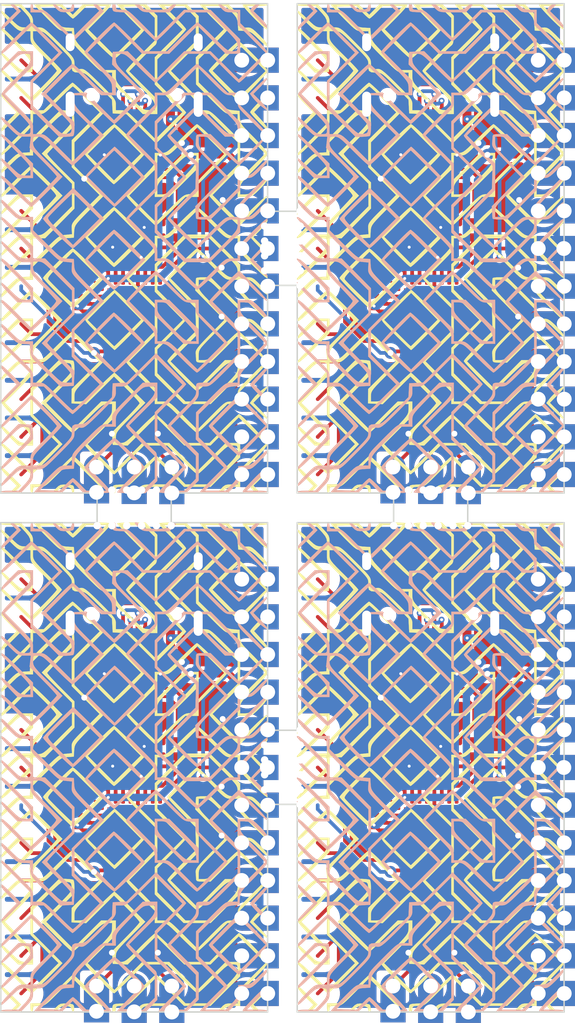
<source format=kicad_pcb>
(kicad_pcb (version 20171130) (host pcbnew 5.1.9+dfsg1-1)
  (layers (0 F.Cu signal) (31 B.Cu signal) (34 B.Paste user) (35 F.Paste user) (36 B.SilkS user hide) (37 F.SilkS user hide) (38 B.Mask user) (39 F.Mask user) (44 Edge.Cuts user))
  (net 0 "")
  (net 1 Board_0-GND)
  (net 2 "Board_0-Net-(C2-Pad1)")
  (net 3 "Board_0-Net-(D1-Pad2)")
  (net 4 "Board_0-Net-(R1-Pad2)")
  (net 5 "Board_0-Net-(R2-Pad2)")
  (net 6 "Board_0-Net-(R3-Pad1)")
  (net 7 "Board_0-Net-(R4-Pad1)")
  (net 8 "Board_0-Net-(USB1-Pad3)")
  (net 9 "Board_0-Net-(USB1-Pad9)")
  (net 10 Board_0-PB0)
  (net 11 Board_0-PB1)
  (net 12 Board_0-PB2)
  (net 13 Board_0-PB3)
  (net 14 Board_0-PB4)
  (net 15 Board_0-PB5)
  (net 16 Board_0-PB6)
  (net 17 Board_0-PB7)
  (net 18 Board_0-PC1)
  (net 19 Board_0-PC2)
  (net 20 Board_0-PC4)
  (net 21 Board_0-PC5)
  (net 22 Board_0-PC6)
  (net 23 Board_0-PC7)
  (net 24 Board_0-PD0)
  (net 25 Board_0-PD1)
  (net 26 Board_0-PD2)
  (net 27 Board_0-PD3)
  (net 28 Board_0-PD4)
  (net 29 Board_0-PD5)
  (net 30 Board_0-PD6)
  (net 31 Board_0-PD7)
  (net 32 Board_0-USB_D+)
  (net 33 Board_0-USB_D-)
  (net 34 Board_0-VBUS)
  (net 35 Board_0-XTAL1)
  (net 36 Board_0-XTAL2)
  (net 37 Board_1-GND)
  (net 38 "Board_1-Net-(C2-Pad1)")
  (net 39 "Board_1-Net-(D1-Pad2)")
  (net 40 "Board_1-Net-(R1-Pad2)")
  (net 41 "Board_1-Net-(R2-Pad2)")
  (net 42 "Board_1-Net-(R3-Pad1)")
  (net 43 "Board_1-Net-(R4-Pad1)")
  (net 44 "Board_1-Net-(USB1-Pad3)")
  (net 45 "Board_1-Net-(USB1-Pad9)")
  (net 46 Board_1-PB0)
  (net 47 Board_1-PB1)
  (net 48 Board_1-PB2)
  (net 49 Board_1-PB3)
  (net 50 Board_1-PB4)
  (net 51 Board_1-PB5)
  (net 52 Board_1-PB6)
  (net 53 Board_1-PB7)
  (net 54 Board_1-PC1)
  (net 55 Board_1-PC2)
  (net 56 Board_1-PC4)
  (net 57 Board_1-PC5)
  (net 58 Board_1-PC6)
  (net 59 Board_1-PC7)
  (net 60 Board_1-PD0)
  (net 61 Board_1-PD1)
  (net 62 Board_1-PD2)
  (net 63 Board_1-PD3)
  (net 64 Board_1-PD4)
  (net 65 Board_1-PD5)
  (net 66 Board_1-PD6)
  (net 67 Board_1-PD7)
  (net 68 Board_1-USB_D+)
  (net 69 Board_1-USB_D-)
  (net 70 Board_1-VBUS)
  (net 71 Board_1-XTAL1)
  (net 72 Board_1-XTAL2)
  (net 73 Board_2-GND)
  (net 74 "Board_2-Net-(C2-Pad1)")
  (net 75 "Board_2-Net-(D1-Pad2)")
  (net 76 "Board_2-Net-(R1-Pad2)")
  (net 77 "Board_2-Net-(R2-Pad2)")
  (net 78 "Board_2-Net-(R3-Pad1)")
  (net 79 "Board_2-Net-(R4-Pad1)")
  (net 80 "Board_2-Net-(USB1-Pad3)")
  (net 81 "Board_2-Net-(USB1-Pad9)")
  (net 82 Board_2-PB0)
  (net 83 Board_2-PB1)
  (net 84 Board_2-PB2)
  (net 85 Board_2-PB3)
  (net 86 Board_2-PB4)
  (net 87 Board_2-PB5)
  (net 88 Board_2-PB6)
  (net 89 Board_2-PB7)
  (net 90 Board_2-PC1)
  (net 91 Board_2-PC2)
  (net 92 Board_2-PC4)
  (net 93 Board_2-PC5)
  (net 94 Board_2-PC6)
  (net 95 Board_2-PC7)
  (net 96 Board_2-PD0)
  (net 97 Board_2-PD1)
  (net 98 Board_2-PD2)
  (net 99 Board_2-PD3)
  (net 100 Board_2-PD4)
  (net 101 Board_2-PD5)
  (net 102 Board_2-PD6)
  (net 103 Board_2-PD7)
  (net 104 Board_2-USB_D+)
  (net 105 Board_2-USB_D-)
  (net 106 Board_2-VBUS)
  (net 107 Board_2-XTAL1)
  (net 108 Board_2-XTAL2)
  (net 109 Board_3-GND)
  (net 110 "Board_3-Net-(C2-Pad1)")
  (net 111 "Board_3-Net-(D1-Pad2)")
  (net 112 "Board_3-Net-(R1-Pad2)")
  (net 113 "Board_3-Net-(R2-Pad2)")
  (net 114 "Board_3-Net-(R3-Pad1)")
  (net 115 "Board_3-Net-(R4-Pad1)")
  (net 116 "Board_3-Net-(USB1-Pad3)")
  (net 117 "Board_3-Net-(USB1-Pad9)")
  (net 118 Board_3-PB0)
  (net 119 Board_3-PB1)
  (net 120 Board_3-PB2)
  (net 121 Board_3-PB3)
  (net 122 Board_3-PB4)
  (net 123 Board_3-PB5)
  (net 124 Board_3-PB6)
  (net 125 Board_3-PB7)
  (net 126 Board_3-PC1)
  (net 127 Board_3-PC2)
  (net 128 Board_3-PC4)
  (net 129 Board_3-PC5)
  (net 130 Board_3-PC6)
  (net 131 Board_3-PC7)
  (net 132 Board_3-PD0)
  (net 133 Board_3-PD1)
  (net 134 Board_3-PD2)
  (net 135 Board_3-PD3)
  (net 136 Board_3-PD4)
  (net 137 Board_3-PD5)
  (net 138 Board_3-PD6)
  (net 139 Board_3-PD7)
  (net 140 Board_3-USB_D+)
  (net 141 Board_3-USB_D-)
  (net 142 Board_3-VBUS)
  (net 143 Board_3-XTAL1)
  (net 144 Board_3-XTAL2)
  (module NPTH (layer F.Cu) (at 72.5 68.701)
    (fp_text reference REF** hide)
    (fp_text value NPTH hide)
    (pad "" np_thru_hole circle (at 0 0) (size 0.5 0.5) (drill 0.5) (layers *.Cu))
  )
  (module NPTH (layer F.Cu) (at 71.5 68.701)
    (fp_text reference REF** hide)
    (fp_text value NPTH hide)
    (pad "" np_thru_hole circle (at 0 0) (size 0.5 0.5) (drill 0.5) (layers *.Cu))
  )
  (module NPTH (layer F.Cu) (at 70.5 68.701)
    (fp_text reference REF** hide)
    (fp_text value NPTH hide)
    (pad "" np_thru_hole circle (at 0 0) (size 0.5 0.5) (drill 0.5) (layers *.Cu))
  )
  (module NPTH (layer F.Cu) (at 69.5 68.701)
    (fp_text reference REF** hide)
    (fp_text value NPTH hide)
    (pad "" np_thru_hole circle (at 0 0) (size 0.5 0.5) (drill 0.5) (layers *.Cu))
  )
  (module NPTH (layer F.Cu) (at 68.5 68.701)
    (fp_text reference REF** hide)
    (fp_text value NPTH hide)
    (pad "" np_thru_hole circle (at 0 0) (size 0.5 0.5) (drill 0.5) (layers *.Cu))
  )
  (module NPTH (layer F.Cu) (at 67.5 68.701)
    (fp_text reference REF** hide)
    (fp_text value NPTH hide)
    (pad "" np_thru_hole circle (at 0 0) (size 0.5 0.5) (drill 0.5) (layers *.Cu))
  )
  (module NPTH (layer F.Cu) (at 61.201 82.5)
    (fp_text reference REF** hide)
    (fp_text value NPTH hide)
    (pad "" np_thru_hole circle (at 0 0) (size 0.5 0.5) (drill 0.5) (layers *.Cu))
  )
  (module NPTH (layer F.Cu) (at 61.201 83.5)
    (fp_text reference REF** hide)
    (fp_text value NPTH hide)
    (pad "" np_thru_hole circle (at 0 0) (size 0.5 0.5) (drill 0.5) (layers *.Cu))
  )
  (module NPTH (layer F.Cu) (at 61.201 84.5)
    (fp_text reference REF** hide)
    (fp_text value NPTH hide)
    (pad "" np_thru_hole circle (at 0 0) (size 0.5 0.5) (drill 0.5) (layers *.Cu))
  )
  (module NPTH (layer F.Cu) (at 61.201 85.5)
    (fp_text reference REF** hide)
    (fp_text value NPTH hide)
    (pad "" np_thru_hole circle (at 0 0) (size 0.5 0.5) (drill 0.5) (layers *.Cu))
  )
  (module NPTH (layer F.Cu) (at 61.201 86.5)
    (fp_text reference REF** hide)
    (fp_text value NPTH hide)
    (pad "" np_thru_hole circle (at 0 0) (size 0.5 0.5) (drill 0.5) (layers *.Cu))
  )
  (module NPTH (layer F.Cu) (at 61.201 87.5)
    (fp_text reference REF** hide)
    (fp_text value NPTH hide)
    (pad "" np_thru_hole circle (at 0 0) (size 0.5 0.5) (drill 0.5) (layers *.Cu))
  )
  (module NPTH (layer F.Cu) (at 52.5 68.701)
    (fp_text reference REF** hide)
    (fp_text value NPTH hide)
    (pad "" np_thru_hole circle (at 0 0) (size 0.5 0.5) (drill 0.5) (layers *.Cu))
  )
  (module NPTH (layer F.Cu) (at 51.5 68.701)
    (fp_text reference REF** hide)
    (fp_text value NPTH hide)
    (pad "" np_thru_hole circle (at 0 0) (size 0.5 0.5) (drill 0.5) (layers *.Cu))
  )
  (module NPTH (layer F.Cu) (at 50.5 68.701)
    (fp_text reference REF** hide)
    (fp_text value NPTH hide)
    (pad "" np_thru_hole circle (at 0 0) (size 0.5 0.5) (drill 0.5) (layers *.Cu))
  )
  (module NPTH (layer F.Cu) (at 49.5 68.701)
    (fp_text reference REF** hide)
    (fp_text value NPTH hide)
    (pad "" np_thru_hole circle (at 0 0) (size 0.5 0.5) (drill 0.5) (layers *.Cu))
  )
  (module NPTH (layer F.Cu) (at 48.5 68.701)
    (fp_text reference REF** hide)
    (fp_text value NPTH hide)
    (pad "" np_thru_hole circle (at 0 0) (size 0.5 0.5) (drill 0.5) (layers *.Cu))
  )
  (module NPTH (layer F.Cu) (at 47.5 68.701)
    (fp_text reference REF** hide)
    (fp_text value NPTH hide)
    (pad "" np_thru_hole circle (at 0 0) (size 0.5 0.5) (drill 0.5) (layers *.Cu))
  )
  (module NPTH (layer F.Cu) (at 58.799 87.5)
    (fp_text reference REF** hide)
    (fp_text value NPTH hide)
    (pad "" np_thru_hole circle (at 0 0) (size 0.5 0.5) (drill 0.5) (layers *.Cu))
  )
  (module NPTH (layer F.Cu) (at 58.799 86.5)
    (fp_text reference REF** hide)
    (fp_text value NPTH hide)
    (pad "" np_thru_hole circle (at 0 0) (size 0.5 0.5) (drill 0.5) (layers *.Cu))
  )
  (module NPTH (layer F.Cu) (at 58.799 85.5)
    (fp_text reference REF** hide)
    (fp_text value NPTH hide)
    (pad "" np_thru_hole circle (at 0 0) (size 0.5 0.5) (drill 0.5) (layers *.Cu))
  )
  (module NPTH (layer F.Cu) (at 58.799 84.5)
    (fp_text reference REF** hide)
    (fp_text value NPTH hide)
    (pad "" np_thru_hole circle (at 0 0) (size 0.5 0.5) (drill 0.5) (layers *.Cu))
  )
  (module NPTH (layer F.Cu) (at 58.799 83.5)
    (fp_text reference REF** hide)
    (fp_text value NPTH hide)
    (pad "" np_thru_hole circle (at 0 0) (size 0.5 0.5) (drill 0.5) (layers *.Cu))
  )
  (module NPTH (layer F.Cu) (at 58.799 82.5)
    (fp_text reference REF** hide)
    (fp_text value NPTH hide)
    (pad "" np_thru_hole circle (at 0 0) (size 0.5 0.5) (drill 0.5) (layers *.Cu))
  )
  (module NPTH (layer F.Cu) (at 67.5 66.299)
    (fp_text reference REF** hide)
    (fp_text value NPTH hide)
    (pad "" np_thru_hole circle (at 0 0) (size 0.5 0.5) (drill 0.5) (layers *.Cu))
  )
  (module NPTH (layer F.Cu) (at 68.5 66.299)
    (fp_text reference REF** hide)
    (fp_text value NPTH hide)
    (pad "" np_thru_hole circle (at 0 0) (size 0.5 0.5) (drill 0.5) (layers *.Cu))
  )
  (module NPTH (layer F.Cu) (at 69.5 66.299)
    (fp_text reference REF** hide)
    (fp_text value NPTH hide)
    (pad "" np_thru_hole circle (at 0 0) (size 0.5 0.5) (drill 0.5) (layers *.Cu))
  )
  (module NPTH (layer F.Cu) (at 70.5 66.299)
    (fp_text reference REF** hide)
    (fp_text value NPTH hide)
    (pad "" np_thru_hole circle (at 0 0) (size 0.5 0.5) (drill 0.5) (layers *.Cu))
  )
  (module NPTH (layer F.Cu) (at 71.5 66.299)
    (fp_text reference REF** hide)
    (fp_text value NPTH hide)
    (pad "" np_thru_hole circle (at 0 0) (size 0.5 0.5) (drill 0.5) (layers *.Cu))
  )
  (module NPTH (layer F.Cu) (at 72.5 66.299)
    (fp_text reference REF** hide)
    (fp_text value NPTH hide)
    (pad "" np_thru_hole circle (at 0 0) (size 0.5 0.5) (drill 0.5) (layers *.Cu))
  )
  (module NPTH (layer F.Cu) (at 61.201 47.5)
    (fp_text reference REF** hide)
    (fp_text value NPTH hide)
    (pad "" np_thru_hole circle (at 0 0) (size 0.5 0.5) (drill 0.5) (layers *.Cu))
  )
  (module NPTH (layer F.Cu) (at 61.201 48.5)
    (fp_text reference REF** hide)
    (fp_text value NPTH hide)
    (pad "" np_thru_hole circle (at 0 0) (size 0.5 0.5) (drill 0.5) (layers *.Cu))
  )
  (module NPTH (layer F.Cu) (at 61.201 49.5)
    (fp_text reference REF** hide)
    (fp_text value NPTH hide)
    (pad "" np_thru_hole circle (at 0 0) (size 0.5 0.5) (drill 0.5) (layers *.Cu))
  )
  (module NPTH (layer F.Cu) (at 61.201 50.5)
    (fp_text reference REF** hide)
    (fp_text value NPTH hide)
    (pad "" np_thru_hole circle (at 0 0) (size 0.5 0.5) (drill 0.5) (layers *.Cu))
  )
  (module NPTH (layer F.Cu) (at 61.201 51.5)
    (fp_text reference REF** hide)
    (fp_text value NPTH hide)
    (pad "" np_thru_hole circle (at 0 0) (size 0.5 0.5) (drill 0.5) (layers *.Cu))
  )
  (module NPTH (layer F.Cu) (at 61.201 52.5)
    (fp_text reference REF** hide)
    (fp_text value NPTH hide)
    (pad "" np_thru_hole circle (at 0 0) (size 0.5 0.5) (drill 0.5) (layers *.Cu))
  )
  (module NPTH (layer F.Cu) (at 47.5 66.299)
    (fp_text reference REF** hide)
    (fp_text value NPTH hide)
    (pad "" np_thru_hole circle (at 0 0) (size 0.5 0.5) (drill 0.5) (layers *.Cu))
  )
  (module NPTH (layer F.Cu) (at 48.5 66.299)
    (fp_text reference REF** hide)
    (fp_text value NPTH hide)
    (pad "" np_thru_hole circle (at 0 0) (size 0.5 0.5) (drill 0.5) (layers *.Cu))
  )
  (module NPTH (layer F.Cu) (at 49.5 66.299)
    (fp_text reference REF** hide)
    (fp_text value NPTH hide)
    (pad "" np_thru_hole circle (at 0 0) (size 0.5 0.5) (drill 0.5) (layers *.Cu))
  )
  (module NPTH (layer F.Cu) (at 50.5 66.299)
    (fp_text reference REF** hide)
    (fp_text value NPTH hide)
    (pad "" np_thru_hole circle (at 0 0) (size 0.5 0.5) (drill 0.5) (layers *.Cu))
  )
  (module NPTH (layer F.Cu) (at 51.5 66.299)
    (fp_text reference REF** hide)
    (fp_text value NPTH hide)
    (pad "" np_thru_hole circle (at 0 0) (size 0.5 0.5) (drill 0.5) (layers *.Cu))
  )
  (module NPTH (layer F.Cu) (at 52.5 66.299)
    (fp_text reference REF** hide)
    (fp_text value NPTH hide)
    (pad "" np_thru_hole circle (at 0 0) (size 0.5 0.5) (drill 0.5) (layers *.Cu))
  )
  (module NPTH (layer F.Cu) (at 58.799 52.5)
    (fp_text reference REF** hide)
    (fp_text value NPTH hide)
    (pad "" np_thru_hole circle (at 0 0) (size 0.5 0.5) (drill 0.5) (layers *.Cu))
  )
  (module NPTH (layer F.Cu) (at 58.799 51.5)
    (fp_text reference REF** hide)
    (fp_text value NPTH hide)
    (pad "" np_thru_hole circle (at 0 0) (size 0.5 0.5) (drill 0.5) (layers *.Cu))
  )
  (module NPTH (layer F.Cu) (at 58.799 50.5)
    (fp_text reference REF** hide)
    (fp_text value NPTH hide)
    (pad "" np_thru_hole circle (at 0 0) (size 0.5 0.5) (drill 0.5) (layers *.Cu))
  )
  (module NPTH (layer F.Cu) (at 58.799 49.5)
    (fp_text reference REF** hide)
    (fp_text value NPTH hide)
    (pad "" np_thru_hole circle (at 0 0) (size 0.5 0.5) (drill 0.5) (layers *.Cu))
  )
  (module NPTH (layer F.Cu) (at 58.799 48.5)
    (fp_text reference REF** hide)
    (fp_text value NPTH hide)
    (pad "" np_thru_hole circle (at 0 0) (size 0.5 0.5) (drill 0.5) (layers *.Cu))
  )
  (module NPTH (layer F.Cu) (at 58.799 47.5)
    (fp_text reference REF** hide)
    (fp_text value NPTH hide)
    (pad "" np_thru_hole circle (at 0 0) (size 0.5 0.5) (drill 0.5) (layers *.Cu))
  )
  (module Package_DFN_QFN:QFN-32-1EP_5x5mm_P0.5mm_EP3.6x3.6mm (layer F.Cu) (at 70.000004 89.500004)
    (fp_text reference U1)
    (fp_text value AT90USB162-16MU)
    (pad 1 smd roundrect (at -2.45 -1.75) (size 0.8 0.25) (layers F.Cu F.Paste F.Mask) (net 143 Board_3-XTAL1))
    (pad 2 smd roundrect (at -2.45 -1.25) (size 0.8 0.25) (layers F.Cu F.Paste F.Mask) (net 144 Board_3-XTAL2))
    (pad 3 smd roundrect (at -2.45 -0.75) (size 0.8 0.25) (layers F.Cu F.Paste F.Mask) (net 109 Board_3-GND))
    (pad 4 smd roundrect (at -2.45 -0.25) (size 0.8 0.25) (layers F.Cu F.Paste F.Mask) (net 142 Board_3-VBUS))
    (pad 5 smd roundrect (at -2.45 0.25) (size 0.8 0.25) (layers F.Cu F.Paste F.Mask) (net 127 Board_3-PC2))
    (pad 6 smd roundrect (at -2.45 0.75) (size 0.8 0.25) (layers F.Cu F.Paste F.Mask) (net 132 Board_3-PD0))
    (pad 7 smd roundrect (at -2.45 1.25) (size 0.8 0.25) (layers F.Cu F.Paste F.Mask) (net 133 Board_3-PD1))
    (pad 8 smd roundrect (at -2.45 1.75) (size 0.8 0.25) (layers F.Cu F.Paste F.Mask) (net 134 Board_3-PD2))
    (pad 9 smd roundrect (at -1.75 2.45) (size 0.25 0.8) (layers F.Cu F.Paste F.Mask) (net 135 Board_3-PD3))
    (pad 10 smd roundrect (at -1.25 2.45) (size 0.25 0.8) (layers F.Cu F.Paste F.Mask) (net 136 Board_3-PD4))
    (pad 11 smd roundrect (at -0.75 2.45) (size 0.25 0.8) (layers F.Cu F.Paste F.Mask) (net 137 Board_3-PD5))
    (pad 12 smd roundrect (at -0.25 2.45) (size 0.25 0.8) (layers F.Cu F.Paste F.Mask) (net 138 Board_3-PD6))
    (pad 13 smd roundrect (at 0.25 2.45) (size 0.25 0.8) (layers F.Cu F.Paste F.Mask) (net 139 Board_3-PD7))
    (pad 14 smd roundrect (at 0.75 2.45) (size 0.25 0.8) (layers F.Cu F.Paste F.Mask) (net 118 Board_3-PB0))
    (pad 15 smd roundrect (at 1.25 2.45) (size 0.25 0.8) (layers F.Cu F.Paste F.Mask) (net 119 Board_3-PB1))
    (pad 16 smd roundrect (at 1.75 2.45) (size 0.25 0.8) (layers F.Cu F.Paste F.Mask) (net 120 Board_3-PB2))
    (pad 17 smd roundrect (at 2.45 1.75) (size 0.8 0.25) (layers F.Cu F.Paste F.Mask) (net 121 Board_3-PB3))
    (pad 18 smd roundrect (at 2.45 1.25) (size 0.8 0.25) (layers F.Cu F.Paste F.Mask) (net 122 Board_3-PB4))
    (pad 19 smd roundrect (at 2.45 0.75) (size 0.8 0.25) (layers F.Cu F.Paste F.Mask) (net 123 Board_3-PB5))
    (pad 20 smd roundrect (at 2.45 0.25) (size 0.8 0.25) (layers F.Cu F.Paste F.Mask) (net 124 Board_3-PB6))
    (pad 21 smd roundrect (at 2.45 -0.25) (size 0.8 0.25) (layers F.Cu F.Paste F.Mask) (net 125 Board_3-PB7))
    (pad 22 smd roundrect (at 2.45 -0.75) (size 0.8 0.25) (layers F.Cu F.Paste F.Mask) (net 131 Board_3-PC7))
    (pad 23 smd roundrect (at 2.45 -1.25) (size 0.8 0.25) (layers F.Cu F.Paste F.Mask) (net 130 Board_3-PC6))
    (pad 24 smd roundrect (at 2.45 -1.75) (size 0.8 0.25) (layers F.Cu F.Paste F.Mask) (net 126 Board_3-PC1))
    (pad 25 smd roundrect (at 1.75 -2.45) (size 0.25 0.8) (layers F.Cu F.Paste F.Mask) (net 129 Board_3-PC5))
    (pad 26 smd roundrect (at 1.25 -2.45) (size 0.25 0.8) (layers F.Cu F.Paste F.Mask) (net 128 Board_3-PC4))
    (pad 27 smd roundrect (at 0.75 -2.45) (size 0.25 0.8) (layers F.Cu F.Paste F.Mask) (net 110 "Board_3-Net-(C2-Pad1)"))
    (pad 28 smd roundrect (at 0.25 -2.45) (size 0.25 0.8) (layers F.Cu F.Paste F.Mask) (net 109 Board_3-GND))
    (pad 29 smd roundrect (at -0.25 -2.45) (size 0.25 0.8) (layers F.Cu F.Paste F.Mask) (net 114 "Board_3-Net-(R3-Pad1)"))
    (pad 30 smd roundrect (at -0.75 -2.45) (size 0.25 0.8) (layers F.Cu F.Paste F.Mask) (net 115 "Board_3-Net-(R4-Pad1)"))
    (pad 31 smd roundrect (at -1.25 -2.45) (size 0.25 0.8) (layers F.Cu F.Paste F.Mask) (net 142 Board_3-VBUS))
    (pad 32 smd roundrect (at -1.75 -2.45) (size 0.25 0.8) (layers F.Cu F.Paste F.Mask) (net 142 Board_3-VBUS))
    (pad 33 smd rect (at 0 0) (size 3.6 3.6) (layers F.Cu F.Mask) (net 109 Board_3-GND))
  )
  (module Capacitor_SMD:C_0402_1005Metric (layer F.Cu) (at 70.950004 85.600004 180)
    (fp_text reference C2)
    (fp_text value "1uF 0402")
    (pad 1 smd roundrect (at -0.48 0 180) (size 0.56 0.62) (layers F.Cu F.Paste F.Mask) (net 110 "Board_3-Net-(C2-Pad1)"))
    (pad 2 smd roundrect (at 0.48 0 180) (size 0.56 0.62) (layers F.Cu F.Paste F.Mask) (net 109 Board_3-GND))
  )
  (module Resistor_SMD:R_0402_1005Metric (layer F.Cu) (at 71.750004 78.200004 90)
    (fp_text reference R1)
    (fp_text value "5.1K 0402")
    (pad 1 smd roundrect (at -0.51 0 90) (size 0.54 0.64) (layers F.Cu F.Paste F.Mask) (net 109 Board_3-GND))
    (pad 2 smd roundrect (at 0.51 0 90) (size 0.54 0.64) (layers F.Cu F.Paste F.Mask) (net 112 "Board_3-Net-(R1-Pad2)"))
  )
  (module Resistor_SMD:R_0402_1005Metric (layer F.Cu) (at 68.000004 78.210004 90)
    (fp_text reference R2)
    (fp_text value "5.1K 0402")
    (pad 1 smd roundrect (at -0.51 0 90) (size 0.54 0.64) (layers F.Cu F.Paste F.Mask) (net 109 Board_3-GND))
    (pad 2 smd roundrect (at 0.51 0 90) (size 0.54 0.64) (layers F.Cu F.Paste F.Mask) (net 113 "Board_3-Net-(R2-Pad2)"))
  )
  (module Resistor_SMD:R_0402_1005Metric (layer F.Cu) (at 72.850004 83.750004 90)
    (fp_text reference R3)
    (fp_text value "22ohm 0402")
    (pad 1 smd roundrect (at -0.51 0 90) (size 0.54 0.64) (layers F.Cu F.Paste F.Mask) (net 114 "Board_3-Net-(R3-Pad1)"))
    (pad 2 smd roundrect (at 0.51 0 90) (size 0.54 0.64) (layers F.Cu F.Paste F.Mask) (net 140 Board_3-USB_D+))
  )
  (module Resistor_SMD:R_0402_1005Metric (layer F.Cu) (at 71.800004 83.750004 90)
    (fp_text reference R4)
    (fp_text value "22ohm 0402")
    (pad 1 smd roundrect (at -0.51 0 90) (size 0.54 0.64) (layers F.Cu F.Paste F.Mask) (net 115 "Board_3-Net-(R4-Pad1)"))
    (pad 2 smd roundrect (at 0.51 0 90) (size 0.54 0.64) (layers F.Cu F.Paste F.Mask) (net 141 Board_3-USB_D-))
  )
  (module Type-C:HRO-TYPE-C-31-M-12-Assembly (layer F.Cu) (at 70.000004 68.500004 180)
    (fp_text reference USB1)
    (fp_text value HRO-TYPE-C-31-M-12)
    (pad 13 thru_hole oval (at 4.32 -2.6 180) (size 1 1.6) (drill oval 0.6 1.2) (layers *.Cu *.Mask) (net 109 Board_3-GND))
    (pad 13 thru_hole oval (at -4.32 -2.6 180) (size 1 1.6) (drill oval 0.6 1.2) (layers *.Cu *.Mask) (net 109 Board_3-GND))
    (pad 13 thru_hole oval (at 4.32 -6.78 180) (size 1 2.1) (drill oval 0.6 1.7) (layers *.Cu *.Mask) (net 109 Board_3-GND))
    (pad 13 thru_hole oval (at -4.32 -6.78 180) (size 1 2.1) (drill oval 0.6 1.7) (layers *.Cu *.Mask) (net 109 Board_3-GND))
    (pad "" np_thru_hole circle (at -2.89 -6.25 180) (size 0.65 0.65) (drill 0.65) (layers *.Cu *.Mask))
    (pad "" np_thru_hole circle (at 2.89 -6.25 180) (size 0.65 0.65) (drill 0.65) (layers *.Cu *.Mask))
    (pad 6 smd rect (at -0.25 -7.695 180) (size 0.3 1.45) (layers F.Cu F.Paste F.Mask) (net 140 Board_3-USB_D+))
    (pad 7 smd rect (at 0.25 -7.695 180) (size 0.3 1.45) (layers F.Cu F.Paste F.Mask) (net 141 Board_3-USB_D-))
    (pad 8 smd rect (at 0.75 -7.695 180) (size 0.3 1.45) (layers F.Cu F.Paste F.Mask) (net 140 Board_3-USB_D+))
    (pad 5 smd rect (at -0.75 -7.695 180) (size 0.3 1.45) (layers F.Cu F.Paste F.Mask) (net 141 Board_3-USB_D-))
    (pad 9 smd rect (at 1.25 -7.695 180) (size 0.3 1.45) (layers F.Cu F.Paste F.Mask) (net 117 "Board_3-Net-(USB1-Pad9)"))
    (pad 4 smd rect (at -1.25 -7.695 180) (size 0.3 1.45) (layers F.Cu F.Paste F.Mask) (net 112 "Board_3-Net-(R1-Pad2)"))
    (pad 10 smd rect (at 1.75 -7.695 180) (size 0.3 1.45) (layers F.Cu F.Paste F.Mask) (net 113 "Board_3-Net-(R2-Pad2)"))
    (pad 3 smd rect (at -1.75 -7.695 180) (size 0.3 1.45) (layers F.Cu F.Paste F.Mask) (net 116 "Board_3-Net-(USB1-Pad3)"))
    (pad 2 smd rect (at -2.45 -7.695 180) (size 0.6 1.45) (layers F.Cu F.Paste F.Mask) (net 142 Board_3-VBUS))
    (pad 11 smd rect (at 2.45 -7.695 180) (size 0.6 1.45) (layers F.Cu F.Paste F.Mask) (net 142 Board_3-VBUS))
    (pad 1 smd rect (at -3.225 -7.695 180) (size 0.6 1.45) (layers F.Cu F.Paste F.Mask) (net 109 Board_3-GND))
    (pad 12 smd rect (at 3.225 -7.695 180) (size 0.6 1.45) (layers F.Cu F.Paste F.Mask) (net 109 Board_3-GND))
  )
  (module Capacitor_SMD:C_0402_1005Metric (layer F.Cu) (at 68.550004 85.400004 90)
    (fp_text reference C3)
    (fp_text value "10uF 0402")
    (pad 1 smd roundrect (at -0.48 0 90) (size 0.56 0.62) (layers F.Cu F.Paste F.Mask) (net 142 Board_3-VBUS))
    (pad 2 smd roundrect (at 0.48 0 90) (size 0.56 0.62) (layers F.Cu F.Paste F.Mask) (net 109 Board_3-GND))
  )
  (module Capacitor_SMD:C_0402_1005Metric (layer F.Cu) (at 67.550004 85.400004 90)
    (fp_text reference C4)
    (fp_text value "10uF 0402")
    (pad 1 smd roundrect (at -0.48 0 90) (size 0.56 0.62) (layers F.Cu F.Paste F.Mask) (net 142 Board_3-VBUS))
    (pad 2 smd roundrect (at 0.48 0 90) (size 0.56 0.62) (layers F.Cu F.Paste F.Mask) (net 109 Board_3-GND))
  )
  (module Capacitor_SMD:C_0402_1005Metric (layer F.Cu) (at 66.181604 88.413604 90)
    (fp_text reference C5)
    (fp_text value "10uF 0402")
    (pad 1 smd roundrect (at -0.48 0 90) (size 0.56 0.62) (layers F.Cu F.Paste F.Mask) (net 142 Board_3-VBUS))
    (pad 2 smd roundrect (at 0.48 0 90) (size 0.56 0.62) (layers F.Cu F.Paste F.Mask) (net 109 Board_3-GND))
  )
  (module LED_SMD:LED_0402_1005Metric (layer F.Cu) (at 62.250004 69.750004)
    (fp_text reference D1)
    (fp_text value "0402 LED")
    (pad 1 smd roundrect (at -0.485 0) (size 0.59 0.64) (layers F.Cu F.Paste F.Mask) (net 109 Board_3-GND))
    (pad 2 smd roundrect (at 0.485 0) (size 0.59 0.64) (layers F.Cu F.Paste F.Mask) (net 111 "Board_3-Net-(D1-Pad2)"))
  )
  (module Resistor_SMD:R_0402_1005Metric (layer F.Cu) (at 64.250004 69.750004)
    (fp_text reference R5)
    (fp_text value "2.2K 0402")
    (pad 1 smd roundrect (at -0.51 0) (size 0.54 0.64) (layers F.Cu F.Paste F.Mask) (net 111 "Board_3-Net-(D1-Pad2)"))
    (pad 2 smd roundrect (at 0.51 0) (size 0.54 0.64) (layers F.Cu F.Paste F.Mask) (net 142 Board_3-VBUS))
  )
  (module Capacitor_SMD:C_0402_1005Metric (layer F.Cu) (at 70.194804 83.587604 180)
    (fp_text reference C1)
    (fp_text value "0402 22pf")
    (pad 1 smd roundrect (at -0.48 0 180) (size 0.56 0.62) (layers F.Cu F.Paste F.Mask) (net 109 Board_3-GND))
    (pad 2 smd roundrect (at 0.48 0 180) (size 0.56 0.62) (layers F.Cu F.Paste F.Mask) (net 143 Board_3-XTAL1))
  )
  (module Capacitor_SMD:C_0402_1005Metric (layer F.Cu) (at 67.098604 83.562204 180)
    (fp_text reference C6)
    (fp_text value "0402 22pf")
    (pad 1 smd roundrect (at -0.48 0 180) (size 0.56 0.62) (layers F.Cu F.Paste F.Mask) (net 109 Board_3-GND))
    (pad 2 smd roundrect (at 0.48 0 180) (size 0.56 0.62) (layers F.Cu F.Paste F.Mask) (net 144 Board_3-XTAL2))
  )
  (module Crystal:Crystal_SMD_3225-4Pin_3.2x2.5mm (layer F.Cu) (at 67.731004 81.149204 180)
    (fp_text reference Y1)
    (fp_text value 8MHz)
    (pad 1 smd rect (at -1.1 0.85 180) (size 1.4 1.2) (layers F.Cu F.Paste F.Mask) (net 143 Board_3-XTAL1))
    (pad 2 smd rect (at 1.1 0.85 180) (size 1.4 1.2) (layers F.Cu F.Paste F.Mask) (net 109 Board_3-GND))
    (pad 3 smd rect (at 1.1 -0.85 180) (size 1.4 1.2) (layers F.Cu F.Paste F.Mask) (net 144 Board_3-XTAL2))
    (pad 4 smd rect (at -1.1 -0.85 180) (size 1.4 1.2) (layers F.Cu F.Paste F.Mask) (net 109 Board_3-GND))
  )
  (module Graphic:Geopattern (layer F.Cu) (at 69.950004 85.000004)
    (fp_text reference G*** hide)
    (fp_text value LOGO hide)
  )
  (module Graphic:Geopattern (layer B.Cu) (at 69.950004 85.000004)
    (fp_text reference G*** hide)
    (fp_text value LOGO hide)
  )
  (module Connector_PinHeader_2.54mm:PinHeader_1x12_P2.54mm_Vertical (layer B.Cu) (at 77.256004 72.310004 180)
    (fp_text reference J2)
    (fp_text value Conn_01x12)
    (pad 12 thru_hole rect (at -1.7526 -27.94 180) (size 2.5 1.7) (drill 1 (offset 0.5 0)) (layers *.Cu *.Mask) (net 122 Board_3-PB4))
    (pad 11 thru_hole rect (at -1.7526 -25.4 180) (size 2.5 1.7) (drill 1 (offset 0.5 0)) (layers *.Cu *.Mask) (net 123 Board_3-PB5))
    (pad 10 thru_hole rect (at -1.7526 -22.86 180) (size 2.5 1.7) (drill 1 (offset 0.5 0)) (layers *.Cu *.Mask) (net 124 Board_3-PB6))
    (pad 9 thru_hole rect (at -1.7526 -20.32 180) (size 2.5 1.7) (drill 1 (offset 0.5 0)) (layers *.Cu *.Mask) (net 125 Board_3-PB7))
    (pad 8 thru_hole rect (at -1.7526 -17.78 180) (size 2.5 1.7) (drill 1 (offset 0.5 0)) (layers *.Cu *.Mask) (net 131 Board_3-PC7))
    (pad 7 thru_hole rect (at -1.7526 -15.24 180) (size 2.5 1.7) (drill 1 (offset 0.5 0)) (layers *.Cu *.Mask) (net 130 Board_3-PC6))
    (pad 6 thru_hole rect (at -1.7272 -12.7 180) (size 2.5 1.7) (drill 1 (offset 0.5 0)) (layers *.Cu *.Mask) (net 129 Board_3-PC5))
    (pad 5 thru_hole rect (at -1.75 -10.16 180) (size 2.5 1.7) (drill 1 (offset 0.5 0)) (layers *.Cu *.Mask) (net 128 Board_3-PC4))
    (pad 4 thru_hole rect (at -1.75 -7.62 180) (size 2.5 1.7) (drill 1 (offset 0.5 0)) (layers *.Cu *.Mask) (net 142 Board_3-VBUS))
    (pad 3 thru_hole rect (at -1.75 -5.08 180) (size 2.5 1.7) (drill 1 (offset 0.5 0)) (layers *.Cu *.Mask) (net 126 Board_3-PC1))
    (pad 2 thru_hole rect (at -1.75 -2.54 180) (size 2.5 1.7) (drill 1 (offset 0.5 0)) (layers *.Cu *.Mask) (net 109 Board_3-GND))
    (pad 1 thru_hole rect (at -1.75 0 180) (size 2.5 1.7) (drill 1 (offset 0.5 0)) (layers *.Cu *.Mask) (net 142 Board_3-VBUS))
    (pad 1 thru_hole oval (at 0 0 180) (size 1.7 1.7) (drill 1) (layers *.Cu *.Mask) (net 142 Board_3-VBUS))
    (pad 2 thru_hole roundrect (at 0 -2.54 180) (size 1.7 1.7) (drill 1) (layers *.Cu *.Mask) (net 109 Board_3-GND))
    (pad 3 thru_hole oval (at 0 -5.08 180) (size 1.7 1.7) (drill 1) (layers *.Cu *.Mask) (net 126 Board_3-PC1))
    (pad 4 thru_hole oval (at 0 -7.62 180) (size 1.7 1.7) (drill 1) (layers *.Cu *.Mask) (net 142 Board_3-VBUS))
    (pad 5 thru_hole oval (at 0 -10.16 180) (size 1.7 1.7) (drill 1) (layers *.Cu *.Mask) (net 128 Board_3-PC4))
    (pad 6 thru_hole oval (at 0 -12.7 180) (size 1.7 1.7) (drill 1) (layers *.Cu *.Mask) (net 129 Board_3-PC5))
    (pad 7 thru_hole oval (at 0 -15.24 180) (size 1.7 1.7) (drill 1) (layers *.Cu *.Mask) (net 130 Board_3-PC6))
    (pad 8 thru_hole oval (at 0 -17.78 180) (size 1.7 1.7) (drill 1) (layers *.Cu *.Mask) (net 131 Board_3-PC7))
    (pad 9 thru_hole oval (at 0 -20.32 180) (size 1.7 1.7) (drill 1) (layers *.Cu *.Mask) (net 125 Board_3-PB7))
    (pad 10 thru_hole oval (at 0 -22.86 180) (size 1.7 1.7) (drill 1) (layers *.Cu *.Mask) (net 124 Board_3-PB6))
    (pad 11 thru_hole oval (at 0 -25.4 180) (size 1.7 1.7) (drill 1) (layers *.Cu *.Mask) (net 123 Board_3-PB5))
    (pad 12 thru_hole oval (at 0 -27.94 180) (size 1.7 1.7) (drill 1) (layers *.Cu *.Mask) (net 122 Board_3-PB4))
  )
  (module Connector_PinHeader_2.54mm:PinHeader_1x03_P2.54mm_Vertical (layer F.Cu) (at 67.460004 99.750004 90)
    (fp_text reference J3)
    (fp_text value Conn_01x03)
    (pad 3 thru_hole rect (at -1.7526 5.08 90) (size 2.5 1.7) (drill 1 (offset 0.5 0)) (layers *.Cu *.Mask) (net 121 Board_3-PB3))
    (pad 2 thru_hole rect (at -1.7399 2.54 90) (size 2.5 1.7) (drill 1 (offset 0.5 0)) (layers *.Cu *.Mask) (net 120 Board_3-PB2))
    (pad 1 thru_hole rect (at -1.7018 0 90) (size 2.5 1.7) (drill 1 (offset 0.5 0)) (layers *.Cu *.Mask) (net 119 Board_3-PB1))
    (pad 1 thru_hole circle (at 0 0 90) (size 1.7 1.7) (drill 1) (layers *.Cu *.Mask) (net 119 Board_3-PB1))
    (pad 2 thru_hole oval (at 0 2.54 90) (size 1.7 1.7) (drill 1) (layers *.Cu *.Mask) (net 120 Board_3-PB2))
    (pad 3 thru_hole oval (at 0 5.08 90) (size 1.7 1.7) (drill 1) (layers *.Cu *.Mask) (net 121 Board_3-PB3))
  )
  (module Package_DFN_QFN:QFN-32-1EP_5x5mm_P0.5mm_EP3.6x3.6mm (layer F.Cu) (at 49.999999 89.500004)
    (fp_text reference U1)
    (fp_text value AT90USB162-16MU)
    (pad 1 smd roundrect (at -2.45 -1.75) (size 0.8 0.25) (layers F.Cu F.Paste F.Mask) (net 107 Board_2-XTAL1))
    (pad 2 smd roundrect (at -2.45 -1.25) (size 0.8 0.25) (layers F.Cu F.Paste F.Mask) (net 108 Board_2-XTAL2))
    (pad 3 smd roundrect (at -2.45 -0.75) (size 0.8 0.25) (layers F.Cu F.Paste F.Mask) (net 73 Board_2-GND))
    (pad 4 smd roundrect (at -2.45 -0.25) (size 0.8 0.25) (layers F.Cu F.Paste F.Mask) (net 106 Board_2-VBUS))
    (pad 5 smd roundrect (at -2.45 0.25) (size 0.8 0.25) (layers F.Cu F.Paste F.Mask) (net 91 Board_2-PC2))
    (pad 6 smd roundrect (at -2.45 0.75) (size 0.8 0.25) (layers F.Cu F.Paste F.Mask) (net 96 Board_2-PD0))
    (pad 7 smd roundrect (at -2.45 1.25) (size 0.8 0.25) (layers F.Cu F.Paste F.Mask) (net 97 Board_2-PD1))
    (pad 8 smd roundrect (at -2.45 1.75) (size 0.8 0.25) (layers F.Cu F.Paste F.Mask) (net 98 Board_2-PD2))
    (pad 9 smd roundrect (at -1.75 2.45) (size 0.25 0.8) (layers F.Cu F.Paste F.Mask) (net 99 Board_2-PD3))
    (pad 10 smd roundrect (at -1.25 2.45) (size 0.25 0.8) (layers F.Cu F.Paste F.Mask) (net 100 Board_2-PD4))
    (pad 11 smd roundrect (at -0.75 2.45) (size 0.25 0.8) (layers F.Cu F.Paste F.Mask) (net 101 Board_2-PD5))
    (pad 12 smd roundrect (at -0.25 2.45) (size 0.25 0.8) (layers F.Cu F.Paste F.Mask) (net 102 Board_2-PD6))
    (pad 13 smd roundrect (at 0.25 2.45) (size 0.25 0.8) (layers F.Cu F.Paste F.Mask) (net 103 Board_2-PD7))
    (pad 14 smd roundrect (at 0.75 2.45) (size 0.25 0.8) (layers F.Cu F.Paste F.Mask) (net 82 Board_2-PB0))
    (pad 15 smd roundrect (at 1.25 2.45) (size 0.25 0.8) (layers F.Cu F.Paste F.Mask) (net 83 Board_2-PB1))
    (pad 16 smd roundrect (at 1.75 2.45) (size 0.25 0.8) (layers F.Cu F.Paste F.Mask) (net 84 Board_2-PB2))
    (pad 17 smd roundrect (at 2.45 1.75) (size 0.8 0.25) (layers F.Cu F.Paste F.Mask) (net 85 Board_2-PB3))
    (pad 18 smd roundrect (at 2.45 1.25) (size 0.8 0.25) (layers F.Cu F.Paste F.Mask) (net 86 Board_2-PB4))
    (pad 19 smd roundrect (at 2.45 0.75) (size 0.8 0.25) (layers F.Cu F.Paste F.Mask) (net 87 Board_2-PB5))
    (pad 20 smd roundrect (at 2.45 0.25) (size 0.8 0.25) (layers F.Cu F.Paste F.Mask) (net 88 Board_2-PB6))
    (pad 21 smd roundrect (at 2.45 -0.25) (size 0.8 0.25) (layers F.Cu F.Paste F.Mask) (net 89 Board_2-PB7))
    (pad 22 smd roundrect (at 2.45 -0.75) (size 0.8 0.25) (layers F.Cu F.Paste F.Mask) (net 95 Board_2-PC7))
    (pad 23 smd roundrect (at 2.45 -1.25) (size 0.8 0.25) (layers F.Cu F.Paste F.Mask) (net 94 Board_2-PC6))
    (pad 24 smd roundrect (at 2.45 -1.75) (size 0.8 0.25) (layers F.Cu F.Paste F.Mask) (net 90 Board_2-PC1))
    (pad 25 smd roundrect (at 1.75 -2.45) (size 0.25 0.8) (layers F.Cu F.Paste F.Mask) (net 93 Board_2-PC5))
    (pad 26 smd roundrect (at 1.25 -2.45) (size 0.25 0.8) (layers F.Cu F.Paste F.Mask) (net 92 Board_2-PC4))
    (pad 27 smd roundrect (at 0.75 -2.45) (size 0.25 0.8) (layers F.Cu F.Paste F.Mask) (net 74 "Board_2-Net-(C2-Pad1)"))
    (pad 28 smd roundrect (at 0.25 -2.45) (size 0.25 0.8) (layers F.Cu F.Paste F.Mask) (net 73 Board_2-GND))
    (pad 29 smd roundrect (at -0.25 -2.45) (size 0.25 0.8) (layers F.Cu F.Paste F.Mask) (net 78 "Board_2-Net-(R3-Pad1)"))
    (pad 30 smd roundrect (at -0.75 -2.45) (size 0.25 0.8) (layers F.Cu F.Paste F.Mask) (net 79 "Board_2-Net-(R4-Pad1)"))
    (pad 31 smd roundrect (at -1.25 -2.45) (size 0.25 0.8) (layers F.Cu F.Paste F.Mask) (net 106 Board_2-VBUS))
    (pad 32 smd roundrect (at -1.75 -2.45) (size 0.25 0.8) (layers F.Cu F.Paste F.Mask) (net 106 Board_2-VBUS))
    (pad 33 smd rect (at 0 0) (size 3.6 3.6) (layers F.Cu F.Mask) (net 73 Board_2-GND))
  )
  (module Capacitor_SMD:C_0402_1005Metric (layer F.Cu) (at 50.949999 85.600004 180)
    (fp_text reference C2)
    (fp_text value "1uF 0402")
    (pad 1 smd roundrect (at -0.48 0 180) (size 0.56 0.62) (layers F.Cu F.Paste F.Mask) (net 74 "Board_2-Net-(C2-Pad1)"))
    (pad 2 smd roundrect (at 0.48 0 180) (size 0.56 0.62) (layers F.Cu F.Paste F.Mask) (net 73 Board_2-GND))
  )
  (module Resistor_SMD:R_0402_1005Metric (layer F.Cu) (at 51.749999 78.200004 90)
    (fp_text reference R1)
    (fp_text value "5.1K 0402")
    (pad 1 smd roundrect (at -0.51 0 90) (size 0.54 0.64) (layers F.Cu F.Paste F.Mask) (net 73 Board_2-GND))
    (pad 2 smd roundrect (at 0.51 0 90) (size 0.54 0.64) (layers F.Cu F.Paste F.Mask) (net 76 "Board_2-Net-(R1-Pad2)"))
  )
  (module Resistor_SMD:R_0402_1005Metric (layer F.Cu) (at 47.999999 78.210004 90)
    (fp_text reference R2)
    (fp_text value "5.1K 0402")
    (pad 1 smd roundrect (at -0.51 0 90) (size 0.54 0.64) (layers F.Cu F.Paste F.Mask) (net 73 Board_2-GND))
    (pad 2 smd roundrect (at 0.51 0 90) (size 0.54 0.64) (layers F.Cu F.Paste F.Mask) (net 77 "Board_2-Net-(R2-Pad2)"))
  )
  (module Resistor_SMD:R_0402_1005Metric (layer F.Cu) (at 52.849999 83.750004 90)
    (fp_text reference R3)
    (fp_text value "22ohm 0402")
    (pad 1 smd roundrect (at -0.51 0 90) (size 0.54 0.64) (layers F.Cu F.Paste F.Mask) (net 78 "Board_2-Net-(R3-Pad1)"))
    (pad 2 smd roundrect (at 0.51 0 90) (size 0.54 0.64) (layers F.Cu F.Paste F.Mask) (net 104 Board_2-USB_D+))
  )
  (module Resistor_SMD:R_0402_1005Metric (layer F.Cu) (at 51.799999 83.750004 90)
    (fp_text reference R4)
    (fp_text value "22ohm 0402")
    (pad 1 smd roundrect (at -0.51 0 90) (size 0.54 0.64) (layers F.Cu F.Paste F.Mask) (net 79 "Board_2-Net-(R4-Pad1)"))
    (pad 2 smd roundrect (at 0.51 0 90) (size 0.54 0.64) (layers F.Cu F.Paste F.Mask) (net 105 Board_2-USB_D-))
  )
  (module Type-C:HRO-TYPE-C-31-M-12-Assembly (layer F.Cu) (at 49.999999 68.500004 180)
    (fp_text reference USB1)
    (fp_text value HRO-TYPE-C-31-M-12)
    (pad 13 thru_hole oval (at 4.32 -2.6 180) (size 1 1.6) (drill oval 0.6 1.2) (layers *.Cu *.Mask) (net 73 Board_2-GND))
    (pad 13 thru_hole oval (at -4.32 -2.6 180) (size 1 1.6) (drill oval 0.6 1.2) (layers *.Cu *.Mask) (net 73 Board_2-GND))
    (pad 13 thru_hole oval (at 4.32 -6.78 180) (size 1 2.1) (drill oval 0.6 1.7) (layers *.Cu *.Mask) (net 73 Board_2-GND))
    (pad 13 thru_hole oval (at -4.32 -6.78 180) (size 1 2.1) (drill oval 0.6 1.7) (layers *.Cu *.Mask) (net 73 Board_2-GND))
    (pad "" np_thru_hole circle (at -2.89 -6.25 180) (size 0.65 0.65) (drill 0.65) (layers *.Cu *.Mask))
    (pad "" np_thru_hole circle (at 2.89 -6.25 180) (size 0.65 0.65) (drill 0.65) (layers *.Cu *.Mask))
    (pad 6 smd rect (at -0.25 -7.695 180) (size 0.3 1.45) (layers F.Cu F.Paste F.Mask) (net 104 Board_2-USB_D+))
    (pad 7 smd rect (at 0.25 -7.695 180) (size 0.3 1.45) (layers F.Cu F.Paste F.Mask) (net 105 Board_2-USB_D-))
    (pad 8 smd rect (at 0.75 -7.695 180) (size 0.3 1.45) (layers F.Cu F.Paste F.Mask) (net 104 Board_2-USB_D+))
    (pad 5 smd rect (at -0.75 -7.695 180) (size 0.3 1.45) (layers F.Cu F.Paste F.Mask) (net 105 Board_2-USB_D-))
    (pad 9 smd rect (at 1.25 -7.695 180) (size 0.3 1.45) (layers F.Cu F.Paste F.Mask) (net 81 "Board_2-Net-(USB1-Pad9)"))
    (pad 4 smd rect (at -1.25 -7.695 180) (size 0.3 1.45) (layers F.Cu F.Paste F.Mask) (net 76 "Board_2-Net-(R1-Pad2)"))
    (pad 10 smd rect (at 1.75 -7.695 180) (size 0.3 1.45) (layers F.Cu F.Paste F.Mask) (net 77 "Board_2-Net-(R2-Pad2)"))
    (pad 3 smd rect (at -1.75 -7.695 180) (size 0.3 1.45) (layers F.Cu F.Paste F.Mask) (net 80 "Board_2-Net-(USB1-Pad3)"))
    (pad 2 smd rect (at -2.45 -7.695 180) (size 0.6 1.45) (layers F.Cu F.Paste F.Mask) (net 106 Board_2-VBUS))
    (pad 11 smd rect (at 2.45 -7.695 180) (size 0.6 1.45) (layers F.Cu F.Paste F.Mask) (net 106 Board_2-VBUS))
    (pad 1 smd rect (at -3.225 -7.695 180) (size 0.6 1.45) (layers F.Cu F.Paste F.Mask) (net 73 Board_2-GND))
    (pad 12 smd rect (at 3.225 -7.695 180) (size 0.6 1.45) (layers F.Cu F.Paste F.Mask) (net 73 Board_2-GND))
  )
  (module Capacitor_SMD:C_0402_1005Metric (layer F.Cu) (at 48.549999 85.400004 90)
    (fp_text reference C3)
    (fp_text value "10uF 0402")
    (pad 1 smd roundrect (at -0.48 0 90) (size 0.56 0.62) (layers F.Cu F.Paste F.Mask) (net 106 Board_2-VBUS))
    (pad 2 smd roundrect (at 0.48 0 90) (size 0.56 0.62) (layers F.Cu F.Paste F.Mask) (net 73 Board_2-GND))
  )
  (module Capacitor_SMD:C_0402_1005Metric (layer F.Cu) (at 47.549999 85.400004 90)
    (fp_text reference C4)
    (fp_text value "10uF 0402")
    (pad 1 smd roundrect (at -0.48 0 90) (size 0.56 0.62) (layers F.Cu F.Paste F.Mask) (net 106 Board_2-VBUS))
    (pad 2 smd roundrect (at 0.48 0 90) (size 0.56 0.62) (layers F.Cu F.Paste F.Mask) (net 73 Board_2-GND))
  )
  (module Capacitor_SMD:C_0402_1005Metric (layer F.Cu) (at 46.181599 88.413604 90)
    (fp_text reference C5)
    (fp_text value "10uF 0402")
    (pad 1 smd roundrect (at -0.48 0 90) (size 0.56 0.62) (layers F.Cu F.Paste F.Mask) (net 106 Board_2-VBUS))
    (pad 2 smd roundrect (at 0.48 0 90) (size 0.56 0.62) (layers F.Cu F.Paste F.Mask) (net 73 Board_2-GND))
  )
  (module LED_SMD:LED_0402_1005Metric (layer F.Cu) (at 42.249999 69.750004)
    (fp_text reference D1)
    (fp_text value "0402 LED")
    (pad 1 smd roundrect (at -0.485 0) (size 0.59 0.64) (layers F.Cu F.Paste F.Mask) (net 73 Board_2-GND))
    (pad 2 smd roundrect (at 0.485 0) (size 0.59 0.64) (layers F.Cu F.Paste F.Mask) (net 75 "Board_2-Net-(D1-Pad2)"))
  )
  (module Resistor_SMD:R_0402_1005Metric (layer F.Cu) (at 44.249999 69.750004)
    (fp_text reference R5)
    (fp_text value "2.2K 0402")
    (pad 1 smd roundrect (at -0.51 0) (size 0.54 0.64) (layers F.Cu F.Paste F.Mask) (net 75 "Board_2-Net-(D1-Pad2)"))
    (pad 2 smd roundrect (at 0.51 0) (size 0.54 0.64) (layers F.Cu F.Paste F.Mask) (net 106 Board_2-VBUS))
  )
  (module Capacitor_SMD:C_0402_1005Metric (layer F.Cu) (at 50.194799 83.587604 180)
    (fp_text reference C1)
    (fp_text value "0402 22pf")
    (pad 1 smd roundrect (at -0.48 0 180) (size 0.56 0.62) (layers F.Cu F.Paste F.Mask) (net 73 Board_2-GND))
    (pad 2 smd roundrect (at 0.48 0 180) (size 0.56 0.62) (layers F.Cu F.Paste F.Mask) (net 107 Board_2-XTAL1))
  )
  (module Capacitor_SMD:C_0402_1005Metric (layer F.Cu) (at 47.098599 83.562204 180)
    (fp_text reference C6)
    (fp_text value "0402 22pf")
    (pad 1 smd roundrect (at -0.48 0 180) (size 0.56 0.62) (layers F.Cu F.Paste F.Mask) (net 73 Board_2-GND))
    (pad 2 smd roundrect (at 0.48 0 180) (size 0.56 0.62) (layers F.Cu F.Paste F.Mask) (net 108 Board_2-XTAL2))
  )
  (module Crystal:Crystal_SMD_3225-4Pin_3.2x2.5mm (layer F.Cu) (at 47.730999 81.149204 180)
    (fp_text reference Y1)
    (fp_text value 8MHz)
    (pad 1 smd rect (at -1.1 0.85 180) (size 1.4 1.2) (layers F.Cu F.Paste F.Mask) (net 107 Board_2-XTAL1))
    (pad 2 smd rect (at 1.1 0.85 180) (size 1.4 1.2) (layers F.Cu F.Paste F.Mask) (net 73 Board_2-GND))
    (pad 3 smd rect (at 1.1 -0.85 180) (size 1.4 1.2) (layers F.Cu F.Paste F.Mask) (net 108 Board_2-XTAL2))
    (pad 4 smd rect (at -1.1 -0.85 180) (size 1.4 1.2) (layers F.Cu F.Paste F.Mask) (net 73 Board_2-GND))
  )
  (module Graphic:Geopattern (layer F.Cu) (at 49.949999 85.000004)
    (fp_text reference G*** hide)
    (fp_text value LOGO hide)
  )
  (module Graphic:Geopattern (layer B.Cu) (at 49.949999 85.000004)
    (fp_text reference G*** hide)
    (fp_text value LOGO hide)
  )
  (module Connector_PinHeader_2.54mm:PinHeader_1x12_P2.54mm_Vertical (layer B.Cu) (at 57.255999 72.310004 180)
    (fp_text reference J2)
    (fp_text value Conn_01x12)
    (pad 12 thru_hole rect (at -1.7526 -27.94 180) (size 2.5 1.7) (drill 1 (offset 0.5 0)) (layers *.Cu *.Mask) (net 86 Board_2-PB4))
    (pad 11 thru_hole rect (at -1.7526 -25.4 180) (size 2.5 1.7) (drill 1 (offset 0.5 0)) (layers *.Cu *.Mask) (net 87 Board_2-PB5))
    (pad 10 thru_hole rect (at -1.7526 -22.86 180) (size 2.5 1.7) (drill 1 (offset 0.5 0)) (layers *.Cu *.Mask) (net 88 Board_2-PB6))
    (pad 9 thru_hole rect (at -1.7526 -20.32 180) (size 2.5 1.7) (drill 1 (offset 0.5 0)) (layers *.Cu *.Mask) (net 89 Board_2-PB7))
    (pad 8 thru_hole rect (at -1.7526 -17.78 180) (size 2.5 1.7) (drill 1 (offset 0.5 0)) (layers *.Cu *.Mask) (net 95 Board_2-PC7))
    (pad 7 thru_hole rect (at -1.7526 -15.24 180) (size 2.5 1.7) (drill 1 (offset 0.5 0)) (layers *.Cu *.Mask) (net 94 Board_2-PC6))
    (pad 6 thru_hole rect (at -1.7272 -12.7 180) (size 2.5 1.7) (drill 1 (offset 0.5 0)) (layers *.Cu *.Mask) (net 93 Board_2-PC5))
    (pad 5 thru_hole rect (at -1.75 -10.16 180) (size 2.5 1.7) (drill 1 (offset 0.5 0)) (layers *.Cu *.Mask) (net 92 Board_2-PC4))
    (pad 4 thru_hole rect (at -1.75 -7.62 180) (size 2.5 1.7) (drill 1 (offset 0.5 0)) (layers *.Cu *.Mask) (net 106 Board_2-VBUS))
    (pad 3 thru_hole rect (at -1.75 -5.08 180) (size 2.5 1.7) (drill 1 (offset 0.5 0)) (layers *.Cu *.Mask) (net 90 Board_2-PC1))
    (pad 2 thru_hole rect (at -1.75 -2.54 180) (size 2.5 1.7) (drill 1 (offset 0.5 0)) (layers *.Cu *.Mask) (net 73 Board_2-GND))
    (pad 1 thru_hole rect (at -1.75 0 180) (size 2.5 1.7) (drill 1 (offset 0.5 0)) (layers *.Cu *.Mask) (net 106 Board_2-VBUS))
    (pad 1 thru_hole oval (at 0 0 180) (size 1.7 1.7) (drill 1) (layers *.Cu *.Mask) (net 106 Board_2-VBUS))
    (pad 2 thru_hole roundrect (at 0 -2.54 180) (size 1.7 1.7) (drill 1) (layers *.Cu *.Mask) (net 73 Board_2-GND))
    (pad 3 thru_hole oval (at 0 -5.08 180) (size 1.7 1.7) (drill 1) (layers *.Cu *.Mask) (net 90 Board_2-PC1))
    (pad 4 thru_hole oval (at 0 -7.62 180) (size 1.7 1.7) (drill 1) (layers *.Cu *.Mask) (net 106 Board_2-VBUS))
    (pad 5 thru_hole oval (at 0 -10.16 180) (size 1.7 1.7) (drill 1) (layers *.Cu *.Mask) (net 92 Board_2-PC4))
    (pad 6 thru_hole oval (at 0 -12.7 180) (size 1.7 1.7) (drill 1) (layers *.Cu *.Mask) (net 93 Board_2-PC5))
    (pad 7 thru_hole oval (at 0 -15.24 180) (size 1.7 1.7) (drill 1) (layers *.Cu *.Mask) (net 94 Board_2-PC6))
    (pad 8 thru_hole oval (at 0 -17.78 180) (size 1.7 1.7) (drill 1) (layers *.Cu *.Mask) (net 95 Board_2-PC7))
    (pad 9 thru_hole oval (at 0 -20.32 180) (size 1.7 1.7) (drill 1) (layers *.Cu *.Mask) (net 89 Board_2-PB7))
    (pad 10 thru_hole oval (at 0 -22.86 180) (size 1.7 1.7) (drill 1) (layers *.Cu *.Mask) (net 88 Board_2-PB6))
    (pad 11 thru_hole oval (at 0 -25.4 180) (size 1.7 1.7) (drill 1) (layers *.Cu *.Mask) (net 87 Board_2-PB5))
    (pad 12 thru_hole oval (at 0 -27.94 180) (size 1.7 1.7) (drill 1) (layers *.Cu *.Mask) (net 86 Board_2-PB4))
  )
  (module Connector_PinHeader_2.54mm:PinHeader_1x03_P2.54mm_Vertical (layer F.Cu) (at 47.459999 99.750004 90)
    (fp_text reference J3)
    (fp_text value Conn_01x03)
    (pad 3 thru_hole rect (at -1.7526 5.08 90) (size 2.5 1.7) (drill 1 (offset 0.5 0)) (layers *.Cu *.Mask) (net 85 Board_2-PB3))
    (pad 2 thru_hole rect (at -1.7399 2.54 90) (size 2.5 1.7) (drill 1 (offset 0.5 0)) (layers *.Cu *.Mask) (net 84 Board_2-PB2))
    (pad 1 thru_hole rect (at -1.7018 0 90) (size 2.5 1.7) (drill 1 (offset 0.5 0)) (layers *.Cu *.Mask) (net 83 Board_2-PB1))
    (pad 1 thru_hole circle (at 0 0 90) (size 1.7 1.7) (drill 1) (layers *.Cu *.Mask) (net 83 Board_2-PB1))
    (pad 2 thru_hole oval (at 0 2.54 90) (size 1.7 1.7) (drill 1) (layers *.Cu *.Mask) (net 84 Board_2-PB2))
    (pad 3 thru_hole oval (at 0 5.08 90) (size 1.7 1.7) (drill 1) (layers *.Cu *.Mask) (net 85 Board_2-PB3))
  )
  (module Package_DFN_QFN:QFN-32-1EP_5x5mm_P0.5mm_EP3.6x3.6mm (layer F.Cu) (at 70.000004 54.499999)
    (fp_text reference U1)
    (fp_text value AT90USB162-16MU)
    (pad 1 smd roundrect (at -2.45 -1.75) (size 0.8 0.25) (layers F.Cu F.Paste F.Mask) (net 71 Board_1-XTAL1))
    (pad 2 smd roundrect (at -2.45 -1.25) (size 0.8 0.25) (layers F.Cu F.Paste F.Mask) (net 72 Board_1-XTAL2))
    (pad 3 smd roundrect (at -2.45 -0.75) (size 0.8 0.25) (layers F.Cu F.Paste F.Mask) (net 37 Board_1-GND))
    (pad 4 smd roundrect (at -2.45 -0.25) (size 0.8 0.25) (layers F.Cu F.Paste F.Mask) (net 70 Board_1-VBUS))
    (pad 5 smd roundrect (at -2.45 0.25) (size 0.8 0.25) (layers F.Cu F.Paste F.Mask) (net 55 Board_1-PC2))
    (pad 6 smd roundrect (at -2.45 0.75) (size 0.8 0.25) (layers F.Cu F.Paste F.Mask) (net 60 Board_1-PD0))
    (pad 7 smd roundrect (at -2.45 1.25) (size 0.8 0.25) (layers F.Cu F.Paste F.Mask) (net 61 Board_1-PD1))
    (pad 8 smd roundrect (at -2.45 1.75) (size 0.8 0.25) (layers F.Cu F.Paste F.Mask) (net 62 Board_1-PD2))
    (pad 9 smd roundrect (at -1.75 2.45) (size 0.25 0.8) (layers F.Cu F.Paste F.Mask) (net 63 Board_1-PD3))
    (pad 10 smd roundrect (at -1.25 2.45) (size 0.25 0.8) (layers F.Cu F.Paste F.Mask) (net 64 Board_1-PD4))
    (pad 11 smd roundrect (at -0.75 2.45) (size 0.25 0.8) (layers F.Cu F.Paste F.Mask) (net 65 Board_1-PD5))
    (pad 12 smd roundrect (at -0.25 2.45) (size 0.25 0.8) (layers F.Cu F.Paste F.Mask) (net 66 Board_1-PD6))
    (pad 13 smd roundrect (at 0.25 2.45) (size 0.25 0.8) (layers F.Cu F.Paste F.Mask) (net 67 Board_1-PD7))
    (pad 14 smd roundrect (at 0.75 2.45) (size 0.25 0.8) (layers F.Cu F.Paste F.Mask) (net 46 Board_1-PB0))
    (pad 15 smd roundrect (at 1.25 2.45) (size 0.25 0.8) (layers F.Cu F.Paste F.Mask) (net 47 Board_1-PB1))
    (pad 16 smd roundrect (at 1.75 2.45) (size 0.25 0.8) (layers F.Cu F.Paste F.Mask) (net 48 Board_1-PB2))
    (pad 17 smd roundrect (at 2.45 1.75) (size 0.8 0.25) (layers F.Cu F.Paste F.Mask) (net 49 Board_1-PB3))
    (pad 18 smd roundrect (at 2.45 1.25) (size 0.8 0.25) (layers F.Cu F.Paste F.Mask) (net 50 Board_1-PB4))
    (pad 19 smd roundrect (at 2.45 0.75) (size 0.8 0.25) (layers F.Cu F.Paste F.Mask) (net 51 Board_1-PB5))
    (pad 20 smd roundrect (at 2.45 0.25) (size 0.8 0.25) (layers F.Cu F.Paste F.Mask) (net 52 Board_1-PB6))
    (pad 21 smd roundrect (at 2.45 -0.25) (size 0.8 0.25) (layers F.Cu F.Paste F.Mask) (net 53 Board_1-PB7))
    (pad 22 smd roundrect (at 2.45 -0.75) (size 0.8 0.25) (layers F.Cu F.Paste F.Mask) (net 59 Board_1-PC7))
    (pad 23 smd roundrect (at 2.45 -1.25) (size 0.8 0.25) (layers F.Cu F.Paste F.Mask) (net 58 Board_1-PC6))
    (pad 24 smd roundrect (at 2.45 -1.75) (size 0.8 0.25) (layers F.Cu F.Paste F.Mask) (net 54 Board_1-PC1))
    (pad 25 smd roundrect (at 1.75 -2.45) (size 0.25 0.8) (layers F.Cu F.Paste F.Mask) (net 57 Board_1-PC5))
    (pad 26 smd roundrect (at 1.25 -2.45) (size 0.25 0.8) (layers F.Cu F.Paste F.Mask) (net 56 Board_1-PC4))
    (pad 27 smd roundrect (at 0.75 -2.45) (size 0.25 0.8) (layers F.Cu F.Paste F.Mask) (net 38 "Board_1-Net-(C2-Pad1)"))
    (pad 28 smd roundrect (at 0.25 -2.45) (size 0.25 0.8) (layers F.Cu F.Paste F.Mask) (net 37 Board_1-GND))
    (pad 29 smd roundrect (at -0.25 -2.45) (size 0.25 0.8) (layers F.Cu F.Paste F.Mask) (net 42 "Board_1-Net-(R3-Pad1)"))
    (pad 30 smd roundrect (at -0.75 -2.45) (size 0.25 0.8) (layers F.Cu F.Paste F.Mask) (net 43 "Board_1-Net-(R4-Pad1)"))
    (pad 31 smd roundrect (at -1.25 -2.45) (size 0.25 0.8) (layers F.Cu F.Paste F.Mask) (net 70 Board_1-VBUS))
    (pad 32 smd roundrect (at -1.75 -2.45) (size 0.25 0.8) (layers F.Cu F.Paste F.Mask) (net 70 Board_1-VBUS))
    (pad 33 smd rect (at 0 0) (size 3.6 3.6) (layers F.Cu F.Mask) (net 37 Board_1-GND))
  )
  (module Capacitor_SMD:C_0402_1005Metric (layer F.Cu) (at 70.950004 50.599999 180)
    (fp_text reference C2)
    (fp_text value "1uF 0402")
    (pad 1 smd roundrect (at -0.48 0 180) (size 0.56 0.62) (layers F.Cu F.Paste F.Mask) (net 38 "Board_1-Net-(C2-Pad1)"))
    (pad 2 smd roundrect (at 0.48 0 180) (size 0.56 0.62) (layers F.Cu F.Paste F.Mask) (net 37 Board_1-GND))
  )
  (module Resistor_SMD:R_0402_1005Metric (layer F.Cu) (at 71.750004 43.199999 90)
    (fp_text reference R1)
    (fp_text value "5.1K 0402")
    (pad 1 smd roundrect (at -0.51 0 90) (size 0.54 0.64) (layers F.Cu F.Paste F.Mask) (net 37 Board_1-GND))
    (pad 2 smd roundrect (at 0.51 0 90) (size 0.54 0.64) (layers F.Cu F.Paste F.Mask) (net 40 "Board_1-Net-(R1-Pad2)"))
  )
  (module Resistor_SMD:R_0402_1005Metric (layer F.Cu) (at 68.000004 43.209999 90)
    (fp_text reference R2)
    (fp_text value "5.1K 0402")
    (pad 1 smd roundrect (at -0.51 0 90) (size 0.54 0.64) (layers F.Cu F.Paste F.Mask) (net 37 Board_1-GND))
    (pad 2 smd roundrect (at 0.51 0 90) (size 0.54 0.64) (layers F.Cu F.Paste F.Mask) (net 41 "Board_1-Net-(R2-Pad2)"))
  )
  (module Resistor_SMD:R_0402_1005Metric (layer F.Cu) (at 72.850004 48.749999 90)
    (fp_text reference R3)
    (fp_text value "22ohm 0402")
    (pad 1 smd roundrect (at -0.51 0 90) (size 0.54 0.64) (layers F.Cu F.Paste F.Mask) (net 42 "Board_1-Net-(R3-Pad1)"))
    (pad 2 smd roundrect (at 0.51 0 90) (size 0.54 0.64) (layers F.Cu F.Paste F.Mask) (net 68 Board_1-USB_D+))
  )
  (module Resistor_SMD:R_0402_1005Metric (layer F.Cu) (at 71.800004 48.749999 90)
    (fp_text reference R4)
    (fp_text value "22ohm 0402")
    (pad 1 smd roundrect (at -0.51 0 90) (size 0.54 0.64) (layers F.Cu F.Paste F.Mask) (net 43 "Board_1-Net-(R4-Pad1)"))
    (pad 2 smd roundrect (at 0.51 0 90) (size 0.54 0.64) (layers F.Cu F.Paste F.Mask) (net 69 Board_1-USB_D-))
  )
  (module Type-C:HRO-TYPE-C-31-M-12-Assembly (layer F.Cu) (at 70.000004 33.499999 180)
    (fp_text reference USB1)
    (fp_text value HRO-TYPE-C-31-M-12)
    (pad 13 thru_hole oval (at 4.32 -2.6 180) (size 1 1.6) (drill oval 0.6 1.2) (layers *.Cu *.Mask) (net 37 Board_1-GND))
    (pad 13 thru_hole oval (at -4.32 -2.6 180) (size 1 1.6) (drill oval 0.6 1.2) (layers *.Cu *.Mask) (net 37 Board_1-GND))
    (pad 13 thru_hole oval (at 4.32 -6.78 180) (size 1 2.1) (drill oval 0.6 1.7) (layers *.Cu *.Mask) (net 37 Board_1-GND))
    (pad 13 thru_hole oval (at -4.32 -6.78 180) (size 1 2.1) (drill oval 0.6 1.7) (layers *.Cu *.Mask) (net 37 Board_1-GND))
    (pad "" np_thru_hole circle (at -2.89 -6.25 180) (size 0.65 0.65) (drill 0.65) (layers *.Cu *.Mask))
    (pad "" np_thru_hole circle (at 2.89 -6.25 180) (size 0.65 0.65) (drill 0.65) (layers *.Cu *.Mask))
    (pad 6 smd rect (at -0.25 -7.695 180) (size 0.3 1.45) (layers F.Cu F.Paste F.Mask) (net 68 Board_1-USB_D+))
    (pad 7 smd rect (at 0.25 -7.695 180) (size 0.3 1.45) (layers F.Cu F.Paste F.Mask) (net 69 Board_1-USB_D-))
    (pad 8 smd rect (at 0.75 -7.695 180) (size 0.3 1.45) (layers F.Cu F.Paste F.Mask) (net 68 Board_1-USB_D+))
    (pad 5 smd rect (at -0.75 -7.695 180) (size 0.3 1.45) (layers F.Cu F.Paste F.Mask) (net 69 Board_1-USB_D-))
    (pad 9 smd rect (at 1.25 -7.695 180) (size 0.3 1.45) (layers F.Cu F.Paste F.Mask) (net 45 "Board_1-Net-(USB1-Pad9)"))
    (pad 4 smd rect (at -1.25 -7.695 180) (size 0.3 1.45) (layers F.Cu F.Paste F.Mask) (net 40 "Board_1-Net-(R1-Pad2)"))
    (pad 10 smd rect (at 1.75 -7.695 180) (size 0.3 1.45) (layers F.Cu F.Paste F.Mask) (net 41 "Board_1-Net-(R2-Pad2)"))
    (pad 3 smd rect (at -1.75 -7.695 180) (size 0.3 1.45) (layers F.Cu F.Paste F.Mask) (net 44 "Board_1-Net-(USB1-Pad3)"))
    (pad 2 smd rect (at -2.45 -7.695 180) (size 0.6 1.45) (layers F.Cu F.Paste F.Mask) (net 70 Board_1-VBUS))
    (pad 11 smd rect (at 2.45 -7.695 180) (size 0.6 1.45) (layers F.Cu F.Paste F.Mask) (net 70 Board_1-VBUS))
    (pad 1 smd rect (at -3.225 -7.695 180) (size 0.6 1.45) (layers F.Cu F.Paste F.Mask) (net 37 Board_1-GND))
    (pad 12 smd rect (at 3.225 -7.695 180) (size 0.6 1.45) (layers F.Cu F.Paste F.Mask) (net 37 Board_1-GND))
  )
  (module Capacitor_SMD:C_0402_1005Metric (layer F.Cu) (at 68.550004 50.399999 90)
    (fp_text reference C3)
    (fp_text value "10uF 0402")
    (pad 1 smd roundrect (at -0.48 0 90) (size 0.56 0.62) (layers F.Cu F.Paste F.Mask) (net 70 Board_1-VBUS))
    (pad 2 smd roundrect (at 0.48 0 90) (size 0.56 0.62) (layers F.Cu F.Paste F.Mask) (net 37 Board_1-GND))
  )
  (module Capacitor_SMD:C_0402_1005Metric (layer F.Cu) (at 67.550004 50.399999 90)
    (fp_text reference C4)
    (fp_text value "10uF 0402")
    (pad 1 smd roundrect (at -0.48 0 90) (size 0.56 0.62) (layers F.Cu F.Paste F.Mask) (net 70 Board_1-VBUS))
    (pad 2 smd roundrect (at 0.48 0 90) (size 0.56 0.62) (layers F.Cu F.Paste F.Mask) (net 37 Board_1-GND))
  )
  (module Capacitor_SMD:C_0402_1005Metric (layer F.Cu) (at 66.181604 53.413599 90)
    (fp_text reference C5)
    (fp_text value "10uF 0402")
    (pad 1 smd roundrect (at -0.48 0 90) (size 0.56 0.62) (layers F.Cu F.Paste F.Mask) (net 70 Board_1-VBUS))
    (pad 2 smd roundrect (at 0.48 0 90) (size 0.56 0.62) (layers F.Cu F.Paste F.Mask) (net 37 Board_1-GND))
  )
  (module LED_SMD:LED_0402_1005Metric (layer F.Cu) (at 62.250004 34.749999)
    (fp_text reference D1)
    (fp_text value "0402 LED")
    (pad 1 smd roundrect (at -0.485 0) (size 0.59 0.64) (layers F.Cu F.Paste F.Mask) (net 37 Board_1-GND))
    (pad 2 smd roundrect (at 0.485 0) (size 0.59 0.64) (layers F.Cu F.Paste F.Mask) (net 39 "Board_1-Net-(D1-Pad2)"))
  )
  (module Resistor_SMD:R_0402_1005Metric (layer F.Cu) (at 64.250004 34.749999)
    (fp_text reference R5)
    (fp_text value "2.2K 0402")
    (pad 1 smd roundrect (at -0.51 0) (size 0.54 0.64) (layers F.Cu F.Paste F.Mask) (net 39 "Board_1-Net-(D1-Pad2)"))
    (pad 2 smd roundrect (at 0.51 0) (size 0.54 0.64) (layers F.Cu F.Paste F.Mask) (net 70 Board_1-VBUS))
  )
  (module Capacitor_SMD:C_0402_1005Metric (layer F.Cu) (at 70.194804 48.587599 180)
    (fp_text reference C1)
    (fp_text value "0402 22pf")
    (pad 1 smd roundrect (at -0.48 0 180) (size 0.56 0.62) (layers F.Cu F.Paste F.Mask) (net 37 Board_1-GND))
    (pad 2 smd roundrect (at 0.48 0 180) (size 0.56 0.62) (layers F.Cu F.Paste F.Mask) (net 71 Board_1-XTAL1))
  )
  (module Capacitor_SMD:C_0402_1005Metric (layer F.Cu) (at 67.098604 48.562199 180)
    (fp_text reference C6)
    (fp_text value "0402 22pf")
    (pad 1 smd roundrect (at -0.48 0 180) (size 0.56 0.62) (layers F.Cu F.Paste F.Mask) (net 37 Board_1-GND))
    (pad 2 smd roundrect (at 0.48 0 180) (size 0.56 0.62) (layers F.Cu F.Paste F.Mask) (net 72 Board_1-XTAL2))
  )
  (module Crystal:Crystal_SMD_3225-4Pin_3.2x2.5mm (layer F.Cu) (at 67.731004 46.149199 180)
    (fp_text reference Y1)
    (fp_text value 8MHz)
    (pad 1 smd rect (at -1.1 0.85 180) (size 1.4 1.2) (layers F.Cu F.Paste F.Mask) (net 71 Board_1-XTAL1))
    (pad 2 smd rect (at 1.1 0.85 180) (size 1.4 1.2) (layers F.Cu F.Paste F.Mask) (net 37 Board_1-GND))
    (pad 3 smd rect (at 1.1 -0.85 180) (size 1.4 1.2) (layers F.Cu F.Paste F.Mask) (net 72 Board_1-XTAL2))
    (pad 4 smd rect (at -1.1 -0.85 180) (size 1.4 1.2) (layers F.Cu F.Paste F.Mask) (net 37 Board_1-GND))
  )
  (module Graphic:Geopattern (layer F.Cu) (at 69.950004 49.999999)
    (fp_text reference G*** hide)
    (fp_text value LOGO hide)
  )
  (module Graphic:Geopattern (layer B.Cu) (at 69.950004 49.999999)
    (fp_text reference G*** hide)
    (fp_text value LOGO hide)
  )
  (module Connector_PinHeader_2.54mm:PinHeader_1x12_P2.54mm_Vertical (layer B.Cu) (at 77.256004 37.309999 180)
    (fp_text reference J2)
    (fp_text value Conn_01x12)
    (pad 12 thru_hole rect (at -1.7526 -27.94 180) (size 2.5 1.7) (drill 1 (offset 0.5 0)) (layers *.Cu *.Mask) (net 50 Board_1-PB4))
    (pad 11 thru_hole rect (at -1.7526 -25.4 180) (size 2.5 1.7) (drill 1 (offset 0.5 0)) (layers *.Cu *.Mask) (net 51 Board_1-PB5))
    (pad 10 thru_hole rect (at -1.7526 -22.86 180) (size 2.5 1.7) (drill 1 (offset 0.5 0)) (layers *.Cu *.Mask) (net 52 Board_1-PB6))
    (pad 9 thru_hole rect (at -1.7526 -20.32 180) (size 2.5 1.7) (drill 1 (offset 0.5 0)) (layers *.Cu *.Mask) (net 53 Board_1-PB7))
    (pad 8 thru_hole rect (at -1.7526 -17.78 180) (size 2.5 1.7) (drill 1 (offset 0.5 0)) (layers *.Cu *.Mask) (net 59 Board_1-PC7))
    (pad 7 thru_hole rect (at -1.7526 -15.24 180) (size 2.5 1.7) (drill 1 (offset 0.5 0)) (layers *.Cu *.Mask) (net 58 Board_1-PC6))
    (pad 6 thru_hole rect (at -1.7272 -12.7 180) (size 2.5 1.7) (drill 1 (offset 0.5 0)) (layers *.Cu *.Mask) (net 57 Board_1-PC5))
    (pad 5 thru_hole rect (at -1.75 -10.16 180) (size 2.5 1.7) (drill 1 (offset 0.5 0)) (layers *.Cu *.Mask) (net 56 Board_1-PC4))
    (pad 4 thru_hole rect (at -1.75 -7.62 180) (size 2.5 1.7) (drill 1 (offset 0.5 0)) (layers *.Cu *.Mask) (net 70 Board_1-VBUS))
    (pad 3 thru_hole rect (at -1.75 -5.08 180) (size 2.5 1.7) (drill 1 (offset 0.5 0)) (layers *.Cu *.Mask) (net 54 Board_1-PC1))
    (pad 2 thru_hole rect (at -1.75 -2.54 180) (size 2.5 1.7) (drill 1 (offset 0.5 0)) (layers *.Cu *.Mask) (net 37 Board_1-GND))
    (pad 1 thru_hole rect (at -1.75 0 180) (size 2.5 1.7) (drill 1 (offset 0.5 0)) (layers *.Cu *.Mask) (net 70 Board_1-VBUS))
    (pad 1 thru_hole oval (at 0 0 180) (size 1.7 1.7) (drill 1) (layers *.Cu *.Mask) (net 70 Board_1-VBUS))
    (pad 2 thru_hole roundrect (at 0 -2.54 180) (size 1.7 1.7) (drill 1) (layers *.Cu *.Mask) (net 37 Board_1-GND))
    (pad 3 thru_hole oval (at 0 -5.08 180) (size 1.7 1.7) (drill 1) (layers *.Cu *.Mask) (net 54 Board_1-PC1))
    (pad 4 thru_hole oval (at 0 -7.62 180) (size 1.7 1.7) (drill 1) (layers *.Cu *.Mask) (net 70 Board_1-VBUS))
    (pad 5 thru_hole oval (at 0 -10.16 180) (size 1.7 1.7) (drill 1) (layers *.Cu *.Mask) (net 56 Board_1-PC4))
    (pad 6 thru_hole oval (at 0 -12.7 180) (size 1.7 1.7) (drill 1) (layers *.Cu *.Mask) (net 57 Board_1-PC5))
    (pad 7 thru_hole oval (at 0 -15.24 180) (size 1.7 1.7) (drill 1) (layers *.Cu *.Mask) (net 58 Board_1-PC6))
    (pad 8 thru_hole oval (at 0 -17.78 180) (size 1.7 1.7) (drill 1) (layers *.Cu *.Mask) (net 59 Board_1-PC7))
    (pad 9 thru_hole oval (at 0 -20.32 180) (size 1.7 1.7) (drill 1) (layers *.Cu *.Mask) (net 53 Board_1-PB7))
    (pad 10 thru_hole oval (at 0 -22.86 180) (size 1.7 1.7) (drill 1) (layers *.Cu *.Mask) (net 52 Board_1-PB6))
    (pad 11 thru_hole oval (at 0 -25.4 180) (size 1.7 1.7) (drill 1) (layers *.Cu *.Mask) (net 51 Board_1-PB5))
    (pad 12 thru_hole oval (at 0 -27.94 180) (size 1.7 1.7) (drill 1) (layers *.Cu *.Mask) (net 50 Board_1-PB4))
  )
  (module Connector_PinHeader_2.54mm:PinHeader_1x03_P2.54mm_Vertical (layer F.Cu) (at 67.460004 64.749999 90)
    (fp_text reference J3)
    (fp_text value Conn_01x03)
    (pad 3 thru_hole rect (at -1.7526 5.08 90) (size 2.5 1.7) (drill 1 (offset 0.5 0)) (layers *.Cu *.Mask) (net 49 Board_1-PB3))
    (pad 2 thru_hole rect (at -1.7399 2.54 90) (size 2.5 1.7) (drill 1 (offset 0.5 0)) (layers *.Cu *.Mask) (net 48 Board_1-PB2))
    (pad 1 thru_hole rect (at -1.7018 0 90) (size 2.5 1.7) (drill 1 (offset 0.5 0)) (layers *.Cu *.Mask) (net 47 Board_1-PB1))
    (pad 1 thru_hole circle (at 0 0 90) (size 1.7 1.7) (drill 1) (layers *.Cu *.Mask) (net 47 Board_1-PB1))
    (pad 2 thru_hole oval (at 0 2.54 90) (size 1.7 1.7) (drill 1) (layers *.Cu *.Mask) (net 48 Board_1-PB2))
    (pad 3 thru_hole oval (at 0 5.08 90) (size 1.7 1.7) (drill 1) (layers *.Cu *.Mask) (net 49 Board_1-PB3))
  )
  (module Package_DFN_QFN:QFN-32-1EP_5x5mm_P0.5mm_EP3.6x3.6mm (layer F.Cu) (at 49.999999 54.499999)
    (fp_text reference U1)
    (fp_text value AT90USB162-16MU)
    (pad 1 smd roundrect (at -2.45 -1.75) (size 0.8 0.25) (layers F.Cu F.Paste F.Mask) (net 35 Board_0-XTAL1))
    (pad 2 smd roundrect (at -2.45 -1.25) (size 0.8 0.25) (layers F.Cu F.Paste F.Mask) (net 36 Board_0-XTAL2))
    (pad 3 smd roundrect (at -2.45 -0.75) (size 0.8 0.25) (layers F.Cu F.Paste F.Mask) (net 1 Board_0-GND))
    (pad 4 smd roundrect (at -2.45 -0.25) (size 0.8 0.25) (layers F.Cu F.Paste F.Mask) (net 34 Board_0-VBUS))
    (pad 5 smd roundrect (at -2.45 0.25) (size 0.8 0.25) (layers F.Cu F.Paste F.Mask) (net 19 Board_0-PC2))
    (pad 6 smd roundrect (at -2.45 0.75) (size 0.8 0.25) (layers F.Cu F.Paste F.Mask) (net 24 Board_0-PD0))
    (pad 7 smd roundrect (at -2.45 1.25) (size 0.8 0.25) (layers F.Cu F.Paste F.Mask) (net 25 Board_0-PD1))
    (pad 8 smd roundrect (at -2.45 1.75) (size 0.8 0.25) (layers F.Cu F.Paste F.Mask) (net 26 Board_0-PD2))
    (pad 9 smd roundrect (at -1.75 2.45) (size 0.25 0.8) (layers F.Cu F.Paste F.Mask) (net 27 Board_0-PD3))
    (pad 10 smd roundrect (at -1.25 2.45) (size 0.25 0.8) (layers F.Cu F.Paste F.Mask) (net 28 Board_0-PD4))
    (pad 11 smd roundrect (at -0.75 2.45) (size 0.25 0.8) (layers F.Cu F.Paste F.Mask) (net 29 Board_0-PD5))
    (pad 12 smd roundrect (at -0.25 2.45) (size 0.25 0.8) (layers F.Cu F.Paste F.Mask) (net 30 Board_0-PD6))
    (pad 13 smd roundrect (at 0.25 2.45) (size 0.25 0.8) (layers F.Cu F.Paste F.Mask) (net 31 Board_0-PD7))
    (pad 14 smd roundrect (at 0.75 2.45) (size 0.25 0.8) (layers F.Cu F.Paste F.Mask) (net 10 Board_0-PB0))
    (pad 15 smd roundrect (at 1.25 2.45) (size 0.25 0.8) (layers F.Cu F.Paste F.Mask) (net 11 Board_0-PB1))
    (pad 16 smd roundrect (at 1.75 2.45) (size 0.25 0.8) (layers F.Cu F.Paste F.Mask) (net 12 Board_0-PB2))
    (pad 17 smd roundrect (at 2.45 1.75) (size 0.8 0.25) (layers F.Cu F.Paste F.Mask) (net 13 Board_0-PB3))
    (pad 18 smd roundrect (at 2.45 1.25) (size 0.8 0.25) (layers F.Cu F.Paste F.Mask) (net 14 Board_0-PB4))
    (pad 19 smd roundrect (at 2.45 0.75) (size 0.8 0.25) (layers F.Cu F.Paste F.Mask) (net 15 Board_0-PB5))
    (pad 20 smd roundrect (at 2.45 0.25) (size 0.8 0.25) (layers F.Cu F.Paste F.Mask) (net 16 Board_0-PB6))
    (pad 21 smd roundrect (at 2.45 -0.25) (size 0.8 0.25) (layers F.Cu F.Paste F.Mask) (net 17 Board_0-PB7))
    (pad 22 smd roundrect (at 2.45 -0.75) (size 0.8 0.25) (layers F.Cu F.Paste F.Mask) (net 23 Board_0-PC7))
    (pad 23 smd roundrect (at 2.45 -1.25) (size 0.8 0.25) (layers F.Cu F.Paste F.Mask) (net 22 Board_0-PC6))
    (pad 24 smd roundrect (at 2.45 -1.75) (size 0.8 0.25) (layers F.Cu F.Paste F.Mask) (net 18 Board_0-PC1))
    (pad 25 smd roundrect (at 1.75 -2.45) (size 0.25 0.8) (layers F.Cu F.Paste F.Mask) (net 21 Board_0-PC5))
    (pad 26 smd roundrect (at 1.25 -2.45) (size 0.25 0.8) (layers F.Cu F.Paste F.Mask) (net 20 Board_0-PC4))
    (pad 27 smd roundrect (at 0.75 -2.45) (size 0.25 0.8) (layers F.Cu F.Paste F.Mask) (net 2 "Board_0-Net-(C2-Pad1)"))
    (pad 28 smd roundrect (at 0.25 -2.45) (size 0.25 0.8) (layers F.Cu F.Paste F.Mask) (net 1 Board_0-GND))
    (pad 29 smd roundrect (at -0.25 -2.45) (size 0.25 0.8) (layers F.Cu F.Paste F.Mask) (net 6 "Board_0-Net-(R3-Pad1)"))
    (pad 30 smd roundrect (at -0.75 -2.45) (size 0.25 0.8) (layers F.Cu F.Paste F.Mask) (net 7 "Board_0-Net-(R4-Pad1)"))
    (pad 31 smd roundrect (at -1.25 -2.45) (size 0.25 0.8) (layers F.Cu F.Paste F.Mask) (net 34 Board_0-VBUS))
    (pad 32 smd roundrect (at -1.75 -2.45) (size 0.25 0.8) (layers F.Cu F.Paste F.Mask) (net 34 Board_0-VBUS))
    (pad 33 smd rect (at 0 0) (size 3.6 3.6) (layers F.Cu F.Mask) (net 1 Board_0-GND))
  )
  (module Capacitor_SMD:C_0402_1005Metric (layer F.Cu) (at 50.949999 50.599999 180)
    (fp_text reference C2)
    (fp_text value "1uF 0402")
    (pad 1 smd roundrect (at -0.48 0 180) (size 0.56 0.62) (layers F.Cu F.Paste F.Mask) (net 2 "Board_0-Net-(C2-Pad1)"))
    (pad 2 smd roundrect (at 0.48 0 180) (size 0.56 0.62) (layers F.Cu F.Paste F.Mask) (net 1 Board_0-GND))
  )
  (module Resistor_SMD:R_0402_1005Metric (layer F.Cu) (at 51.749999 43.199999 90)
    (fp_text reference R1)
    (fp_text value "5.1K 0402")
    (pad 1 smd roundrect (at -0.51 0 90) (size 0.54 0.64) (layers F.Cu F.Paste F.Mask) (net 1 Board_0-GND))
    (pad 2 smd roundrect (at 0.51 0 90) (size 0.54 0.64) (layers F.Cu F.Paste F.Mask) (net 4 "Board_0-Net-(R1-Pad2)"))
  )
  (module Resistor_SMD:R_0402_1005Metric (layer F.Cu) (at 47.999999 43.209999 90)
    (fp_text reference R2)
    (fp_text value "5.1K 0402")
    (pad 1 smd roundrect (at -0.51 0 90) (size 0.54 0.64) (layers F.Cu F.Paste F.Mask) (net 1 Board_0-GND))
    (pad 2 smd roundrect (at 0.51 0 90) (size 0.54 0.64) (layers F.Cu F.Paste F.Mask) (net 5 "Board_0-Net-(R2-Pad2)"))
  )
  (module Resistor_SMD:R_0402_1005Metric (layer F.Cu) (at 52.849999 48.749999 90)
    (fp_text reference R3)
    (fp_text value "22ohm 0402")
    (pad 1 smd roundrect (at -0.51 0 90) (size 0.54 0.64) (layers F.Cu F.Paste F.Mask) (net 6 "Board_0-Net-(R3-Pad1)"))
    (pad 2 smd roundrect (at 0.51 0 90) (size 0.54 0.64) (layers F.Cu F.Paste F.Mask) (net 32 Board_0-USB_D+))
  )
  (module Resistor_SMD:R_0402_1005Metric (layer F.Cu) (at 51.799999 48.749999 90)
    (fp_text reference R4)
    (fp_text value "22ohm 0402")
    (pad 1 smd roundrect (at -0.51 0 90) (size 0.54 0.64) (layers F.Cu F.Paste F.Mask) (net 7 "Board_0-Net-(R4-Pad1)"))
    (pad 2 smd roundrect (at 0.51 0 90) (size 0.54 0.64) (layers F.Cu F.Paste F.Mask) (net 33 Board_0-USB_D-))
  )
  (module Type-C:HRO-TYPE-C-31-M-12-Assembly (layer F.Cu) (at 49.999999 33.499999 180)
    (fp_text reference USB1)
    (fp_text value HRO-TYPE-C-31-M-12)
    (pad 13 thru_hole oval (at 4.32 -2.6 180) (size 1 1.6) (drill oval 0.6 1.2) (layers *.Cu *.Mask) (net 1 Board_0-GND))
    (pad 13 thru_hole oval (at -4.32 -2.6 180) (size 1 1.6) (drill oval 0.6 1.2) (layers *.Cu *.Mask) (net 1 Board_0-GND))
    (pad 13 thru_hole oval (at 4.32 -6.78 180) (size 1 2.1) (drill oval 0.6 1.7) (layers *.Cu *.Mask) (net 1 Board_0-GND))
    (pad 13 thru_hole oval (at -4.32 -6.78 180) (size 1 2.1) (drill oval 0.6 1.7) (layers *.Cu *.Mask) (net 1 Board_0-GND))
    (pad "" np_thru_hole circle (at -2.89 -6.25 180) (size 0.65 0.65) (drill 0.65) (layers *.Cu *.Mask))
    (pad "" np_thru_hole circle (at 2.89 -6.25 180) (size 0.65 0.65) (drill 0.65) (layers *.Cu *.Mask))
    (pad 6 smd rect (at -0.25 -7.695 180) (size 0.3 1.45) (layers F.Cu F.Paste F.Mask) (net 32 Board_0-USB_D+))
    (pad 7 smd rect (at 0.25 -7.695 180) (size 0.3 1.45) (layers F.Cu F.Paste F.Mask) (net 33 Board_0-USB_D-))
    (pad 8 smd rect (at 0.75 -7.695 180) (size 0.3 1.45) (layers F.Cu F.Paste F.Mask) (net 32 Board_0-USB_D+))
    (pad 5 smd rect (at -0.75 -7.695 180) (size 0.3 1.45) (layers F.Cu F.Paste F.Mask) (net 33 Board_0-USB_D-))
    (pad 9 smd rect (at 1.25 -7.695 180) (size 0.3 1.45) (layers F.Cu F.Paste F.Mask) (net 9 "Board_0-Net-(USB1-Pad9)"))
    (pad 4 smd rect (at -1.25 -7.695 180) (size 0.3 1.45) (layers F.Cu F.Paste F.Mask) (net 4 "Board_0-Net-(R1-Pad2)"))
    (pad 10 smd rect (at 1.75 -7.695 180) (size 0.3 1.45) (layers F.Cu F.Paste F.Mask) (net 5 "Board_0-Net-(R2-Pad2)"))
    (pad 3 smd rect (at -1.75 -7.695 180) (size 0.3 1.45) (layers F.Cu F.Paste F.Mask) (net 8 "Board_0-Net-(USB1-Pad3)"))
    (pad 2 smd rect (at -2.45 -7.695 180) (size 0.6 1.45) (layers F.Cu F.Paste F.Mask) (net 34 Board_0-VBUS))
    (pad 11 smd rect (at 2.45 -7.695 180) (size 0.6 1.45) (layers F.Cu F.Paste F.Mask) (net 34 Board_0-VBUS))
    (pad 1 smd rect (at -3.225 -7.695 180) (size 0.6 1.45) (layers F.Cu F.Paste F.Mask) (net 1 Board_0-GND))
    (pad 12 smd rect (at 3.225 -7.695 180) (size 0.6 1.45) (layers F.Cu F.Paste F.Mask) (net 1 Board_0-GND))
  )
  (module Capacitor_SMD:C_0402_1005Metric (layer F.Cu) (at 48.549999 50.399999 90)
    (fp_text reference C3)
    (fp_text value "10uF 0402")
    (pad 1 smd roundrect (at -0.48 0 90) (size 0.56 0.62) (layers F.Cu F.Paste F.Mask) (net 34 Board_0-VBUS))
    (pad 2 smd roundrect (at 0.48 0 90) (size 0.56 0.62) (layers F.Cu F.Paste F.Mask) (net 1 Board_0-GND))
  )
  (module Capacitor_SMD:C_0402_1005Metric (layer F.Cu) (at 47.549999 50.399999 90)
    (fp_text reference C4)
    (fp_text value "10uF 0402")
    (pad 1 smd roundrect (at -0.48 0 90) (size 0.56 0.62) (layers F.Cu F.Paste F.Mask) (net 34 Board_0-VBUS))
    (pad 2 smd roundrect (at 0.48 0 90) (size 0.56 0.62) (layers F.Cu F.Paste F.Mask) (net 1 Board_0-GND))
  )
  (module Capacitor_SMD:C_0402_1005Metric (layer F.Cu) (at 46.181599 53.413599 90)
    (fp_text reference C5)
    (fp_text value "10uF 0402")
    (pad 1 smd roundrect (at -0.48 0 90) (size 0.56 0.62) (layers F.Cu F.Paste F.Mask) (net 34 Board_0-VBUS))
    (pad 2 smd roundrect (at 0.48 0 90) (size 0.56 0.62) (layers F.Cu F.Paste F.Mask) (net 1 Board_0-GND))
  )
  (module LED_SMD:LED_0402_1005Metric (layer F.Cu) (at 42.249999 34.749999)
    (fp_text reference D1)
    (fp_text value "0402 LED")
    (pad 1 smd roundrect (at -0.485 0) (size 0.59 0.64) (layers F.Cu F.Paste F.Mask) (net 1 Board_0-GND))
    (pad 2 smd roundrect (at 0.485 0) (size 0.59 0.64) (layers F.Cu F.Paste F.Mask) (net 3 "Board_0-Net-(D1-Pad2)"))
  )
  (module Resistor_SMD:R_0402_1005Metric (layer F.Cu) (at 44.249999 34.749999)
    (fp_text reference R5)
    (fp_text value "2.2K 0402")
    (pad 1 smd roundrect (at -0.51 0) (size 0.54 0.64) (layers F.Cu F.Paste F.Mask) (net 3 "Board_0-Net-(D1-Pad2)"))
    (pad 2 smd roundrect (at 0.51 0) (size 0.54 0.64) (layers F.Cu F.Paste F.Mask) (net 34 Board_0-VBUS))
  )
  (module Capacitor_SMD:C_0402_1005Metric (layer F.Cu) (at 50.194799 48.587599 180)
    (fp_text reference C1)
    (fp_text value "0402 22pf")
    (pad 1 smd roundrect (at -0.48 0 180) (size 0.56 0.62) (layers F.Cu F.Paste F.Mask) (net 1 Board_0-GND))
    (pad 2 smd roundrect (at 0.48 0 180) (size 0.56 0.62) (layers F.Cu F.Paste F.Mask) (net 35 Board_0-XTAL1))
  )
  (module Capacitor_SMD:C_0402_1005Metric (layer F.Cu) (at 47.098599 48.562199 180)
    (fp_text reference C6)
    (fp_text value "0402 22pf")
    (pad 1 smd roundrect (at -0.48 0 180) (size 0.56 0.62) (layers F.Cu F.Paste F.Mask) (net 1 Board_0-GND))
    (pad 2 smd roundrect (at 0.48 0 180) (size 0.56 0.62) (layers F.Cu F.Paste F.Mask) (net 36 Board_0-XTAL2))
  )
  (module Crystal:Crystal_SMD_3225-4Pin_3.2x2.5mm (layer F.Cu) (at 47.730999 46.149199 180)
    (fp_text reference Y1)
    (fp_text value 8MHz)
    (pad 1 smd rect (at -1.1 0.85 180) (size 1.4 1.2) (layers F.Cu F.Paste F.Mask) (net 35 Board_0-XTAL1))
    (pad 2 smd rect (at 1.1 0.85 180) (size 1.4 1.2) (layers F.Cu F.Paste F.Mask) (net 1 Board_0-GND))
    (pad 3 smd rect (at 1.1 -0.85 180) (size 1.4 1.2) (layers F.Cu F.Paste F.Mask) (net 36 Board_0-XTAL2))
    (pad 4 smd rect (at -1.1 -0.85 180) (size 1.4 1.2) (layers F.Cu F.Paste F.Mask) (net 1 Board_0-GND))
  )
  (module Graphic:Geopattern (layer F.Cu) (at 49.949999 49.999999)
    (fp_text reference G*** hide)
    (fp_text value LOGO hide)
  )
  (module Graphic:Geopattern (layer B.Cu) (at 49.949999 49.999999)
    (fp_text reference G*** hide)
    (fp_text value LOGO hide)
  )
  (module Connector_PinHeader_2.54mm:PinHeader_1x12_P2.54mm_Vertical (layer B.Cu) (at 57.255999 37.309999 180)
    (fp_text reference J2)
    (fp_text value Conn_01x12)
    (pad 12 thru_hole rect (at -1.7526 -27.94 180) (size 2.5 1.7) (drill 1 (offset 0.5 0)) (layers *.Cu *.Mask) (net 14 Board_0-PB4))
    (pad 11 thru_hole rect (at -1.7526 -25.4 180) (size 2.5 1.7) (drill 1 (offset 0.5 0)) (layers *.Cu *.Mask) (net 15 Board_0-PB5))
    (pad 10 thru_hole rect (at -1.7526 -22.86 180) (size 2.5 1.7) (drill 1 (offset 0.5 0)) (layers *.Cu *.Mask) (net 16 Board_0-PB6))
    (pad 9 thru_hole rect (at -1.7526 -20.32 180) (size 2.5 1.7) (drill 1 (offset 0.5 0)) (layers *.Cu *.Mask) (net 17 Board_0-PB7))
    (pad 8 thru_hole rect (at -1.7526 -17.78 180) (size 2.5 1.7) (drill 1 (offset 0.5 0)) (layers *.Cu *.Mask) (net 23 Board_0-PC7))
    (pad 7 thru_hole rect (at -1.7526 -15.24 180) (size 2.5 1.7) (drill 1 (offset 0.5 0)) (layers *.Cu *.Mask) (net 22 Board_0-PC6))
    (pad 6 thru_hole rect (at -1.7272 -12.7 180) (size 2.5 1.7) (drill 1 (offset 0.5 0)) (layers *.Cu *.Mask) (net 21 Board_0-PC5))
    (pad 5 thru_hole rect (at -1.75 -10.16 180) (size 2.5 1.7) (drill 1 (offset 0.5 0)) (layers *.Cu *.Mask) (net 20 Board_0-PC4))
    (pad 4 thru_hole rect (at -1.75 -7.62 180) (size 2.5 1.7) (drill 1 (offset 0.5 0)) (layers *.Cu *.Mask) (net 34 Board_0-VBUS))
    (pad 3 thru_hole rect (at -1.75 -5.08 180) (size 2.5 1.7) (drill 1 (offset 0.5 0)) (layers *.Cu *.Mask) (net 18 Board_0-PC1))
    (pad 2 thru_hole rect (at -1.75 -2.54 180) (size 2.5 1.7) (drill 1 (offset 0.5 0)) (layers *.Cu *.Mask) (net 1 Board_0-GND))
    (pad 1 thru_hole rect (at -1.75 0 180) (size 2.5 1.7) (drill 1 (offset 0.5 0)) (layers *.Cu *.Mask) (net 34 Board_0-VBUS))
    (pad 1 thru_hole oval (at 0 0 180) (size 1.7 1.7) (drill 1) (layers *.Cu *.Mask) (net 34 Board_0-VBUS))
    (pad 2 thru_hole roundrect (at 0 -2.54 180) (size 1.7 1.7) (drill 1) (layers *.Cu *.Mask) (net 1 Board_0-GND))
    (pad 3 thru_hole oval (at 0 -5.08 180) (size 1.7 1.7) (drill 1) (layers *.Cu *.Mask) (net 18 Board_0-PC1))
    (pad 4 thru_hole oval (at 0 -7.62 180) (size 1.7 1.7) (drill 1) (layers *.Cu *.Mask) (net 34 Board_0-VBUS))
    (pad 5 thru_hole oval (at 0 -10.16 180) (size 1.7 1.7) (drill 1) (layers *.Cu *.Mask) (net 20 Board_0-PC4))
    (pad 6 thru_hole oval (at 0 -12.7 180) (size 1.7 1.7) (drill 1) (layers *.Cu *.Mask) (net 21 Board_0-PC5))
    (pad 7 thru_hole oval (at 0 -15.24 180) (size 1.7 1.7) (drill 1) (layers *.Cu *.Mask) (net 22 Board_0-PC6))
    (pad 8 thru_hole oval (at 0 -17.78 180) (size 1.7 1.7) (drill 1) (layers *.Cu *.Mask) (net 23 Board_0-PC7))
    (pad 9 thru_hole oval (at 0 -20.32 180) (size 1.7 1.7) (drill 1) (layers *.Cu *.Mask) (net 17 Board_0-PB7))
    (pad 10 thru_hole oval (at 0 -22.86 180) (size 1.7 1.7) (drill 1) (layers *.Cu *.Mask) (net 16 Board_0-PB6))
    (pad 11 thru_hole oval (at 0 -25.4 180) (size 1.7 1.7) (drill 1) (layers *.Cu *.Mask) (net 15 Board_0-PB5))
    (pad 12 thru_hole oval (at 0 -27.94 180) (size 1.7 1.7) (drill 1) (layers *.Cu *.Mask) (net 14 Board_0-PB4))
  )
  (module Connector_PinHeader_2.54mm:PinHeader_1x03_P2.54mm_Vertical (layer F.Cu) (at 47.459999 64.749999 90)
    (fp_text reference J3)
    (fp_text value Conn_01x03)
    (pad 3 thru_hole rect (at -1.7526 5.08 90) (size 2.5 1.7) (drill 1 (offset 0.5 0)) (layers *.Cu *.Mask) (net 13 Board_0-PB3))
    (pad 2 thru_hole rect (at -1.7399 2.54 90) (size 2.5 1.7) (drill 1 (offset 0.5 0)) (layers *.Cu *.Mask) (net 12 Board_0-PB2))
    (pad 1 thru_hole rect (at -1.7018 0 90) (size 2.5 1.7) (drill 1 (offset 0.5 0)) (layers *.Cu *.Mask) (net 11 Board_0-PB1))
    (pad 1 thru_hole circle (at 0 0 90) (size 1.7 1.7) (drill 1) (layers *.Cu *.Mask) (net 11 Board_0-PB1))
    (pad 2 thru_hole oval (at 0 2.54 90) (size 1.7 1.7) (drill 1) (layers *.Cu *.Mask) (net 12 Board_0-PB2))
    (pad 3 thru_hole oval (at 0 5.08 90) (size 1.7 1.7) (drill 1) (layers *.Cu *.Mask) (net 13 Board_0-PB3))
  )
  (gr_line (start 61 66.5) (end 61 52.5) (layer Edge.Cuts) (width 0.1))
  (gr_line (start 67.5 66.5) (end 61 66.5) (layer Edge.Cuts) (width 0.1))
  (gr_line (start 67.5 68.5) (end 67.5 66.5) (layer Edge.Cuts) (width 0.1))
  (gr_line (start 61 68.5) (end 67.5 68.5) (layer Edge.Cuts) (width 0.1))
  (gr_line (start 61 82.5) (end 61 68.5) (layer Edge.Cuts) (width 0.1))
  (gr_line (start 59 82.5) (end 61 82.5) (layer Edge.Cuts) (width 0.1))
  (gr_line (start 59 68.5) (end 59 82.5) (layer Edge.Cuts) (width 0.1))
  (gr_line (start 52.5 68.5) (end 59 68.5) (layer Edge.Cuts) (width 0.1))
  (gr_line (start 52.5 66.5) (end 52.5 68.5) (layer Edge.Cuts) (width 0.1))
  (gr_line (start 59 66.5) (end 52.5 66.5) (layer Edge.Cuts) (width 0.1))
  (gr_line (start 59 52.5) (end 59 66.5) (layer Edge.Cuts) (width 0.1))
  (gr_line (start 61 52.5) (end 59 52.5) (layer Edge.Cuts) (width 0.1))
  (gr_line (start 72.5 66.5) (end 72.5 67.5) (layer Edge.Cuts) (width 0.1))
  (gr_line (start 79 66.5) (end 72.5 66.5) (layer Edge.Cuts) (width 0.1))
  (gr_line (start 79 33.5) (end 79 66.5) (layer Edge.Cuts) (width 0.1))
  (gr_line (start 61 33.5) (end 79 33.5) (layer Edge.Cuts) (width 0.1))
  (gr_line (start 61 47.5) (end 61 33.5) (layer Edge.Cuts) (width 0.1))
  (gr_line (start 59 47.5) (end 61 47.5) (layer Edge.Cuts) (width 0.1))
  (gr_line (start 59 33.5) (end 59 47.5) (layer Edge.Cuts) (width 0.1))
  (gr_line (start 41 33.5) (end 59 33.5) (layer Edge.Cuts) (width 0.1))
  (gr_line (start 41 66.5) (end 41 33.5) (layer Edge.Cuts) (width 0.1))
  (gr_line (start 47.5 66.5) (end 41 66.5) (layer Edge.Cuts) (width 0.1))
  (gr_line (start 47.5 68.5) (end 47.5 66.5) (layer Edge.Cuts) (width 0.1))
  (gr_line (start 41 68.5) (end 47.5 68.5) (layer Edge.Cuts) (width 0.1))
  (gr_line (start 41 101.5) (end 41 68.5) (layer Edge.Cuts) (width 0.1))
  (gr_line (start 59 101.5) (end 41 101.5) (layer Edge.Cuts) (width 0.1))
  (gr_line (start 59 87.5) (end 59 101.5) (layer Edge.Cuts) (width 0.1))
  (gr_line (start 61 87.5) (end 59 87.5) (layer Edge.Cuts) (width 0.1))
  (gr_line (start 61 101.5) (end 61 87.5) (layer Edge.Cuts) (width 0.1))
  (gr_line (start 79 101.5) (end 61 101.5) (layer Edge.Cuts) (width 0.1))
  (gr_line (start 79 68.5) (end 79 101.5) (layer Edge.Cuts) (width 0.1))
  (gr_line (start 72.5 68.5) (end 79 68.5) (layer Edge.Cuts) (width 0.1))
  (gr_line (start 72.5 67.5) (end 72.5 68.5) (layer Edge.Cuts) (width 0.1))
  (via (at 47.984999 43.685399) (size 0.4) (drill 0.2) (layers F.Cu B.Cu) (net 1))
  (via (at 51.769599 43.710799) (size 0.4) (drill 0.2) (layers F.Cu B.Cu) (net 1))
  (via (at 50.677399 48.587599) (size 0.4) (drill 0.2) (layers F.Cu B.Cu) (net 1))
  (segment (start 49.249999 53.749999) (end 47.549999 53.749999) (width 0.25) (layer F.Cu) (net 1))
  (segment (start 49.999999 54.499999) (end 49.249999 53.749999) (width 0.25) (layer F.Cu) (net 1))
  (segment (start 50.249999 54.249999) (end 49.999999 54.499999) (width 0.25) (layer F.Cu) (net 1))
  (segment (start 50.249999 52.049999) (end 50.249999 54.249999) (width 0.25) (layer F.Cu) (net 1))
  (segment (start 48.549999 49.919999) (end 48.549999 49.919999) (width 0.25) (layer F.Cu) (net 1))
  (segment (start 48.549999 49.919999) (end 48.549999 49.919999) (width 0.25) (layer F.Cu) (net 1))
  (via (at 48.499999 62.499999) (size 0.8) (drill 0.4) (layers F.Cu B.Cu) (net 1))
  (via (at 51.599999 62.499999) (size 0.8) (drill 0.4) (layers F.Cu B.Cu) (net 1))
  (via (at 55.899999 51.299999) (size 0.8) (drill 0.4) (layers F.Cu B.Cu) (net 1))
  (via (at 55.899999 54.599999) (size 0.8) (drill 0.4) (layers F.Cu B.Cu) (net 1))
  (segment (start 53.224999 41.194999) (end 53.224999 42.899999) (width 0.6) (layer F.Cu) (net 1))
  (segment (start 53.224999 42.899999) (end 53.224999 42.899999) (width 0.5) (layer F.Cu) (net 1))
  (via (at 53.224999 42.899999) (size 0.8) (drill 0.4) (layers F.Cu B.Cu) (net 1))
  (via (at 55.969999 46.739999) (size 0.8) (drill 0.4) (layers F.Cu B.Cu) (net 1))
  (segment (start 48.549999 49.919999) (end 47.549999 49.919999) (width 0.25) (layer F.Cu) (net 1))
  (via (at 48.549999 49.919999) (size 0.4) (drill 0.2) (layers F.Cu B.Cu) (net 1))
  (segment (start 46.997999 53.749999) (end 46.181599 52.933599) (width 0.15) (layer F.Cu) (net 1))
  (segment (start 47.549999 53.749999) (end 46.997999 53.749999) (width 0.15) (layer F.Cu) (net 1))
  (via (at 50.469999 50.600055) (size 0.4) (drill 0.2) (layers F.Cu B.Cu) (net 1))
  (segment (start 50.249999 52.049999) (end 50.249999 50.820055) (width 0.25) (layer F.Cu) (net 1))
  (segment (start 50.249999 50.820055) (end 50.469999 50.600055) (width 0.25) (layer F.Cu) (net 1))
  (via (at 46.630999 45.299265) (size 0.8) (drill 0.4) (layers F.Cu B.Cu) (net 1))
  (segment (start 46.774999 41.194999) (end 46.774999 45.155265) (width 0.6) (layer F.Cu) (net 1))
  (segment (start 46.774999 45.155265) (end 46.630999 45.299265) (width 0.6) (layer F.Cu) (net 1))
  (segment (start 51.075009 51.062615) (end 51.075009 51.054989) (width 0.25) (layer F.Cu) (net 2))
  (segment (start 50.802615 51.335009) (end 51.075009 51.062615) (width 0.25) (layer F.Cu) (net 2))
  (segment (start 50.794989 51.335009) (end 50.802615 51.335009) (width 0.25) (layer F.Cu) (net 2))
  (segment (start 51.075009 51.054989) (end 51.429999 50.699999) (width 0.25) (layer F.Cu) (net 2))
  (segment (start 50.749999 51.379999) (end 50.794989 51.335009) (width 0.25) (layer F.Cu) (net 2))
  (segment (start 50.749999 52.049999) (end 50.749999 51.379999) (width 0.25) (layer F.Cu) (net 2))
  (segment (start 42.734999 34.749999) (end 43.739999 34.749999) (width 0.25) (layer F.Cu) (net 3))
  (segment (start 51.249999 42.189999) (end 51.249999 41.194999) (width 0.25) (layer F.Cu) (net 4))
  (segment (start 51.749999 42.689999) (end 51.249999 42.189999) (width 0.25) (layer F.Cu) (net 4))
  (segment (start 48.249999 42.449999) (end 48.249999 41.194999) (width 0.25) (layer F.Cu) (net 5))
  (segment (start 47.999999 42.699999) (end 48.249999 42.449999) (width 0.25) (layer F.Cu) (net 5))
  (segment (start 49.749999 52.049999) (end 49.749999 50.169999) (width 0.25) (layer F.Cu) (net 6))
  (segment (start 49.749999 50.169999) (end 49.984294 49.935704) (width 0.25) (layer F.Cu) (net 6))
  (segment (start 51.291252 49.935704) (end 51.385704 49.935704) (width 0.15) (layer F.Cu) (net 6))
  (segment (start 51.135704 49.935704) (end 51.735704 49.935704) (width 0.25) (layer F.Cu) (net 6))
  (segment (start 51.385704 49.935704) (end 51.735704 49.935704) (width 0.25) (layer F.Cu) (net 6))
  (segment (start 49.984294 49.935704) (end 51.135704 49.935704) (width 0.25) (layer F.Cu) (net 6))
  (segment (start 51.135704 49.935704) (end 51.291252 49.935704) (width 0.25) (layer F.Cu) (net 6))
  (segment (start 52.849999 49.649999) (end 52.849999 49.259999) (width 0.25) (layer F.Cu) (net 6))
  (segment (start 52.564294 49.935704) (end 52.849999 49.649999) (width 0.25) (layer F.Cu) (net 6))
  (segment (start 51.735704 49.935704) (end 52.564294 49.935704) (width 0.25) (layer F.Cu) (net 6))
  (segment (start 51.574305 49.485693) (end 51.799999 49.259999) (width 0.25) (layer F.Cu) (net 7))
  (segment (start 49.797894 49.485693) (end 51.574305 49.485693) (width 0.25) (layer F.Cu) (net 7))
  (segment (start 49.249999 50.033588) (end 49.797894 49.485693) (width 0.25) (layer F.Cu) (net 7))
  (segment (start 49.249999 52.049999) (end 49.249999 50.033588) (width 0.25) (layer F.Cu) (net 7))
  (segment (start 43.799999 63.829999) (end 42.379999 65.249999) (width 0.25) (layer F.Cu) (net 10))
  (segment (start 45.92639 59.800018) (end 43.799999 61.926409) (width 0.25) (layer F.Cu) (net 10))
  (segment (start 49.54998 59.800018) (end 45.92639 59.800018) (width 0.25) (layer F.Cu) (net 10))
  (segment (start 50.749999 58.599999) (end 49.54998 59.800018) (width 0.25) (layer F.Cu) (net 10))
  (segment (start 43.799999 61.926409) (end 43.799999 63.829999) (width 0.25) (layer F.Cu) (net 10))
  (segment (start 50.749999 56.949999) (end 50.749999 58.599999) (width 0.25) (layer F.Cu) (net 10))
  (segment (start 49.499999 62.749999) (end 47.449999 64.799999) (width 0.25) (layer F.Cu) (net 11))
  (segment (start 51.249999 58.736409) (end 49.499999 60.486409) (width 0.25) (layer F.Cu) (net 11))
  (segment (start 49.499999 60.486409) (end 49.499999 62.749999) (width 0.25) (layer F.Cu) (net 11))
  (segment (start 51.249999 56.949999) (end 51.249999 58.736409) (width 0.25) (layer F.Cu) (net 11))
  (segment (start 49.999999 64.699999) (end 49.999999 60.622819) (width 0.25) (layer F.Cu) (net 12))
  (segment (start 51.749999 58.872819) (end 51.749999 56.949999) (width 0.25) (layer F.Cu) (net 12))
  (segment (start 49.999999 60.622819) (end 51.749999 58.872819) (width 0.25) (layer F.Cu) (net 12))
  (segment (start 50.450009 62.550009) (end 52.529999 64.629999) (width 0.25) (layer F.Cu) (net 13))
  (segment (start 50.450009 60.809219) (end 50.450009 62.550009) (width 0.25) (layer F.Cu) (net 13))
  (segment (start 52.200008 59.05922) (end 50.450009 60.809219) (width 0.25) (layer F.Cu) (net 13))
  (segment (start 52.200009 57.799999) (end 52.200008 59.05922) (width 0.25) (layer F.Cu) (net 13))
  (segment (start 52.449999 57.550009) (end 52.200009 57.799999) (width 0.25) (layer F.Cu) (net 13))
  (segment (start 52.529999 64.629999) (end 52.529999 64.799999) (width 0.25) (layer F.Cu) (net 13))
  (segment (start 52.449999 56.249999) (end 52.449999 57.550009) (width 0.25) (layer F.Cu) (net 13))
  (segment (start 54.969999 62.599999) (end 57.619999 65.249999) (width 0.25) (layer F.Cu) (net 14))
  (segment (start 54.969999 57.375999) (end 54.969999 62.599999) (width 0.25) (layer F.Cu) (net 14))
  (segment (start 53.343999 55.749999) (end 54.969999 57.375999) (width 0.25) (layer F.Cu) (net 14))
  (segment (start 52.449999 55.749999) (end 53.343999 55.749999) (width 0.25) (layer F.Cu) (net 14))
  (segment (start 55.354988 60.444988) (end 57.619999 62.709999) (width 0.25) (layer F.Cu) (net 15))
  (segment (start 52.449999 55.249999) (end 53.863939 55.249999) (width 0.25) (layer F.Cu) (net 15))
  (segment (start 53.863939 55.249999) (end 55.354988 56.741048) (width 0.25) (layer F.Cu) (net 15))
  (segment (start 55.354988 56.741048) (end 55.354988 60.444988) (width 0.25) (layer F.Cu) (net 15))
  (segment (start 55.731999 58.281999) (end 57.619999 60.169999) (width 0.25) (layer F.Cu) (net 16))
  (segment (start 54.103589 54.749999) (end 55.731999 56.378409) (width 0.25) (layer F.Cu) (net 16))
  (segment (start 55.731999 56.378409) (end 55.731999 58.281999) (width 0.25) (layer F.Cu) (net 16))
  (segment (start 52.449999 54.749999) (end 54.103589 54.749999) (width 0.25) (layer F.Cu) (net 16))
  (segment (start 56.199999 56.209999) (end 57.619999 57.629999) (width 0.25) (layer F.Cu) (net 17))
  (segment (start 54.239999 54.249999) (end 56.199999 56.209999) (width 0.25) (layer F.Cu) (net 17))
  (segment (start 52.449999 54.249999) (end 54.239999 54.249999) (width 0.25) (layer F.Cu) (net 17))
  (segment (start 52.539999 52.709999) (end 52.539999 52.645009) (width 0.25) (layer F.Cu) (net 18))
  (via (at 54.649999 50.535009) (size 0.4) (drill 0.2) (layers F.Cu B.Cu) (net 18))
  (segment (start 52.539999 52.645009) (end 54.649999 50.535009) (width 0.25) (layer F.Cu) (net 18))
  (segment (start 57.619999 42.389999) (end 54.649999 45.359999) (width 0.25) (layer B.Cu) (net 18))
  (segment (start 54.649999 45.359999) (end 54.649999 50.535009) (width 0.25) (layer B.Cu) (net 18))
  (segment (start 44.301999 39.231999) (end 42.379999 37.309999) (width 0.25) (layer F.Cu) (net 19))
  (segment (start 44.301999 41.135589) (end 44.301999 39.231999) (width 0.25) (layer F.Cu) (net 19))
  (segment (start 45.063999 41.897589) (end 44.301999 41.135589) (width 0.25) (layer F.Cu) (net 19))
  (segment (start 45.063999 50.784769) (end 45.063999 41.897589) (width 0.25) (layer F.Cu) (net 19))
  (segment (start 45.569998 51.290768) (end 45.063999 50.784769) (width 0.25) (layer F.Cu) (net 19))
  (segment (start 45.569999 54.399999) (end 45.569998 51.290768) (width 0.25) (layer F.Cu) (net 19))
  (segment (start 45.919999 54.749999) (end 45.569999 54.399999) (width 0.25) (layer F.Cu) (net 19))
  (segment (start 47.549999 54.749999) (end 45.919999 54.749999) (width 0.25) (layer F.Cu) (net 19))
  (segment (start 55.809999 49.279999) (end 57.619999 47.469999) (width 0.25) (layer F.Cu) (net 20))
  (segment (start 53.869999 49.279999) (end 55.809999 49.279999) (width 0.25) (layer F.Cu) (net 20))
  (segment (start 51.899999 51.249999) (end 53.869999 49.279999) (width 0.25) (layer F.Cu) (net 20))
  (segment (start 51.249999 51.601977) (end 51.601977 51.249999) (width 0.25) (layer F.Cu) (net 20))
  (segment (start 51.601977 51.249999) (end 51.899999 51.249999) (width 0.25) (layer F.Cu) (net 20))
  (segment (start 51.249999 52.049999) (end 51.249999 51.601977) (width 0.25) (layer F.Cu) (net 20))
  (segment (start 57.619999 50.009999) (end 57.619999 49.319999) (width 0.25) (layer F.Cu) (net 21))
  (segment (start 53.789999 50.009999) (end 57.619999 50.009999) (width 0.25) (layer F.Cu) (net 21))
  (segment (start 51.749999 52.049999) (end 53.789999 50.009999) (width 0.25) (layer F.Cu) (net 21))
  (segment (start 55.079999 52.549999) (end 57.619999 52.549999) (width 0.25) (layer F.Cu) (net 22))
  (segment (start 54.379999 53.249999) (end 55.079999 52.549999) (width 0.25) (layer F.Cu) (net 22))
  (segment (start 52.449999 53.249999) (end 54.379999 53.249999) (width 0.25) (layer F.Cu) (net 22))
  (segment (start 52.449999 53.749999) (end 56.279999 53.749999) (width 0.25) (layer F.Cu) (net 23))
  (segment (start 56.279999 53.749999) (end 57.619999 55.089999) (width 0.25) (layer F.Cu) (net 23))
  (segment (start 44.301999 41.771999) (end 42.379999 39.849999) (width 0.25) (layer F.Cu) (net 24))
  (segment (start 44.301999 48.755589) (end 44.301999 41.771999) (width 0.25) (layer F.Cu) (net 24))
  (segment (start 47.549999 55.249999) (end 45.783589 55.249999) (width 0.25) (layer F.Cu) (net 24))
  (segment (start 45.783589 55.249999) (end 45.11999 54.5864) (width 0.25) (layer F.Cu) (net 24))
  (segment (start 45.119989 51.477169) (end 44.67901 51.03619) (width 0.25) (layer F.Cu) (net 24))
  (segment (start 44.67901 51.03619) (end 44.67901 49.1326) (width 0.25) (layer F.Cu) (net 24))
  (segment (start 44.67901 49.1326) (end 44.301999 48.755589) (width 0.25) (layer F.Cu) (net 24))
  (segment (start 45.11999 54.5864) (end 45.119989 51.477169) (width 0.25) (layer F.Cu) (net 24))
  (segment (start 44.301999 49.391999) (end 42.379999 47.469999) (width 0.25) (layer F.Cu) (net 25))
  (segment (start 44.669981 54.772799) (end 44.66998 51.66357) (width 0.25) (layer F.Cu) (net 25))
  (segment (start 45.647179 55.749999) (end 44.669981 54.772799) (width 0.25) (layer F.Cu) (net 25))
  (segment (start 47.549999 55.749999) (end 45.647179 55.749999) (width 0.25) (layer F.Cu) (net 25))
  (segment (start 44.66998 51.66357) (end 44.301999 51.295589) (width 0.25) (layer F.Cu) (net 25))
  (segment (start 44.301999 51.295589) (end 44.301999 49.391999) (width 0.25) (layer F.Cu) (net 25))
  (segment (start 44.219971 54.959199) (end 45.510771 56.249999) (width 0.25) (layer F.Cu) (net 26))
  (segment (start 45.510771 56.249999) (end 47.549999 56.249999) (width 0.25) (layer F.Cu) (net 26))
  (segment (start 44.219971 51.849971) (end 42.379999 50.009999) (width 0.25) (layer F.Cu) (net 26))
  (segment (start 44.219971 52.219971) (end 44.219971 51.849971) (width 0.25) (layer F.Cu) (net 26))
  (segment (start 44.219971 52.219971) (end 44.219971 54.959199) (width 0.25) (layer F.Cu) (net 26))
  (segment (start 48.249999 56.949999) (end 47.389999 56.949999) (width 0.25) (layer F.Cu) (net 27))
  (segment (start 47.389999 56.949999) (end 47.289999 57.049999) (width 0.25) (layer F.Cu) (net 27))
  (segment (start 47.289999 57.049999) (end 47.239999 57.099999) (width 0.25) (layer F.Cu) (net 27))
  (via (at 47.289999 57.049999) (size 0.8) (drill 0.4) (layers F.Cu B.Cu) (net 27))
  (segment (start 42.379999 52.819999) (end 42.379999 52.549999) (width 0.25) (layer B.Cu) (net 27))
  (segment (start 46.609999 57.049999) (end 42.379999 52.819999) (width 0.25) (layer B.Cu) (net 27))
  (segment (start 47.289999 57.049999) (end 46.609999 57.049999) (width 0.25) (layer B.Cu) (net 27))
  (segment (start 48.749999 57.398021) (end 48.348021 57.799999) (width 0.25) (layer F.Cu) (net 28))
  (segment (start 48.749999 56.949999) (end 48.749999 57.398021) (width 0.25) (layer F.Cu) (net 28))
  (segment (start 48.348021 57.799999) (end 46.424361 57.799999) (width 0.25) (layer F.Cu) (net 28))
  (segment (start 43.077818 55.787818) (end 42.379999 55.089999) (width 0.25) (layer F.Cu) (net 28))
  (segment (start 44.41218 55.787818) (end 43.077818 55.787818) (width 0.25) (layer F.Cu) (net 28))
  (segment (start 46.424361 57.799999) (end 44.41218 55.787818) (width 0.25) (layer F.Cu) (net 28))
  (segment (start 42.449999 57.699999) (end 42.379999 57.629999) (width 0.25) (layer F.Cu) (net 29))
  (segment (start 45.579999 57.629999) (end 42.379999 57.629999) (width 0.25) (layer F.Cu) (net 29))
  (segment (start 48.799999 58.409989) (end 46.359989 58.409989) (width 0.25) (layer F.Cu) (net 29))
  (segment (start 46.359989 58.409989) (end 45.579999 57.629999) (width 0.25) (layer F.Cu) (net 29))
  (segment (start 49.249999 57.959989) (end 48.799999 58.409989) (width 0.25) (layer F.Cu) (net 29))
  (segment (start 49.249999 56.949999) (end 49.249999 57.959989) (width 0.25) (layer F.Cu) (net 29))
  (segment (start 43.649999 58.899999) (end 42.379999 60.169999) (width 0.25) (layer F.Cu) (net 30))
  (segment (start 49.177179 58.899999) (end 43.649999 58.899999) (width 0.25) (layer F.Cu) (net 30))
  (segment (start 49.700009 58.377169) (end 49.177179 58.899999) (width 0.25) (layer F.Cu) (net 30))
  (segment (start 49.700009 57.149989) (end 49.700009 58.377169) (width 0.25) (layer F.Cu) (net 30))
  (segment (start 49.749999 57.099999) (end 49.700009 57.149989) (width 0.25) (layer F.Cu) (net 30))
  (segment (start 49.749999 56.949999) (end 49.749999 57.099999) (width 0.25) (layer F.Cu) (net 30))
  (segment (start 42.390799 62.720799) (end 42.379999 62.709999) (width 0.25) (layer F.Cu) (net 31))
  (segment (start 43.799999 61.289999) (end 42.379999 62.709999) (width 0.25) (layer F.Cu) (net 31))
  (segment (start 45.739989 59.350009) (end 43.799999 61.289999) (width 0.25) (layer F.Cu) (net 31))
  (segment (start 49.363579 59.350009) (end 45.739989 59.350009) (width 0.25) (layer F.Cu) (net 31))
  (segment (start 50.249999 58.463589) (end 49.363579 59.350009) (width 0.25) (layer F.Cu) (net 31))
  (segment (start 50.249999 56.949999) (end 50.249999 58.463589) (width 0.25) (layer F.Cu) (net 31))
  (via (at 50.249999 39.599799) (size 0.4) (drill 0.2) (layers F.Cu B.Cu) (net 32))
  (via (at 49.259999 39.599799) (size 0.4) (drill 0.2) (layers F.Cu B.Cu) (net 32))
  (segment (start 50.249999 42.739999) (end 50.249999 41.194999) (width 0.25) (layer F.Cu) (net 32))
  (segment (start 50.249999 43.379999) (end 50.249999 42.739999) (width 0.2) (layer F.Cu) (net 32))
  (segment (start 51.544999 44.674999) (end 50.249999 43.379999) (width 0.2) (layer F.Cu) (net 32))
  (segment (start 53.31001 47.779988) (end 53.31001 45.36001) (width 0.2) (layer F.Cu) (net 32))
  (segment (start 52.624999 44.674999) (end 51.544999 44.674999) (width 0.2) (layer F.Cu) (net 32))
  (segment (start 53.31001 45.36001) (end 52.624999 44.674999) (width 0.2) (layer F.Cu) (net 32))
  (segment (start 52.849999 48.239999) (end 53.31001 47.779988) (width 0.2) (layer F.Cu) (net 32))
  (segment (start 49.249999 39.609799) (end 49.259999 39.599799) (width 0.25) (layer F.Cu) (net 32))
  (segment (start 49.249999 41.194999) (end 49.249999 39.609799) (width 0.25) (layer F.Cu) (net 32))
  (segment (start 50.249999 41.194999) (end 50.249999 39.599799) (width 0.25) (layer F.Cu) (net 32))
  (segment (start 50.05 39.3998) (end 50.249999 39.599799) (width 0.25) (layer B.Cu) (net 32))
  (segment (start 49.459998 39.3998) (end 50.05 39.3998) (width 0.25) (layer B.Cu) (net 32))
  (segment (start 49.259999 39.599799) (end 49.459998 39.3998) (width 0.25) (layer B.Cu) (net 32))
  (via (at 50.737299 40.041599) (size 0.4) (drill 0.2) (layers F.Cu B.Cu) (net 33))
  (via (at 49.747299 40.041599) (size 0.4) (drill 0.2) (layers F.Cu B.Cu) (net 33))
  (segment (start 49.749999 42.089999) (end 49.749999 41.194999) (width 0.25) (layer F.Cu) (net 33))
  (segment (start 49.749999 42.749999) (end 49.749999 42.089999) (width 0.25) (layer F.Cu) (net 33))
  (segment (start 51.369999 45.229999) (end 49.749999 43.609999) (width 0.2) (layer F.Cu) (net 33))
  (segment (start 49.749999 43.609999) (end 49.749999 42.749999) (width 0.2) (layer F.Cu) (net 33))
  (segment (start 52.269999 45.229999) (end 51.369999 45.229999) (width 0.2) (layer F.Cu) (net 33))
  (segment (start 52.909999 45.869999) (end 52.269999 45.229999) (width 0.2) (layer F.Cu) (net 33))
  (segment (start 51.829999 48.239999) (end 52.909999 47.159999) (width 0.2) (layer F.Cu) (net 33))
  (segment (start 51.799999 48.239999) (end 51.829999 48.239999) (width 0.2) (layer F.Cu) (net 33))
  (segment (start 52.909999 47.159999) (end 52.909999 45.869999) (width 0.2) (layer F.Cu) (net 33))
  (segment (start 49.749999 40.044299) (end 49.747299 40.041599) (width 0.25) (layer F.Cu) (net 33))
  (segment (start 49.749999 41.194999) (end 49.749999 40.044299) (width 0.25) (layer F.Cu) (net 33))
  (segment (start 50.749999 40.054299) (end 50.737299 40.041599) (width 0.25) (layer F.Cu) (net 33))
  (segment (start 50.749999 41.194999) (end 50.749999 40.054299) (width 0.25) (layer F.Cu) (net 33))
  (segment (start 50.5373 40.241598) (end 50.737299 40.041599) (width 0.25) (layer B.Cu) (net 33))
  (segment (start 49.947298 40.241598) (end 50.5373 40.241598) (width 0.25) (layer B.Cu) (net 33))
  (segment (start 49.747299 40.041599) (end 49.947298 40.241598) (width 0.25) (layer B.Cu) (net 33))
  (via (at 52.459999 41.279999) (size 0.4) (drill 0.2) (layers F.Cu B.Cu) (net 34))
  (segment (start 48.249999 51.579999) (end 47.549999 50.879999) (width 0.25) (layer F.Cu) (net 34))
  (segment (start 48.249999 52.049999) (end 48.249999 52.029999) (width 0.25) (layer F.Cu) (net 34))
  (segment (start 48.749999 51.079999) (end 48.549999 50.879999) (width 0.25) (layer F.Cu) (net 34))
  (segment (start 48.749999 52.049999) (end 48.749999 51.079999) (width 0.25) (layer F.Cu) (net 34))
  (segment (start 48.249999 52.049999) (end 48.749999 52.049999) (width 0.25) (layer F.Cu) (net 34))
  (segment (start 48.249999 52.029999) (end 48.249999 51.579999) (width 0.25) (layer F.Cu) (net 34))
  (via (at 48.249999 52.029999) (size 0.4) (drill 0.2) (layers F.Cu B.Cu) (net 34))
  (segment (start 52.449999 40.434997) (end 52.449999 41.194999) (width 0.25) (layer F.Cu) (net 34))
  (segment (start 49.044997 38.939999) (end 50.955001 38.939999) (width 0.25) (layer F.Cu) (net 34))
  (segment (start 47.549999 40.434997) (end 49.044997 38.939999) (width 0.25) (layer F.Cu) (net 34))
  (segment (start 47.549999 41.194999) (end 47.549999 40.434997) (width 0.25) (layer F.Cu) (net 34))
  (via (at 53.829999 43.689999) (size 0.8) (drill 0.4) (layers F.Cu B.Cu) (net 34))
  (segment (start 50.955001 38.939999) (end 51.5925 39.577498) (width 0.25) (layer F.Cu) (net 34))
  (segment (start 51.5925 39.577498) (end 52.449999 40.434997) (width 0.25) (layer F.Cu) (net 34))
  (segment (start 56.379999 43.689999) (end 57.619999 44.929999) (width 0.5) (layer F.Cu) (net 34))
  (segment (start 53.829999 43.689999) (end 56.379999 43.689999) (width 0.5) (layer F.Cu) (net 34))
  (segment (start 57.059999 37.869999) (end 57.619999 37.309999) (width 0.5) (layer F.Cu) (net 34))
  (segment (start 53.279999 37.869999) (end 57.059999 37.869999) (width 0.5) (layer F.Cu) (net 34))
  (segment (start 51.5925 39.557498) (end 53.279999 37.869999) (width 0.5) (layer F.Cu) (net 34))
  (segment (start 51.5925 39.577498) (end 51.5925 39.557498) (width 0.5) (layer F.Cu) (net 34))
  (segment (start 48.999999 38.895001) (end 49.044997 38.939999) (width 0.25) (layer F.Cu) (net 34))
  (segment (start 48.999999 36.749999) (end 48.999999 38.895001) (width 0.25) (layer F.Cu) (net 34))
  (segment (start 46.999999 34.749999) (end 48.999999 36.749999) (width 0.25) (layer F.Cu) (net 34))
  (segment (start 44.759999 34.749999) (end 46.999999 34.749999) (width 0.25) (layer F.Cu) (net 34))
  (segment (start 54.249999 43.269999) (end 53.829999 43.689999) (width 0.5) (layer B.Cu) (net 34))
  (segment (start 54.249999 42.649999) (end 54.249999 43.269999) (width 0.5) (layer B.Cu) (net 34))
  (segment (start 52.879999 41.279999) (end 54.249999 42.649999) (width 0.5) (layer B.Cu) (net 34))
  (segment (start 52.459999 41.279999) (end 52.879999 41.279999) (width 0.5) (layer B.Cu) (net 34))
  (segment (start 51.699999 52.029999) (end 48.249999 52.029999) (width 0.5) (layer B.Cu) (net 34))
  (segment (start 52.409999 51.319999) (end 51.699999 52.029999) (width 0.5) (layer B.Cu) (net 34))
  (segment (start 52.409999 45.109999) (end 52.409999 51.319999) (width 0.5) (layer B.Cu) (net 34))
  (segment (start 53.829999 43.689999) (end 52.409999 45.109999) (width 0.5) (layer B.Cu) (net 34))
  (via (at 46.181639 53.893639) (size 0.4) (drill 0.2) (layers F.Cu B.Cu) (net 34))
  (segment (start 46.537999 54.249999) (end 46.181639 53.893639) (width 0.25) (layer F.Cu) (net 34))
  (segment (start 47.549999 54.249999) (end 46.537999 54.249999) (width 0.25) (layer F.Cu) (net 34))
  (segment (start 48.249999 52.029999) (end 46.386359 53.893639) (width 0.5) (layer B.Cu) (net 34))
  (segment (start 46.386359 53.893639) (end 46.181639 53.893639) (width 0.5) (layer B.Cu) (net 34))
  (segment (start 46.349999 53.869999) (end 46.326359 53.893639) (width 0.25) (layer F.Cu) (net 34))
  (segment (start 46.326359 53.893639) (end 46.181639 53.893639) (width 0.25) (layer F.Cu) (net 34))
  (segment (start 49.028999 49.273399) (end 49.714799 48.587599) (width 0.15) (layer F.Cu) (net 35))
  (segment (start 46.636409 51.557009) (end 46.636409 49.809189) (width 0.15) (layer F.Cu) (net 35))
  (segment (start 47.172199 49.273399) (end 49.028999 49.273399) (width 0.15) (layer F.Cu) (net 35))
  (segment (start 46.636409 49.809189) (end 47.172199 49.273399) (width 0.15) (layer F.Cu) (net 35))
  (segment (start 47.549999 52.470599) (end 46.636409 51.557009) (width 0.15) (layer F.Cu) (net 35))
  (segment (start 47.549999 52.749999) (end 47.549999 52.470599) (width 0.15) (layer F.Cu) (net 35))
  (segment (start 49.674999 45.299199) (end 48.830999 45.299199) (width 0.15) (layer F.Cu) (net 35))
  (segment (start 50.118599 45.742799) (end 49.674999 45.299199) (width 0.15) (layer F.Cu) (net 35))
  (segment (start 50.118599 47.774799) (end 50.118599 45.742799) (width 0.15) (layer F.Cu) (net 35))
  (segment (start 49.714799 48.178599) (end 50.118599 47.774799) (width 0.15) (layer F.Cu) (net 35))
  (segment (start 49.714799 48.587599) (end 49.714799 48.178599) (width 0.15) (layer F.Cu) (net 35))
  (segment (start 46.359399 48.821399) (end 46.618599 48.562199) (width 0.15) (layer F.Cu) (net 36))
  (segment (start 46.841999 52.529679) (end 46.359399 52.047079) (width 0.15) (layer F.Cu) (net 36))
  (segment (start 46.359399 52.047079) (end 46.359399 48.821399) (width 0.15) (layer F.Cu) (net 36))
  (segment (start 46.841999 53.037679) (end 46.841999 52.529679) (width 0.15) (layer F.Cu) (net 36))
  (segment (start 47.054319 53.249999) (end 46.841999 53.037679) (width 0.15) (layer F.Cu) (net 36))
  (segment (start 47.549999 53.249999) (end 47.054319 53.249999) (width 0.15) (layer F.Cu) (net 36))
  (segment (start 46.618599 48.562199) (end 46.618599 46.886799) (width 0.15) (layer F.Cu) (net 36))
  (via (at 67.985004 43.685399) (size 0.4) (drill 0.2) (layers F.Cu B.Cu) (net 37))
  (via (at 71.769604 43.710799) (size 0.4) (drill 0.2) (layers F.Cu B.Cu) (net 37))
  (via (at 70.677404 48.587599) (size 0.4) (drill 0.2) (layers F.Cu B.Cu) (net 37))
  (segment (start 69.250004 53.749999) (end 67.550004 53.749999) (width 0.25) (layer F.Cu) (net 37))
  (segment (start 70.000004 54.499999) (end 69.250004 53.749999) (width 0.25) (layer F.Cu) (net 37))
  (segment (start 70.250004 54.249999) (end 70.000004 54.499999) (width 0.25) (layer F.Cu) (net 37))
  (segment (start 70.250004 52.049999) (end 70.250004 54.249999) (width 0.25) (layer F.Cu) (net 37))
  (segment (start 68.550004 49.919999) (end 68.550004 49.919999) (width 0.25) (layer F.Cu) (net 37))
  (segment (start 68.550004 49.919999) (end 68.550004 49.919999) (width 0.25) (layer F.Cu) (net 37))
  (via (at 68.500004 62.499999) (size 0.8) (drill 0.4) (layers F.Cu B.Cu) (net 37))
  (via (at 71.600004 62.499999) (size 0.8) (drill 0.4) (layers F.Cu B.Cu) (net 37))
  (via (at 75.900004 51.299999) (size 0.8) (drill 0.4) (layers F.Cu B.Cu) (net 37))
  (via (at 75.900004 54.599999) (size 0.8) (drill 0.4) (layers F.Cu B.Cu) (net 37))
  (segment (start 73.225004 41.194999) (end 73.225004 42.899999) (width 0.6) (layer F.Cu) (net 37))
  (segment (start 73.225004 42.899999) (end 73.225004 42.899999) (width 0.5) (layer F.Cu) (net 37))
  (via (at 73.225004 42.899999) (size 0.8) (drill 0.4) (layers F.Cu B.Cu) (net 37))
  (via (at 75.970004 46.739999) (size 0.8) (drill 0.4) (layers F.Cu B.Cu) (net 37))
  (segment (start 68.550004 49.919999) (end 67.550004 49.919999) (width 0.25) (layer F.Cu) (net 37))
  (via (at 68.550004 49.919999) (size 0.4) (drill 0.2) (layers F.Cu B.Cu) (net 37))
  (segment (start 66.998004 53.749999) (end 66.181604 52.933599) (width 0.15) (layer F.Cu) (net 37))
  (segment (start 67.550004 53.749999) (end 66.998004 53.749999) (width 0.15) (layer F.Cu) (net 37))
  (via (at 70.470004 50.600055) (size 0.4) (drill 0.2) (layers F.Cu B.Cu) (net 37))
  (segment (start 70.250004 52.049999) (end 70.250004 50.820055) (width 0.25) (layer F.Cu) (net 37))
  (segment (start 70.250004 50.820055) (end 70.470004 50.600055) (width 0.25) (layer F.Cu) (net 37))
  (via (at 66.631004 45.299265) (size 0.8) (drill 0.4) (layers F.Cu B.Cu) (net 37))
  (segment (start 66.775004 41.194999) (end 66.775004 45.155265) (width 0.6) (layer F.Cu) (net 37))
  (segment (start 66.775004 45.155265) (end 66.631004 45.299265) (width 0.6) (layer F.Cu) (net 37))
  (via (at 67.985004 78.685404) (size 0.4) (drill 0.2) (layers F.Cu B.Cu) (net 109))
  (via (at 71.769604 78.710804) (size 0.4) (drill 0.2) (layers F.Cu B.Cu) (net 109))
  (via (at 70.677404 83.587604) (size 0.4) (drill 0.2) (layers F.Cu B.Cu) (net 109))
  (segment (start 69.250004 88.750004) (end 67.550004 88.750004) (width 0.25) (layer F.Cu) (net 109))
  (segment (start 70.000004 89.500004) (end 69.250004 88.750004) (width 0.25) (layer F.Cu) (net 109))
  (segment (start 70.250004 89.250004) (end 70.000004 89.500004) (width 0.25) (layer F.Cu) (net 109))
  (segment (start 70.250004 87.050004) (end 70.250004 89.250004) (width 0.25) (layer F.Cu) (net 109))
  (segment (start 68.550004 84.920004) (end 68.550004 84.920004) (width 0.25) (layer F.Cu) (net 109))
  (segment (start 68.550004 84.920004) (end 68.550004 84.920004) (width 0.25) (layer F.Cu) (net 109))
  (via (at 68.500004 97.500004) (size 0.8) (drill 0.4) (layers F.Cu B.Cu) (net 109))
  (via (at 71.600004 97.500004) (size 0.8) (drill 0.4) (layers F.Cu B.Cu) (net 109))
  (via (at 75.900004 86.300004) (size 0.8) (drill 0.4) (layers F.Cu B.Cu) (net 109))
  (via (at 75.900004 89.600004) (size 0.8) (drill 0.4) (layers F.Cu B.Cu) (net 109))
  (segment (start 73.225004 76.195004) (end 73.225004 77.900004) (width 0.6) (layer F.Cu) (net 109))
  (segment (start 73.225004 77.900004) (end 73.225004 77.900004) (width 0.5) (layer F.Cu) (net 109))
  (via (at 73.225004 77.900004) (size 0.8) (drill 0.4) (layers F.Cu B.Cu) (net 109))
  (via (at 75.970004 81.740004) (size 0.8) (drill 0.4) (layers F.Cu B.Cu) (net 109))
  (segment (start 68.550004 84.920004) (end 67.550004 84.920004) (width 0.25) (layer F.Cu) (net 109))
  (via (at 68.550004 84.920004) (size 0.4) (drill 0.2) (layers F.Cu B.Cu) (net 109))
  (segment (start 66.998004 88.750004) (end 66.181604 87.933604) (width 0.15) (layer F.Cu) (net 109))
  (segment (start 67.550004 88.750004) (end 66.998004 88.750004) (width 0.15) (layer F.Cu) (net 109))
  (via (at 70.470004 85.60006) (size 0.4) (drill 0.2) (layers F.Cu B.Cu) (net 109))
  (segment (start 70.250004 87.050004) (end 70.250004 85.82006) (width 0.25) (layer F.Cu) (net 109))
  (segment (start 70.250004 85.82006) (end 70.470004 85.60006) (width 0.25) (layer F.Cu) (net 109))
  (via (at 66.631004 80.29927) (size 0.8) (drill 0.4) (layers F.Cu B.Cu) (net 109))
  (segment (start 66.775004 76.195004) (end 66.775004 80.15527) (width 0.6) (layer F.Cu) (net 109))
  (segment (start 66.775004 80.15527) (end 66.631004 80.29927) (width 0.6) (layer F.Cu) (net 109))
  (via (at 47.984999 78.685404) (size 0.4) (drill 0.2) (layers F.Cu B.Cu) (net 73))
  (via (at 51.769599 78.710804) (size 0.4) (drill 0.2) (layers F.Cu B.Cu) (net 73))
  (via (at 50.677399 83.587604) (size 0.4) (drill 0.2) (layers F.Cu B.Cu) (net 73))
  (segment (start 49.249999 88.750004) (end 47.549999 88.750004) (width 0.25) (layer F.Cu) (net 73))
  (segment (start 49.999999 89.500004) (end 49.249999 88.750004) (width 0.25) (layer F.Cu) (net 73))
  (segment (start 50.249999 89.250004) (end 49.999999 89.500004) (width 0.25) (layer F.Cu) (net 73))
  (segment (start 50.249999 87.050004) (end 50.249999 89.250004) (width 0.25) (layer F.Cu) (net 73))
  (segment (start 48.549999 84.920004) (end 48.549999 84.920004) (width 0.25) (layer F.Cu) (net 73))
  (segment (start 48.549999 84.920004) (end 48.549999 84.920004) (width 0.25) (layer F.Cu) (net 73))
  (via (at 48.499999 97.500004) (size 0.8) (drill 0.4) (layers F.Cu B.Cu) (net 73))
  (via (at 51.599999 97.500004) (size 0.8) (drill 0.4) (layers F.Cu B.Cu) (net 73))
  (via (at 55.899999 86.300004) (size 0.8) (drill 0.4) (layers F.Cu B.Cu) (net 73))
  (via (at 55.899999 89.600004) (size 0.8) (drill 0.4) (layers F.Cu B.Cu) (net 73))
  (segment (start 53.224999 76.195004) (end 53.224999 77.900004) (width 0.6) (layer F.Cu) (net 73))
  (segment (start 53.224999 77.900004) (end 53.224999 77.900004) (width 0.5) (layer F.Cu) (net 73))
  (via (at 53.224999 77.900004) (size 0.8) (drill 0.4) (layers F.Cu B.Cu) (net 73))
  (via (at 55.969999 81.740004) (size 0.8) (drill 0.4) (layers F.Cu B.Cu) (net 73))
  (segment (start 48.549999 84.920004) (end 47.549999 84.920004) (width 0.25) (layer F.Cu) (net 73))
  (via (at 48.549999 84.920004) (size 0.4) (drill 0.2) (layers F.Cu B.Cu) (net 73))
  (segment (start 46.997999 88.750004) (end 46.181599 87.933604) (width 0.15) (layer F.Cu) (net 73))
  (segment (start 47.549999 88.750004) (end 46.997999 88.750004) (width 0.15) (layer F.Cu) (net 73))
  (via (at 50.469999 85.60006) (size 0.4) (drill 0.2) (layers F.Cu B.Cu) (net 73))
  (segment (start 50.249999 87.050004) (end 50.249999 85.82006) (width 0.25) (layer F.Cu) (net 73))
  (segment (start 50.249999 85.82006) (end 50.469999 85.60006) (width 0.25) (layer F.Cu) (net 73))
  (via (at 46.630999 80.29927) (size 0.8) (drill 0.4) (layers F.Cu B.Cu) (net 73))
  (segment (start 46.774999 76.195004) (end 46.774999 80.15527) (width 0.6) (layer F.Cu) (net 73))
  (segment (start 46.774999 80.15527) (end 46.630999 80.29927) (width 0.6) (layer F.Cu) (net 73))
  (segment (start 71.075014 51.062615) (end 71.075014 51.054989) (width 0.25) (layer F.Cu) (net 38))
  (segment (start 70.80262 51.335009) (end 71.075014 51.062615) (width 0.25) (layer F.Cu) (net 38))
  (segment (start 70.794994 51.335009) (end 70.80262 51.335009) (width 0.25) (layer F.Cu) (net 38))
  (segment (start 71.075014 51.054989) (end 71.430004 50.699999) (width 0.25) (layer F.Cu) (net 38))
  (segment (start 70.750004 51.379999) (end 70.794994 51.335009) (width 0.25) (layer F.Cu) (net 38))
  (segment (start 70.750004 52.049999) (end 70.750004 51.379999) (width 0.25) (layer F.Cu) (net 38))
  (segment (start 71.075014 86.06262) (end 71.075014 86.054994) (width 0.25) (layer F.Cu) (net 110))
  (segment (start 70.80262 86.335014) (end 71.075014 86.06262) (width 0.25) (layer F.Cu) (net 110))
  (segment (start 70.794994 86.335014) (end 70.80262 86.335014) (width 0.25) (layer F.Cu) (net 110))
  (segment (start 71.075014 86.054994) (end 71.430004 85.700004) (width 0.25) (layer F.Cu) (net 110))
  (segment (start 70.750004 86.380004) (end 70.794994 86.335014) (width 0.25) (layer F.Cu) (net 110))
  (segment (start 70.750004 87.050004) (end 70.750004 86.380004) (width 0.25) (layer F.Cu) (net 110))
  (segment (start 51.075009 86.06262) (end 51.075009 86.054994) (width 0.25) (layer F.Cu) (net 74))
  (segment (start 50.802615 86.335014) (end 51.075009 86.06262) (width 0.25) (layer F.Cu) (net 74))
  (segment (start 50.794989 86.335014) (end 50.802615 86.335014) (width 0.25) (layer F.Cu) (net 74))
  (segment (start 51.075009 86.054994) (end 51.429999 85.700004) (width 0.25) (layer F.Cu) (net 74))
  (segment (start 50.749999 86.380004) (end 50.794989 86.335014) (width 0.25) (layer F.Cu) (net 74))
  (segment (start 50.749999 87.050004) (end 50.749999 86.380004) (width 0.25) (layer F.Cu) (net 74))
  (segment (start 62.735004 34.749999) (end 63.740004 34.749999) (width 0.25) (layer F.Cu) (net 39))
  (segment (start 62.735004 69.750004) (end 63.740004 69.750004) (width 0.25) (layer F.Cu) (net 111))
  (segment (start 42.734999 69.750004) (end 43.739999 69.750004) (width 0.25) (layer F.Cu) (net 75))
  (segment (start 71.250004 42.189999) (end 71.250004 41.194999) (width 0.25) (layer F.Cu) (net 40))
  (segment (start 71.750004 42.689999) (end 71.250004 42.189999) (width 0.25) (layer F.Cu) (net 40))
  (segment (start 71.250004 77.190004) (end 71.250004 76.195004) (width 0.25) (layer F.Cu) (net 112))
  (segment (start 71.750004 77.690004) (end 71.250004 77.190004) (width 0.25) (layer F.Cu) (net 112))
  (segment (start 51.249999 77.190004) (end 51.249999 76.195004) (width 0.25) (layer F.Cu) (net 76))
  (segment (start 51.749999 77.690004) (end 51.249999 77.190004) (width 0.25) (layer F.Cu) (net 76))
  (segment (start 68.250004 42.449999) (end 68.250004 41.194999) (width 0.25) (layer F.Cu) (net 41))
  (segment (start 68.000004 42.699999) (end 68.250004 42.449999) (width 0.25) (layer F.Cu) (net 41))
  (segment (start 68.250004 77.450004) (end 68.250004 76.195004) (width 0.25) (layer F.Cu) (net 113))
  (segment (start 68.000004 77.700004) (end 68.250004 77.450004) (width 0.25) (layer F.Cu) (net 113))
  (segment (start 48.249999 77.450004) (end 48.249999 76.195004) (width 0.25) (layer F.Cu) (net 77))
  (segment (start 47.999999 77.700004) (end 48.249999 77.450004) (width 0.25) (layer F.Cu) (net 77))
  (segment (start 69.750004 52.049999) (end 69.750004 50.169999) (width 0.25) (layer F.Cu) (net 42))
  (segment (start 69.750004 50.169999) (end 69.984299 49.935704) (width 0.25) (layer F.Cu) (net 42))
  (segment (start 71.291257 49.935704) (end 71.385709 49.935704) (width 0.15) (layer F.Cu) (net 42))
  (segment (start 71.135709 49.935704) (end 71.735709 49.935704) (width 0.25) (layer F.Cu) (net 42))
  (segment (start 71.385709 49.935704) (end 71.735709 49.935704) (width 0.25) (layer F.Cu) (net 42))
  (segment (start 69.984299 49.935704) (end 71.135709 49.935704) (width 0.25) (layer F.Cu) (net 42))
  (segment (start 71.135709 49.935704) (end 71.291257 49.935704) (width 0.25) (layer F.Cu) (net 42))
  (segment (start 72.850004 49.649999) (end 72.850004 49.259999) (width 0.25) (layer F.Cu) (net 42))
  (segment (start 72.564299 49.935704) (end 72.850004 49.649999) (width 0.25) (layer F.Cu) (net 42))
  (segment (start 71.735709 49.935704) (end 72.564299 49.935704) (width 0.25) (layer F.Cu) (net 42))
  (segment (start 69.750004 87.050004) (end 69.750004 85.170004) (width 0.25) (layer F.Cu) (net 114))
  (segment (start 69.750004 85.170004) (end 69.984299 84.935709) (width 0.25) (layer F.Cu) (net 114))
  (segment (start 71.291257 84.935709) (end 71.385709 84.935709) (width 0.15) (layer F.Cu) (net 114))
  (segment (start 71.135709 84.935709) (end 71.735709 84.935709) (width 0.25) (layer F.Cu) (net 114))
  (segment (start 71.385709 84.935709) (end 71.735709 84.935709) (width 0.25) (layer F.Cu) (net 114))
  (segment (start 69.984299 84.935709) (end 71.135709 84.935709) (width 0.25) (layer F.Cu) (net 114))
  (segment (start 71.135709 84.935709) (end 71.291257 84.935709) (width 0.25) (layer F.Cu) (net 114))
  (segment (start 72.850004 84.650004) (end 72.850004 84.260004) (width 0.25) (layer F.Cu) (net 114))
  (segment (start 72.564299 84.935709) (end 72.850004 84.650004) (width 0.25) (layer F.Cu) (net 114))
  (segment (start 71.735709 84.935709) (end 72.564299 84.935709) (width 0.25) (layer F.Cu) (net 114))
  (segment (start 49.749999 87.050004) (end 49.749999 85.170004) (width 0.25) (layer F.Cu) (net 78))
  (segment (start 49.749999 85.170004) (end 49.984294 84.935709) (width 0.25) (layer F.Cu) (net 78))
  (segment (start 51.291252 84.935709) (end 51.385704 84.935709) (width 0.15) (layer F.Cu) (net 78))
  (segment (start 51.135704 84.935709) (end 51.735704 84.935709) (width 0.25) (layer F.Cu) (net 78))
  (segment (start 51.385704 84.935709) (end 51.735704 84.935709) (width 0.25) (layer F.Cu) (net 78))
  (segment (start 49.984294 84.935709) (end 51.135704 84.935709) (width 0.25) (layer F.Cu) (net 78))
  (segment (start 51.135704 84.935709) (end 51.291252 84.935709) (width 0.25) (layer F.Cu) (net 78))
  (segment (start 52.849999 84.650004) (end 52.849999 84.260004) (width 0.25) (layer F.Cu) (net 78))
  (segment (start 52.564294 84.935709) (end 52.849999 84.650004) (width 0.25) (layer F.Cu) (net 78))
  (segment (start 51.735704 84.935709) (end 52.564294 84.935709) (width 0.25) (layer F.Cu) (net 78))
  (segment (start 71.57431 49.485693) (end 71.800004 49.259999) (width 0.25) (layer F.Cu) (net 43))
  (segment (start 69.797899 49.485693) (end 71.57431 49.485693) (width 0.25) (layer F.Cu) (net 43))
  (segment (start 69.250004 50.033588) (end 69.797899 49.485693) (width 0.25) (layer F.Cu) (net 43))
  (segment (start 69.250004 52.049999) (end 69.250004 50.033588) (width 0.25) (layer F.Cu) (net 43))
  (segment (start 71.57431 84.485698) (end 71.800004 84.260004) (width 0.25) (layer F.Cu) (net 115))
  (segment (start 69.797899 84.485698) (end 71.57431 84.485698) (width 0.25) (layer F.Cu) (net 115))
  (segment (start 69.250004 85.033593) (end 69.797899 84.485698) (width 0.25) (layer F.Cu) (net 115))
  (segment (start 69.250004 87.050004) (end 69.250004 85.033593) (width 0.25) (layer F.Cu) (net 115))
  (segment (start 51.574305 84.485698) (end 51.799999 84.260004) (width 0.25) (layer F.Cu) (net 79))
  (segment (start 49.797894 84.485698) (end 51.574305 84.485698) (width 0.25) (layer F.Cu) (net 79))
  (segment (start 49.249999 85.033593) (end 49.797894 84.485698) (width 0.25) (layer F.Cu) (net 79))
  (segment (start 49.249999 87.050004) (end 49.249999 85.033593) (width 0.25) (layer F.Cu) (net 79))
  (segment (start 63.800004 63.829999) (end 62.380004 65.249999) (width 0.25) (layer F.Cu) (net 46))
  (segment (start 65.926395 59.800018) (end 63.800004 61.926409) (width 0.25) (layer F.Cu) (net 46))
  (segment (start 69.549985 59.800018) (end 65.926395 59.800018) (width 0.25) (layer F.Cu) (net 46))
  (segment (start 70.750004 58.599999) (end 69.549985 59.800018) (width 0.25) (layer F.Cu) (net 46))
  (segment (start 63.800004 61.926409) (end 63.800004 63.829999) (width 0.25) (layer F.Cu) (net 46))
  (segment (start 70.750004 56.949999) (end 70.750004 58.599999) (width 0.25) (layer F.Cu) (net 46))
  (segment (start 63.800004 98.830004) (end 62.380004 100.250004) (width 0.25) (layer F.Cu) (net 118))
  (segment (start 65.926395 94.800023) (end 63.800004 96.926414) (width 0.25) (layer F.Cu) (net 118))
  (segment (start 69.549985 94.800023) (end 65.926395 94.800023) (width 0.25) (layer F.Cu) (net 118))
  (segment (start 70.750004 93.600004) (end 69.549985 94.800023) (width 0.25) (layer F.Cu) (net 118))
  (segment (start 63.800004 96.926414) (end 63.800004 98.830004) (width 0.25) (layer F.Cu) (net 118))
  (segment (start 70.750004 91.950004) (end 70.750004 93.600004) (width 0.25) (layer F.Cu) (net 118))
  (segment (start 43.799999 98.830004) (end 42.379999 100.250004) (width 0.25) (layer F.Cu) (net 82))
  (segment (start 45.92639 94.800023) (end 43.799999 96.926414) (width 0.25) (layer F.Cu) (net 82))
  (segment (start 49.54998 94.800023) (end 45.92639 94.800023) (width 0.25) (layer F.Cu) (net 82))
  (segment (start 50.749999 93.600004) (end 49.54998 94.800023) (width 0.25) (layer F.Cu) (net 82))
  (segment (start 43.799999 96.926414) (end 43.799999 98.830004) (width 0.25) (layer F.Cu) (net 82))
  (segment (start 50.749999 91.950004) (end 50.749999 93.600004) (width 0.25) (layer F.Cu) (net 82))
  (segment (start 69.500004 62.749999) (end 67.450004 64.799999) (width 0.25) (layer F.Cu) (net 47))
  (segment (start 71.250004 58.736409) (end 69.500004 60.486409) (width 0.25) (layer F.Cu) (net 47))
  (segment (start 69.500004 60.486409) (end 69.500004 62.749999) (width 0.25) (layer F.Cu) (net 47))
  (segment (start 71.250004 56.949999) (end 71.250004 58.736409) (width 0.25) (layer F.Cu) (net 47))
  (segment (start 69.500004 97.750004) (end 67.450004 99.800004) (width 0.25) (layer F.Cu) (net 119))
  (segment (start 71.250004 93.736414) (end 69.500004 95.486414) (width 0.25) (layer F.Cu) (net 119))
  (segment (start 69.500004 95.486414) (end 69.500004 97.750004) (width 0.25) (layer F.Cu) (net 119))
  (segment (start 71.250004 91.950004) (end 71.250004 93.736414) (width 0.25) (layer F.Cu) (net 119))
  (segment (start 49.499999 97.750004) (end 47.449999 99.800004) (width 0.25) (layer F.Cu) (net 83))
  (segment (start 51.249999 93.736414) (end 49.499999 95.486414) (width 0.25) (layer F.Cu) (net 83))
  (segment (start 49.499999 95.486414) (end 49.499999 97.750004) (width 0.25) (layer F.Cu) (net 83))
  (segment (start 51.249999 91.950004) (end 51.249999 93.736414) (width 0.25) (layer F.Cu) (net 83))
  (segment (start 70.000004 64.699999) (end 70.000004 60.622819) (width 0.25) (layer F.Cu) (net 48))
  (segment (start 71.750004 58.872819) (end 71.750004 56.949999) (width 0.25) (layer F.Cu) (net 48))
  (segment (start 70.000004 60.622819) (end 71.750004 58.872819) (width 0.25) (layer F.Cu) (net 48))
  (segment (start 70.000004 99.700004) (end 70.000004 95.622824) (width 0.25) (layer F.Cu) (net 120))
  (segment (start 71.750004 93.872824) (end 71.750004 91.950004) (width 0.25) (layer F.Cu) (net 120))
  (segment (start 70.000004 95.622824) (end 71.750004 93.872824) (width 0.25) (layer F.Cu) (net 120))
  (segment (start 49.999999 99.700004) (end 49.999999 95.622824) (width 0.25) (layer F.Cu) (net 84))
  (segment (start 51.749999 93.872824) (end 51.749999 91.950004) (width 0.25) (layer F.Cu) (net 84))
  (segment (start 49.999999 95.622824) (end 51.749999 93.872824) (width 0.25) (layer F.Cu) (net 84))
  (segment (start 70.450014 62.550009) (end 72.530004 64.629999) (width 0.25) (layer F.Cu) (net 49))
  (segment (start 70.450014 60.809219) (end 70.450014 62.550009) (width 0.25) (layer F.Cu) (net 49))
  (segment (start 72.200013 59.05922) (end 70.450014 60.809219) (width 0.25) (layer F.Cu) (net 49))
  (segment (start 72.200014 57.799999) (end 72.200013 59.05922) (width 0.25) (layer F.Cu) (net 49))
  (segment (start 72.450004 57.550009) (end 72.200014 57.799999) (width 0.25) (layer F.Cu) (net 49))
  (segment (start 72.530004 64.629999) (end 72.530004 64.799999) (width 0.25) (layer F.Cu) (net 49))
  (segment (start 72.450004 56.249999) (end 72.450004 57.550009) (width 0.25) (layer F.Cu) (net 49))
  (segment (start 70.450014 97.550014) (end 72.530004 99.630004) (width 0.25) (layer F.Cu) (net 121))
  (segment (start 70.450014 95.809224) (end 70.450014 97.550014) (width 0.25) (layer F.Cu) (net 121))
  (segment (start 72.200013 94.059225) (end 70.450014 95.809224) (width 0.25) (layer F.Cu) (net 121))
  (segment (start 72.200014 92.800004) (end 72.200013 94.059225) (width 0.25) (layer F.Cu) (net 121))
  (segment (start 72.450004 92.550014) (end 72.200014 92.800004) (width 0.25) (layer F.Cu) (net 121))
  (segment (start 72.530004 99.630004) (end 72.530004 99.800004) (width 0.25) (layer F.Cu) (net 121))
  (segment (start 72.450004 91.250004) (end 72.450004 92.550014) (width 0.25) (layer F.Cu) (net 121))
  (segment (start 50.450009 97.550014) (end 52.529999 99.630004) (width 0.25) (layer F.Cu) (net 85))
  (segment (start 50.450009 95.809224) (end 50.450009 97.550014) (width 0.25) (layer F.Cu) (net 85))
  (segment (start 52.200008 94.059225) (end 50.450009 95.809224) (width 0.25) (layer F.Cu) (net 85))
  (segment (start 52.200009 92.800004) (end 52.200008 94.059225) (width 0.25) (layer F.Cu) (net 85))
  (segment (start 52.449999 92.550014) (end 52.200009 92.800004) (width 0.25) (layer F.Cu) (net 85))
  (segment (start 52.529999 99.630004) (end 52.529999 99.800004) (width 0.25) (layer F.Cu) (net 85))
  (segment (start 52.449999 91.250004) (end 52.449999 92.550014) (width 0.25) (layer F.Cu) (net 85))
  (segment (start 74.970004 62.599999) (end 77.620004 65.249999) (width 0.25) (layer F.Cu) (net 50))
  (segment (start 74.970004 57.375999) (end 74.970004 62.599999) (width 0.25) (layer F.Cu) (net 50))
  (segment (start 73.344004 55.749999) (end 74.970004 57.375999) (width 0.25) (layer F.Cu) (net 50))
  (segment (start 72.450004 55.749999) (end 73.344004 55.749999) (width 0.25) (layer F.Cu) (net 50))
  (segment (start 74.970004 97.600004) (end 77.620004 100.250004) (width 0.25) (layer F.Cu) (net 122))
  (segment (start 74.970004 92.376004) (end 74.970004 97.600004) (width 0.25) (layer F.Cu) (net 122))
  (segment (start 73.344004 90.750004) (end 74.970004 92.376004) (width 0.25) (layer F.Cu) (net 122))
  (segment (start 72.450004 90.750004) (end 73.344004 90.750004) (width 0.25) (layer F.Cu) (net 122))
  (segment (start 54.969999 97.600004) (end 57.619999 100.250004) (width 0.25) (layer F.Cu) (net 86))
  (segment (start 54.969999 92.376004) (end 54.969999 97.600004) (width 0.25) (layer F.Cu) (net 86))
  (segment (start 53.343999 90.750004) (end 54.969999 92.376004) (width 0.25) (layer F.Cu) (net 86))
  (segment (start 52.449999 90.750004) (end 53.343999 90.750004) (width 0.25) (layer F.Cu) (net 86))
  (segment (start 75.354993 60.444988) (end 77.620004 62.709999) (width 0.25) (layer F.Cu) (net 51))
  (segment (start 72.450004 55.249999) (end 73.863944 55.249999) (width 0.25) (layer F.Cu) (net 51))
  (segment (start 73.863944 55.249999) (end 75.354993 56.741048) (width 0.25) (layer F.Cu) (net 51))
  (segment (start 75.354993 56.741048) (end 75.354993 60.444988) (width 0.25) (layer F.Cu) (net 51))
  (segment (start 75.354993 95.444993) (end 77.620004 97.710004) (width 0.25) (layer F.Cu) (net 123))
  (segment (start 72.450004 90.250004) (end 73.863944 90.250004) (width 0.25) (layer F.Cu) (net 123))
  (segment (start 73.863944 90.250004) (end 75.354993 91.741053) (width 0.25) (layer F.Cu) (net 123))
  (segment (start 75.354993 91.741053) (end 75.354993 95.444993) (width 0.25) (layer F.Cu) (net 123))
  (segment (start 55.354988 95.444993) (end 57.619999 97.710004) (width 0.25) (layer F.Cu) (net 87))
  (segment (start 52.449999 90.250004) (end 53.863939 90.250004) (width 0.25) (layer F.Cu) (net 87))
  (segment (start 53.863939 90.250004) (end 55.354988 91.741053) (width 0.25) (layer F.Cu) (net 87))
  (segment (start 55.354988 91.741053) (end 55.354988 95.444993) (width 0.25) (layer F.Cu) (net 87))
  (segment (start 75.732004 58.281999) (end 77.620004 60.169999) (width 0.25) (layer F.Cu) (net 52))
  (segment (start 74.103594 54.749999) (end 75.732004 56.378409) (width 0.25) (layer F.Cu) (net 52))
  (segment (start 75.732004 56.378409) (end 75.732004 58.281999) (width 0.25) (layer F.Cu) (net 52))
  (segment (start 72.450004 54.749999) (end 74.103594 54.749999) (width 0.25) (layer F.Cu) (net 52))
  (segment (start 75.732004 93.282004) (end 77.620004 95.170004) (width 0.25) (layer F.Cu) (net 124))
  (segment (start 74.103594 89.750004) (end 75.732004 91.378414) (width 0.25) (layer F.Cu) (net 124))
  (segment (start 75.732004 91.378414) (end 75.732004 93.282004) (width 0.25) (layer F.Cu) (net 124))
  (segment (start 72.450004 89.750004) (end 74.103594 89.750004) (width 0.25) (layer F.Cu) (net 124))
  (segment (start 55.731999 93.282004) (end 57.619999 95.170004) (width 0.25) (layer F.Cu) (net 88))
  (segment (start 54.103589 89.750004) (end 55.731999 91.378414) (width 0.25) (layer F.Cu) (net 88))
  (segment (start 55.731999 91.378414) (end 55.731999 93.282004) (width 0.25) (layer F.Cu) (net 88))
  (segment (start 52.449999 89.750004) (end 54.103589 89.750004) (width 0.25) (layer F.Cu) (net 88))
  (segment (start 76.200004 56.209999) (end 77.620004 57.629999) (width 0.25) (layer F.Cu) (net 53))
  (segment (start 74.240004 54.249999) (end 76.200004 56.209999) (width 0.25) (layer F.Cu) (net 53))
  (segment (start 72.450004 54.249999) (end 74.240004 54.249999) (width 0.25) (layer F.Cu) (net 53))
  (segment (start 76.200004 91.210004) (end 77.620004 92.630004) (width 0.25) (layer F.Cu) (net 125))
  (segment (start 74.240004 89.250004) (end 76.200004 91.210004) (width 0.25) (layer F.Cu) (net 125))
  (segment (start 72.450004 89.250004) (end 74.240004 89.250004) (width 0.25) (layer F.Cu) (net 125))
  (segment (start 56.199999 91.210004) (end 57.619999 92.630004) (width 0.25) (layer F.Cu) (net 89))
  (segment (start 54.239999 89.250004) (end 56.199999 91.210004) (width 0.25) (layer F.Cu) (net 89))
  (segment (start 52.449999 89.250004) (end 54.239999 89.250004) (width 0.25) (layer F.Cu) (net 89))
  (segment (start 72.540004 52.709999) (end 72.540004 52.645009) (width 0.25) (layer F.Cu) (net 54))
  (via (at 74.650004 50.535009) (size 0.4) (drill 0.2) (layers F.Cu B.Cu) (net 54))
  (segment (start 72.540004 52.645009) (end 74.650004 50.535009) (width 0.25) (layer F.Cu) (net 54))
  (segment (start 77.620004 42.389999) (end 74.650004 45.359999) (width 0.25) (layer B.Cu) (net 54))
  (segment (start 74.650004 45.359999) (end 74.650004 50.535009) (width 0.25) (layer B.Cu) (net 54))
  (segment (start 72.540004 87.710004) (end 72.540004 87.645014) (width 0.25) (layer F.Cu) (net 126))
  (via (at 74.650004 85.535014) (size 0.4) (drill 0.2) (layers F.Cu B.Cu) (net 126))
  (segment (start 72.540004 87.645014) (end 74.650004 85.535014) (width 0.25) (layer F.Cu) (net 126))
  (segment (start 77.620004 77.390004) (end 74.650004 80.360004) (width 0.25) (layer B.Cu) (net 126))
  (segment (start 74.650004 80.360004) (end 74.650004 85.535014) (width 0.25) (layer B.Cu) (net 126))
  (segment (start 52.539999 87.710004) (end 52.539999 87.645014) (width 0.25) (layer F.Cu) (net 90))
  (via (at 54.649999 85.535014) (size 0.4) (drill 0.2) (layers F.Cu B.Cu) (net 90))
  (segment (start 52.539999 87.645014) (end 54.649999 85.535014) (width 0.25) (layer F.Cu) (net 90))
  (segment (start 57.619999 77.390004) (end 54.649999 80.360004) (width 0.25) (layer B.Cu) (net 90))
  (segment (start 54.649999 80.360004) (end 54.649999 85.535014) (width 0.25) (layer B.Cu) (net 90))
  (segment (start 64.302004 39.231999) (end 62.380004 37.309999) (width 0.25) (layer F.Cu) (net 55))
  (segment (start 64.302004 41.135589) (end 64.302004 39.231999) (width 0.25) (layer F.Cu) (net 55))
  (segment (start 65.064004 41.897589) (end 64.302004 41.135589) (width 0.25) (layer F.Cu) (net 55))
  (segment (start 65.064004 50.784769) (end 65.064004 41.897589) (width 0.25) (layer F.Cu) (net 55))
  (segment (start 65.570003 51.290768) (end 65.064004 50.784769) (width 0.25) (layer F.Cu) (net 55))
  (segment (start 65.570004 54.399999) (end 65.570003 51.290768) (width 0.25) (layer F.Cu) (net 55))
  (segment (start 65.920004 54.749999) (end 65.570004 54.399999) (width 0.25) (layer F.Cu) (net 55))
  (segment (start 67.550004 54.749999) (end 65.920004 54.749999) (width 0.25) (layer F.Cu) (net 55))
  (segment (start 64.302004 74.232004) (end 62.380004 72.310004) (width 0.25) (layer F.Cu) (net 127))
  (segment (start 64.302004 76.135594) (end 64.302004 74.232004) (width 0.25) (layer F.Cu) (net 127))
  (segment (start 65.064004 76.897594) (end 64.302004 76.135594) (width 0.25) (layer F.Cu) (net 127))
  (segment (start 65.064004 85.784774) (end 65.064004 76.897594) (width 0.25) (layer F.Cu) (net 127))
  (segment (start 65.570003 86.290773) (end 65.064004 85.784774) (width 0.25) (layer F.Cu) (net 127))
  (segment (start 65.570004 89.400004) (end 65.570003 86.290773) (width 0.25) (layer F.Cu) (net 127))
  (segment (start 65.920004 89.750004) (end 65.570004 89.400004) (width 0.25) (layer F.Cu) (net 127))
  (segment (start 67.550004 89.750004) (end 65.920004 89.750004) (width 0.25) (layer F.Cu) (net 127))
  (segment (start 44.301999 74.232004) (end 42.379999 72.310004) (width 0.25) (layer F.Cu) (net 91))
  (segment (start 44.301999 76.135594) (end 44.301999 74.232004) (width 0.25) (layer F.Cu) (net 91))
  (segment (start 45.063999 76.897594) (end 44.301999 76.135594) (width 0.25) (layer F.Cu) (net 91))
  (segment (start 45.063999 85.784774) (end 45.063999 76.897594) (width 0.25) (layer F.Cu) (net 91))
  (segment (start 45.569998 86.290773) (end 45.063999 85.784774) (width 0.25) (layer F.Cu) (net 91))
  (segment (start 45.569999 89.400004) (end 45.569998 86.290773) (width 0.25) (layer F.Cu) (net 91))
  (segment (start 45.919999 89.750004) (end 45.569999 89.400004) (width 0.25) (layer F.Cu) (net 91))
  (segment (start 47.549999 89.750004) (end 45.919999 89.750004) (width 0.25) (layer F.Cu) (net 91))
  (segment (start 75.810004 49.279999) (end 77.620004 47.469999) (width 0.25) (layer F.Cu) (net 56))
  (segment (start 73.870004 49.279999) (end 75.810004 49.279999) (width 0.25) (layer F.Cu) (net 56))
  (segment (start 71.900004 51.249999) (end 73.870004 49.279999) (width 0.25) (layer F.Cu) (net 56))
  (segment (start 71.250004 51.601977) (end 71.601982 51.249999) (width 0.25) (layer F.Cu) (net 56))
  (segment (start 71.601982 51.249999) (end 71.900004 51.249999) (width 0.25) (layer F.Cu) (net 56))
  (segment (start 71.250004 52.049999) (end 71.250004 51.601977) (width 0.25) (layer F.Cu) (net 56))
  (segment (start 75.810004 84.280004) (end 77.620004 82.470004) (width 0.25) (layer F.Cu) (net 128))
  (segment (start 73.870004 84.280004) (end 75.810004 84.280004) (width 0.25) (layer F.Cu) (net 128))
  (segment (start 71.900004 86.250004) (end 73.870004 84.280004) (width 0.25) (layer F.Cu) (net 128))
  (segment (start 71.250004 86.601982) (end 71.601982 86.250004) (width 0.25) (layer F.Cu) (net 128))
  (segment (start 71.601982 86.250004) (end 71.900004 86.250004) (width 0.25) (layer F.Cu) (net 128))
  (segment (start 71.250004 87.050004) (end 71.250004 86.601982) (width 0.25) (layer F.Cu) (net 128))
  (segment (start 55.809999 84.280004) (end 57.619999 82.470004) (width 0.25) (layer F.Cu) (net 92))
  (segment (start 53.869999 84.280004) (end 55.809999 84.280004) (width 0.25) (layer F.Cu) (net 92))
  (segment (start 51.899999 86.250004) (end 53.869999 84.280004) (width 0.25) (layer F.Cu) (net 92))
  (segment (start 51.249999 86.601982) (end 51.601977 86.250004) (width 0.25) (layer F.Cu) (net 92))
  (segment (start 51.601977 86.250004) (end 51.899999 86.250004) (width 0.25) (layer F.Cu) (net 92))
  (segment (start 51.249999 87.050004) (end 51.249999 86.601982) (width 0.25) (layer F.Cu) (net 92))
  (segment (start 77.620004 50.009999) (end 77.620004 49.319999) (width 0.25) (layer F.Cu) (net 57))
  (segment (start 73.790004 50.009999) (end 77.620004 50.009999) (width 0.25) (layer F.Cu) (net 57))
  (segment (start 71.750004 52.049999) (end 73.790004 50.009999) (width 0.25) (layer F.Cu) (net 57))
  (segment (start 77.620004 85.010004) (end 77.620004 84.320004) (width 0.25) (layer F.Cu) (net 129))
  (segment (start 73.790004 85.010004) (end 77.620004 85.010004) (width 0.25) (layer F.Cu) (net 129))
  (segment (start 71.750004 87.050004) (end 73.790004 85.010004) (width 0.25) (layer F.Cu) (net 129))
  (segment (start 57.619999 85.010004) (end 57.619999 84.320004) (width 0.25) (layer F.Cu) (net 93))
  (segment (start 53.789999 85.010004) (end 57.619999 85.010004) (width 0.25) (layer F.Cu) (net 93))
  (segment (start 51.749999 87.050004) (end 53.789999 85.010004) (width 0.25) (layer F.Cu) (net 93))
  (segment (start 75.080004 52.549999) (end 77.620004 52.549999) (width 0.25) (layer F.Cu) (net 58))
  (segment (start 74.380004 53.249999) (end 75.080004 52.549999) (width 0.25) (layer F.Cu) (net 58))
  (segment (start 72.450004 53.249999) (end 74.380004 53.249999) (width 0.25) (layer F.Cu) (net 58))
  (segment (start 75.080004 87.550004) (end 77.620004 87.550004) (width 0.25) (layer F.Cu) (net 130))
  (segment (start 74.380004 88.250004) (end 75.080004 87.550004) (width 0.25) (layer F.Cu) (net 130))
  (segment (start 72.450004 88.250004) (end 74.380004 88.250004) (width 0.25) (layer F.Cu) (net 130))
  (segment (start 55.079999 87.550004) (end 57.619999 87.550004) (width 0.25) (layer F.Cu) (net 94))
  (segment (start 54.379999 88.250004) (end 55.079999 87.550004) (width 0.25) (layer F.Cu) (net 94))
  (segment (start 52.449999 88.250004) (end 54.379999 88.250004) (width 0.25) (layer F.Cu) (net 94))
  (segment (start 72.450004 53.749999) (end 76.280004 53.749999) (width 0.25) (layer F.Cu) (net 59))
  (segment (start 76.280004 53.749999) (end 77.620004 55.089999) (width 0.25) (layer F.Cu) (net 59))
  (segment (start 72.450004 88.750004) (end 76.280004 88.750004) (width 0.25) (layer F.Cu) (net 131))
  (segment (start 76.280004 88.750004) (end 77.620004 90.090004) (width 0.25) (layer F.Cu) (net 131))
  (segment (start 52.449999 88.750004) (end 56.279999 88.750004) (width 0.25) (layer F.Cu) (net 95))
  (segment (start 56.279999 88.750004) (end 57.619999 90.090004) (width 0.25) (layer F.Cu) (net 95))
  (segment (start 64.302004 41.771999) (end 62.380004 39.849999) (width 0.25) (layer F.Cu) (net 60))
  (segment (start 64.302004 48.755589) (end 64.302004 41.771999) (width 0.25) (layer F.Cu) (net 60))
  (segment (start 67.550004 55.249999) (end 65.783594 55.249999) (width 0.25) (layer F.Cu) (net 60))
  (segment (start 65.783594 55.249999) (end 65.119995 54.5864) (width 0.25) (layer F.Cu) (net 60))
  (segment (start 65.119994 51.477169) (end 64.679015 51.03619) (width 0.25) (layer F.Cu) (net 60))
  (segment (start 64.679015 51.03619) (end 64.679015 49.1326) (width 0.25) (layer F.Cu) (net 60))
  (segment (start 64.679015 49.1326) (end 64.302004 48.755589) (width 0.25) (layer F.Cu) (net 60))
  (segment (start 65.119995 54.5864) (end 65.119994 51.477169) (width 0.25) (layer F.Cu) (net 60))
  (segment (start 64.302004 76.772004) (end 62.380004 74.850004) (width 0.25) (layer F.Cu) (net 132))
  (segment (start 64.302004 83.755594) (end 64.302004 76.772004) (width 0.25) (layer F.Cu) (net 132))
  (segment (start 67.550004 90.250004) (end 65.783594 90.250004) (width 0.25) (layer F.Cu) (net 132))
  (segment (start 65.783594 90.250004) (end 65.119995 89.586405) (width 0.25) (layer F.Cu) (net 132))
  (segment (start 65.119994 86.477174) (end 64.679015 86.036195) (width 0.25) (layer F.Cu) (net 132))
  (segment (start 64.679015 86.036195) (end 64.679015 84.132605) (width 0.25) (layer F.Cu) (net 132))
  (segment (start 64.679015 84.132605) (end 64.302004 83.755594) (width 0.25) (layer F.Cu) (net 132))
  (segment (start 65.119995 89.586405) (end 65.119994 86.477174) (width 0.25) (layer F.Cu) (net 132))
  (segment (start 44.301999 76.772004) (end 42.379999 74.850004) (width 0.25) (layer F.Cu) (net 96))
  (segment (start 44.301999 83.755594) (end 44.301999 76.772004) (width 0.25) (layer F.Cu) (net 96))
  (segment (start 47.549999 90.250004) (end 45.783589 90.250004) (width 0.25) (layer F.Cu) (net 96))
  (segment (start 45.783589 90.250004) (end 45.11999 89.586405) (width 0.25) (layer F.Cu) (net 96))
  (segment (start 45.119989 86.477174) (end 44.67901 86.036195) (width 0.25) (layer F.Cu) (net 96))
  (segment (start 44.67901 86.036195) (end 44.67901 84.132605) (width 0.25) (layer F.Cu) (net 96))
  (segment (start 44.67901 84.132605) (end 44.301999 83.755594) (width 0.25) (layer F.Cu) (net 96))
  (segment (start 45.11999 89.586405) (end 45.119989 86.477174) (width 0.25) (layer F.Cu) (net 96))
  (segment (start 64.302004 49.391999) (end 62.380004 47.469999) (width 0.25) (layer F.Cu) (net 61))
  (segment (start 64.669986 54.772799) (end 64.669985 51.66357) (width 0.25) (layer F.Cu) (net 61))
  (segment (start 65.647184 55.749999) (end 64.669986 54.772799) (width 0.25) (layer F.Cu) (net 61))
  (segment (start 67.550004 55.749999) (end 65.647184 55.749999) (width 0.25) (layer F.Cu) (net 61))
  (segment (start 64.669985 51.66357) (end 64.302004 51.295589) (width 0.25) (layer F.Cu) (net 61))
  (segment (start 64.302004 51.295589) (end 64.302004 49.391999) (width 0.25) (layer F.Cu) (net 61))
  (segment (start 64.302004 84.392004) (end 62.380004 82.470004) (width 0.25) (layer F.Cu) (net 133))
  (segment (start 64.669986 89.772804) (end 64.669985 86.663575) (width 0.25) (layer F.Cu) (net 133))
  (segment (start 65.647184 90.750004) (end 64.669986 89.772804) (width 0.25) (layer F.Cu) (net 133))
  (segment (start 67.550004 90.750004) (end 65.647184 90.750004) (width 0.25) (layer F.Cu) (net 133))
  (segment (start 64.669985 86.663575) (end 64.302004 86.295594) (width 0.25) (layer F.Cu) (net 133))
  (segment (start 64.302004 86.295594) (end 64.302004 84.392004) (width 0.25) (layer F.Cu) (net 133))
  (segment (start 44.301999 84.392004) (end 42.379999 82.470004) (width 0.25) (layer F.Cu) (net 97))
  (segment (start 44.669981 89.772804) (end 44.66998 86.663575) (width 0.25) (layer F.Cu) (net 97))
  (segment (start 45.647179 90.750004) (end 44.669981 89.772804) (width 0.25) (layer F.Cu) (net 97))
  (segment (start 47.549999 90.750004) (end 45.647179 90.750004) (width 0.25) (layer F.Cu) (net 97))
  (segment (start 44.66998 86.663575) (end 44.301999 86.295594) (width 0.25) (layer F.Cu) (net 97))
  (segment (start 44.301999 86.295594) (end 44.301999 84.392004) (width 0.25) (layer F.Cu) (net 97))
  (segment (start 64.219976 54.959199) (end 65.510776 56.249999) (width 0.25) (layer F.Cu) (net 62))
  (segment (start 65.510776 56.249999) (end 67.550004 56.249999) (width 0.25) (layer F.Cu) (net 62))
  (segment (start 64.219976 51.849971) (end 62.380004 50.009999) (width 0.25) (layer F.Cu) (net 62))
  (segment (start 64.219976 52.219971) (end 64.219976 51.849971) (width 0.25) (layer F.Cu) (net 62))
  (segment (start 64.219976 52.219971) (end 64.219976 54.959199) (width 0.25) (layer F.Cu) (net 62))
  (segment (start 64.219976 89.959204) (end 65.510776 91.250004) (width 0.25) (layer F.Cu) (net 134))
  (segment (start 65.510776 91.250004) (end 67.550004 91.250004) (width 0.25) (layer F.Cu) (net 134))
  (segment (start 64.219976 86.849976) (end 62.380004 85.010004) (width 0.25) (layer F.Cu) (net 134))
  (segment (start 64.219976 87.219976) (end 64.219976 86.849976) (width 0.25) (layer F.Cu) (net 134))
  (segment (start 64.219976 87.219976) (end 64.219976 89.959204) (width 0.25) (layer F.Cu) (net 134))
  (segment (start 44.219971 89.959204) (end 45.510771 91.250004) (width 0.25) (layer F.Cu) (net 98))
  (segment (start 45.510771 91.250004) (end 47.549999 91.250004) (width 0.25) (layer F.Cu) (net 98))
  (segment (start 44.219971 86.849976) (end 42.379999 85.010004) (width 0.25) (layer F.Cu) (net 98))
  (segment (start 44.219971 87.219976) (end 44.219971 86.849976) (width 0.25) (layer F.Cu) (net 98))
  (segment (start 44.219971 87.219976) (end 44.219971 89.959204) (width 0.25) (layer F.Cu) (net 98))
  (segment (start 68.250004 56.949999) (end 67.390004 56.949999) (width 0.25) (layer F.Cu) (net 63))
  (segment (start 67.390004 56.949999) (end 67.290004 57.049999) (width 0.25) (layer F.Cu) (net 63))
  (segment (start 67.290004 57.049999) (end 67.240004 57.099999) (width 0.25) (layer F.Cu) (net 63))
  (via (at 67.290004 57.049999) (size 0.8) (drill 0.4) (layers F.Cu B.Cu) (net 63))
  (segment (start 62.380004 52.819999) (end 62.380004 52.549999) (width 0.25) (layer B.Cu) (net 63))
  (segment (start 66.610004 57.049999) (end 62.380004 52.819999) (width 0.25) (layer B.Cu) (net 63))
  (segment (start 67.290004 57.049999) (end 66.610004 57.049999) (width 0.25) (layer B.Cu) (net 63))
  (segment (start 68.250004 91.950004) (end 67.390004 91.950004) (width 0.25) (layer F.Cu) (net 135))
  (segment (start 67.390004 91.950004) (end 67.290004 92.050004) (width 0.25) (layer F.Cu) (net 135))
  (segment (start 67.290004 92.050004) (end 67.240004 92.100004) (width 0.25) (layer F.Cu) (net 135))
  (via (at 67.290004 92.050004) (size 0.8) (drill 0.4) (layers F.Cu B.Cu) (net 135))
  (segment (start 62.380004 87.820004) (end 62.380004 87.550004) (width 0.25) (layer B.Cu) (net 135))
  (segment (start 66.610004 92.050004) (end 62.380004 87.820004) (width 0.25) (layer B.Cu) (net 135))
  (segment (start 67.290004 92.050004) (end 66.610004 92.050004) (width 0.25) (layer B.Cu) (net 135))
  (segment (start 48.249999 91.950004) (end 47.389999 91.950004) (width 0.25) (layer F.Cu) (net 99))
  (segment (start 47.389999 91.950004) (end 47.289999 92.050004) (width 0.25) (layer F.Cu) (net 99))
  (segment (start 47.289999 92.050004) (end 47.239999 92.100004) (width 0.25) (layer F.Cu) (net 99))
  (via (at 47.289999 92.050004) (size 0.8) (drill 0.4) (layers F.Cu B.Cu) (net 99))
  (segment (start 42.379999 87.820004) (end 42.379999 87.550004) (width 0.25) (layer B.Cu) (net 99))
  (segment (start 46.609999 92.050004) (end 42.379999 87.820004) (width 0.25) (layer B.Cu) (net 99))
  (segment (start 47.289999 92.050004) (end 46.609999 92.050004) (width 0.25) (layer B.Cu) (net 99))
  (segment (start 68.750004 57.398021) (end 68.348026 57.799999) (width 0.25) (layer F.Cu) (net 64))
  (segment (start 68.750004 56.949999) (end 68.750004 57.398021) (width 0.25) (layer F.Cu) (net 64))
  (segment (start 68.348026 57.799999) (end 66.424366 57.799999) (width 0.25) (layer F.Cu) (net 64))
  (segment (start 63.077823 55.787818) (end 62.380004 55.089999) (width 0.25) (layer F.Cu) (net 64))
  (segment (start 64.412185 55.787818) (end 63.077823 55.787818) (width 0.25) (layer F.Cu) (net 64))
  (segment (start 66.424366 57.799999) (end 64.412185 55.787818) (width 0.25) (layer F.Cu) (net 64))
  (segment (start 68.750004 92.398026) (end 68.348026 92.800004) (width 0.25) (layer F.Cu) (net 136))
  (segment (start 68.750004 91.950004) (end 68.750004 92.398026) (width 0.25) (layer F.Cu) (net 136))
  (segment (start 68.348026 92.800004) (end 66.424366 92.800004) (width 0.25) (layer F.Cu) (net 136))
  (segment (start 63.077823 90.787823) (end 62.380004 90.090004) (width 0.25) (layer F.Cu) (net 136))
  (segment (start 64.412185 90.787823) (end 63.077823 90.787823) (width 0.25) (layer F.Cu) (net 136))
  (segment (start 66.424366 92.800004) (end 64.412185 90.787823) (width 0.25) (layer F.Cu) (net 136))
  (segment (start 48.749999 92.398026) (end 48.348021 92.800004) (width 0.25) (layer F.Cu) (net 100))
  (segment (start 48.749999 91.950004) (end 48.749999 92.398026) (width 0.25) (layer F.Cu) (net 100))
  (segment (start 48.348021 92.800004) (end 46.424361 92.800004) (width 0.25) (layer F.Cu) (net 100))
  (segment (start 43.077818 90.787823) (end 42.379999 90.090004) (width 0.25) (layer F.Cu) (net 100))
  (segment (start 44.41218 90.787823) (end 43.077818 90.787823) (width 0.25) (layer F.Cu) (net 100))
  (segment (start 46.424361 92.800004) (end 44.41218 90.787823) (width 0.25) (layer F.Cu) (net 100))
  (segment (start 62.450004 57.699999) (end 62.380004 57.629999) (width 0.25) (layer F.Cu) (net 65))
  (segment (start 65.580004 57.629999) (end 62.380004 57.629999) (width 0.25) (layer F.Cu) (net 65))
  (segment (start 68.800004 58.409989) (end 66.359994 58.409989) (width 0.25) (layer F.Cu) (net 65))
  (segment (start 66.359994 58.409989) (end 65.580004 57.629999) (width 0.25) (layer F.Cu) (net 65))
  (segment (start 69.250004 57.959989) (end 68.800004 58.409989) (width 0.25) (layer F.Cu) (net 65))
  (segment (start 69.250004 56.949999) (end 69.250004 57.959989) (width 0.25) (layer F.Cu) (net 65))
  (segment (start 62.450004 92.700004) (end 62.380004 92.630004) (width 0.25) (layer F.Cu) (net 137))
  (segment (start 65.580004 92.630004) (end 62.380004 92.630004) (width 0.25) (layer F.Cu) (net 137))
  (segment (start 68.800004 93.409994) (end 66.359994 93.409994) (width 0.25) (layer F.Cu) (net 137))
  (segment (start 66.359994 93.409994) (end 65.580004 92.630004) (width 0.25) (layer F.Cu) (net 137))
  (segment (start 69.250004 92.959994) (end 68.800004 93.409994) (width 0.25) (layer F.Cu) (net 137))
  (segment (start 69.250004 91.950004) (end 69.250004 92.959994) (width 0.25) (layer F.Cu) (net 137))
  (segment (start 42.449999 92.700004) (end 42.379999 92.630004) (width 0.25) (layer F.Cu) (net 101))
  (segment (start 45.579999 92.630004) (end 42.379999 92.630004) (width 0.25) (layer F.Cu) (net 101))
  (segment (start 48.799999 93.409994) (end 46.359989 93.409994) (width 0.25) (layer F.Cu) (net 101))
  (segment (start 46.359989 93.409994) (end 45.579999 92.630004) (width 0.25) (layer F.Cu) (net 101))
  (segment (start 49.249999 92.959994) (end 48.799999 93.409994) (width 0.25) (layer F.Cu) (net 101))
  (segment (start 49.249999 91.950004) (end 49.249999 92.959994) (width 0.25) (layer F.Cu) (net 101))
  (segment (start 63.650004 58.899999) (end 62.380004 60.169999) (width 0.25) (layer F.Cu) (net 66))
  (segment (start 69.177184 58.899999) (end 63.650004 58.899999) (width 0.25) (layer F.Cu) (net 66))
  (segment (start 69.700014 58.377169) (end 69.177184 58.899999) (width 0.25) (layer F.Cu) (net 66))
  (segment (start 69.700014 57.149989) (end 69.700014 58.377169) (width 0.25) (layer F.Cu) (net 66))
  (segment (start 69.750004 57.099999) (end 69.700014 57.149989) (width 0.25) (layer F.Cu) (net 66))
  (segment (start 69.750004 56.949999) (end 69.750004 57.099999) (width 0.25) (layer F.Cu) (net 66))
  (segment (start 63.650004 93.900004) (end 62.380004 95.170004) (width 0.25) (layer F.Cu) (net 138))
  (segment (start 69.177184 93.900004) (end 63.650004 93.900004) (width 0.25) (layer F.Cu) (net 138))
  (segment (start 69.700014 93.377174) (end 69.177184 93.900004) (width 0.25) (layer F.Cu) (net 138))
  (segment (start 69.700014 92.149994) (end 69.700014 93.377174) (width 0.25) (layer F.Cu) (net 138))
  (segment (start 69.750004 92.100004) (end 69.700014 92.149994) (width 0.25) (layer F.Cu) (net 138))
  (segment (start 69.750004 91.950004) (end 69.750004 92.100004) (width 0.25) (layer F.Cu) (net 138))
  (segment (start 43.649999 93.900004) (end 42.379999 95.170004) (width 0.25) (layer F.Cu) (net 102))
  (segment (start 49.177179 93.900004) (end 43.649999 93.900004) (width 0.25) (layer F.Cu) (net 102))
  (segment (start 49.700009 93.377174) (end 49.177179 93.900004) (width 0.25) (layer F.Cu) (net 102))
  (segment (start 49.700009 92.149994) (end 49.700009 93.377174) (width 0.25) (layer F.Cu) (net 102))
  (segment (start 49.749999 92.100004) (end 49.700009 92.149994) (width 0.25) (layer F.Cu) (net 102))
  (segment (start 49.749999 91.950004) (end 49.749999 92.100004) (width 0.25) (layer F.Cu) (net 102))
  (segment (start 62.390804 62.720799) (end 62.380004 62.709999) (width 0.25) (layer F.Cu) (net 67))
  (segment (start 63.800004 61.289999) (end 62.380004 62.709999) (width 0.25) (layer F.Cu) (net 67))
  (segment (start 65.739994 59.350009) (end 63.800004 61.289999) (width 0.25) (layer F.Cu) (net 67))
  (segment (start 69.363584 59.350009) (end 65.739994 59.350009) (width 0.25) (layer F.Cu) (net 67))
  (segment (start 70.250004 58.463589) (end 69.363584 59.350009) (width 0.25) (layer F.Cu) (net 67))
  (segment (start 70.250004 56.949999) (end 70.250004 58.463589) (width 0.25) (layer F.Cu) (net 67))
  (segment (start 62.390804 97.720804) (end 62.380004 97.710004) (width 0.25) (layer F.Cu) (net 139))
  (segment (start 63.800004 96.290004) (end 62.380004 97.710004) (width 0.25) (layer F.Cu) (net 139))
  (segment (start 65.739994 94.350014) (end 63.800004 96.290004) (width 0.25) (layer F.Cu) (net 139))
  (segment (start 69.363584 94.350014) (end 65.739994 94.350014) (width 0.25) (layer F.Cu) (net 139))
  (segment (start 70.250004 93.463594) (end 69.363584 94.350014) (width 0.25) (layer F.Cu) (net 139))
  (segment (start 70.250004 91.950004) (end 70.250004 93.463594) (width 0.25) (layer F.Cu) (net 139))
  (segment (start 42.390799 97.720804) (end 42.379999 97.710004) (width 0.25) (layer F.Cu) (net 103))
  (segment (start 43.799999 96.290004) (end 42.379999 97.710004) (width 0.25) (layer F.Cu) (net 103))
  (segment (start 45.739989 94.350014) (end 43.799999 96.290004) (width 0.25) (layer F.Cu) (net 103))
  (segment (start 49.363579 94.350014) (end 45.739989 94.350014) (width 0.25) (layer F.Cu) (net 103))
  (segment (start 50.249999 93.463594) (end 49.363579 94.350014) (width 0.25) (layer F.Cu) (net 103))
  (segment (start 50.249999 91.950004) (end 50.249999 93.463594) (width 0.25) (layer F.Cu) (net 103))
  (via (at 70.250004 39.599799) (size 0.4) (drill 0.2) (layers F.Cu B.Cu) (net 68))
  (via (at 69.260004 39.599799) (size 0.4) (drill 0.2) (layers F.Cu B.Cu) (net 68))
  (segment (start 70.250004 42.739999) (end 70.250004 41.194999) (width 0.25) (layer F.Cu) (net 68))
  (segment (start 70.250004 43.379999) (end 70.250004 42.739999) (width 0.2) (layer F.Cu) (net 68))
  (segment (start 71.545004 44.674999) (end 70.250004 43.379999) (width 0.2) (layer F.Cu) (net 68))
  (segment (start 73.310015 47.779988) (end 73.310015 45.36001) (width 0.2) (layer F.Cu) (net 68))
  (segment (start 72.625004 44.674999) (end 71.545004 44.674999) (width 0.2) (layer F.Cu) (net 68))
  (segment (start 73.310015 45.36001) (end 72.625004 44.674999) (width 0.2) (layer F.Cu) (net 68))
  (segment (start 72.850004 48.239999) (end 73.310015 47.779988) (width 0.2) (layer F.Cu) (net 68))
  (segment (start 69.250004 39.609799) (end 69.260004 39.599799) (width 0.25) (layer F.Cu) (net 68))
  (segment (start 69.250004 41.194999) (end 69.250004 39.609799) (width 0.25) (layer F.Cu) (net 68))
  (segment (start 70.250004 41.194999) (end 70.250004 39.599799) (width 0.25) (layer F.Cu) (net 68))
  (segment (start 70.050005 39.3998) (end 70.250004 39.599799) (width 0.25) (layer B.Cu) (net 68))
  (segment (start 69.460003 39.3998) (end 70.050005 39.3998) (width 0.25) (layer B.Cu) (net 68))
  (segment (start 69.260004 39.599799) (end 69.460003 39.3998) (width 0.25) (layer B.Cu) (net 68))
  (via (at 70.250004 74.599804) (size 0.4) (drill 0.2) (layers F.Cu B.Cu) (net 140))
  (via (at 69.260004 74.599804) (size 0.4) (drill 0.2) (layers F.Cu B.Cu) (net 140))
  (segment (start 70.250004 77.740004) (end 70.250004 76.195004) (width 0.25) (layer F.Cu) (net 140))
  (segment (start 70.250004 78.380004) (end 70.250004 77.740004) (width 0.2) (layer F.Cu) (net 140))
  (segment (start 71.545004 79.675004) (end 70.250004 78.380004) (width 0.2) (layer F.Cu) (net 140))
  (segment (start 73.310015 82.779993) (end 73.310015 80.360015) (width 0.2) (layer F.Cu) (net 140))
  (segment (start 72.625004 79.675004) (end 71.545004 79.675004) (width 0.2) (layer F.Cu) (net 140))
  (segment (start 73.310015 80.360015) (end 72.625004 79.675004) (width 0.2) (layer F.Cu) (net 140))
  (segment (start 72.850004 83.240004) (end 73.310015 82.779993) (width 0.2) (layer F.Cu) (net 140))
  (segment (start 69.250004 74.609804) (end 69.260004 74.599804) (width 0.25) (layer F.Cu) (net 140))
  (segment (start 69.250004 76.195004) (end 69.250004 74.609804) (width 0.25) (layer F.Cu) (net 140))
  (segment (start 70.250004 76.195004) (end 70.250004 74.599804) (width 0.25) (layer F.Cu) (net 140))
  (segment (start 70.050005 74.399805) (end 70.250004 74.599804) (width 0.25) (layer B.Cu) (net 140))
  (segment (start 69.460003 74.399805) (end 70.050005 74.399805) (width 0.25) (layer B.Cu) (net 140))
  (segment (start 69.260004 74.599804) (end 69.460003 74.399805) (width 0.25) (layer B.Cu) (net 140))
  (via (at 50.249999 74.599804) (size 0.4) (drill 0.2) (layers F.Cu B.Cu) (net 104))
  (via (at 49.259999 74.599804) (size 0.4) (drill 0.2) (layers F.Cu B.Cu) (net 104))
  (segment (start 50.249999 77.740004) (end 50.249999 76.195004) (width 0.25) (layer F.Cu) (net 104))
  (segment (start 50.249999 78.380004) (end 50.249999 77.740004) (width 0.2) (layer F.Cu) (net 104))
  (segment (start 51.544999 79.675004) (end 50.249999 78.380004) (width 0.2) (layer F.Cu) (net 104))
  (segment (start 53.31001 82.779993) (end 53.31001 80.360015) (width 0.2) (layer F.Cu) (net 104))
  (segment (start 52.624999 79.675004) (end 51.544999 79.675004) (width 0.2) (layer F.Cu) (net 104))
  (segment (start 53.31001 80.360015) (end 52.624999 79.675004) (width 0.2) (layer F.Cu) (net 104))
  (segment (start 52.849999 83.240004) (end 53.31001 82.779993) (width 0.2) (layer F.Cu) (net 104))
  (segment (start 49.249999 74.609804) (end 49.259999 74.599804) (width 0.25) (layer F.Cu) (net 104))
  (segment (start 49.249999 76.195004) (end 49.249999 74.609804) (width 0.25) (layer F.Cu) (net 104))
  (segment (start 50.249999 76.195004) (end 50.249999 74.599804) (width 0.25) (layer F.Cu) (net 104))
  (segment (start 50.05 74.399805) (end 50.249999 74.599804) (width 0.25) (layer B.Cu) (net 104))
  (segment (start 49.459998 74.399805) (end 50.05 74.399805) (width 0.25) (layer B.Cu) (net 104))
  (segment (start 49.259999 74.599804) (end 49.459998 74.399805) (width 0.25) (layer B.Cu) (net 104))
  (via (at 70.737304 40.041599) (size 0.4) (drill 0.2) (layers F.Cu B.Cu) (net 69))
  (via (at 69.747304 40.041599) (size 0.4) (drill 0.2) (layers F.Cu B.Cu) (net 69))
  (segment (start 69.750004 42.089999) (end 69.750004 41.194999) (width 0.25) (layer F.Cu) (net 69))
  (segment (start 69.750004 42.749999) (end 69.750004 42.089999) (width 0.25) (layer F.Cu) (net 69))
  (segment (start 71.370004 45.229999) (end 69.750004 43.609999) (width 0.2) (layer F.Cu) (net 69))
  (segment (start 69.750004 43.609999) (end 69.750004 42.749999) (width 0.2) (layer F.Cu) (net 69))
  (segment (start 72.270004 45.229999) (end 71.370004 45.229999) (width 0.2) (layer F.Cu) (net 69))
  (segment (start 72.910004 45.869999) (end 72.270004 45.229999) (width 0.2) (layer F.Cu) (net 69))
  (segment (start 71.830004 48.239999) (end 72.910004 47.159999) (width 0.2) (layer F.Cu) (net 69))
  (segment (start 71.800004 48.239999) (end 71.830004 48.239999) (width 0.2) (layer F.Cu) (net 69))
  (segment (start 72.910004 47.159999) (end 72.910004 45.869999) (width 0.2) (layer F.Cu) (net 69))
  (segment (start 69.750004 40.044299) (end 69.747304 40.041599) (width 0.25) (layer F.Cu) (net 69))
  (segment (start 69.750004 41.194999) (end 69.750004 40.044299) (width 0.25) (layer F.Cu) (net 69))
  (segment (start 70.750004 40.054299) (end 70.737304 40.041599) (width 0.25) (layer F.Cu) (net 69))
  (segment (start 70.750004 41.194999) (end 70.750004 40.054299) (width 0.25) (layer F.Cu) (net 69))
  (segment (start 70.537305 40.241598) (end 70.737304 40.041599) (width 0.25) (layer B.Cu) (net 69))
  (segment (start 69.947303 40.241598) (end 70.537305 40.241598) (width 0.25) (layer B.Cu) (net 69))
  (segment (start 69.747304 40.041599) (end 69.947303 40.241598) (width 0.25) (layer B.Cu) (net 69))
  (via (at 70.737304 75.041604) (size 0.4) (drill 0.2) (layers F.Cu B.Cu) (net 141))
  (via (at 69.747304 75.041604) (size 0.4) (drill 0.2) (layers F.Cu B.Cu) (net 141))
  (segment (start 69.750004 77.090004) (end 69.750004 76.195004) (width 0.25) (layer F.Cu) (net 141))
  (segment (start 69.750004 77.750004) (end 69.750004 77.090004) (width 0.25) (layer F.Cu) (net 141))
  (segment (start 71.370004 80.230004) (end 69.750004 78.610004) (width 0.2) (layer F.Cu) (net 141))
  (segment (start 69.750004 78.610004) (end 69.750004 77.750004) (width 0.2) (layer F.Cu) (net 141))
  (segment (start 72.270004 80.230004) (end 71.370004 80.230004) (width 0.2) (layer F.Cu) (net 141))
  (segment (start 72.910004 80.870004) (end 72.270004 80.230004) (width 0.2) (layer F.Cu) (net 141))
  (segment (start 71.830004 83.240004) (end 72.910004 82.160004) (width 0.2) (layer F.Cu) (net 141))
  (segment (start 71.800004 83.240004) (end 71.830004 83.240004) (width 0.2) (layer F.Cu) (net 141))
  (segment (start 72.910004 82.160004) (end 72.910004 80.870004) (width 0.2) (layer F.Cu) (net 141))
  (segment (start 69.750004 75.044304) (end 69.747304 75.041604) (width 0.25) (layer F.Cu) (net 141))
  (segment (start 69.750004 76.195004) (end 69.750004 75.044304) (width 0.25) (layer F.Cu) (net 141))
  (segment (start 70.750004 75.054304) (end 70.737304 75.041604) (width 0.25) (layer F.Cu) (net 141))
  (segment (start 70.750004 76.195004) (end 70.750004 75.054304) (width 0.25) (layer F.Cu) (net 141))
  (segment (start 70.537305 75.241603) (end 70.737304 75.041604) (width 0.25) (layer B.Cu) (net 141))
  (segment (start 69.947303 75.241603) (end 70.537305 75.241603) (width 0.25) (layer B.Cu) (net 141))
  (segment (start 69.747304 75.041604) (end 69.947303 75.241603) (width 0.25) (layer B.Cu) (net 141))
  (via (at 50.737299 75.041604) (size 0.4) (drill 0.2) (layers F.Cu B.Cu) (net 105))
  (via (at 49.747299 75.041604) (size 0.4) (drill 0.2) (layers F.Cu B.Cu) (net 105))
  (segment (start 49.749999 77.090004) (end 49.749999 76.195004) (width 0.25) (layer F.Cu) (net 105))
  (segment (start 49.749999 77.750004) (end 49.749999 77.090004) (width 0.25) (layer F.Cu) (net 105))
  (segment (start 51.369999 80.230004) (end 49.749999 78.610004) (width 0.2) (layer F.Cu) (net 105))
  (segment (start 49.749999 78.610004) (end 49.749999 77.750004) (width 0.2) (layer F.Cu) (net 105))
  (segment (start 52.269999 80.230004) (end 51.369999 80.230004) (width 0.2) (layer F.Cu) (net 105))
  (segment (start 52.909999 80.870004) (end 52.269999 80.230004) (width 0.2) (layer F.Cu) (net 105))
  (segment (start 51.829999 83.240004) (end 52.909999 82.160004) (width 0.2) (layer F.Cu) (net 105))
  (segment (start 51.799999 83.240004) (end 51.829999 83.240004) (width 0.2) (layer F.Cu) (net 105))
  (segment (start 52.909999 82.160004) (end 52.909999 80.870004) (width 0.2) (layer F.Cu) (net 105))
  (segment (start 49.749999 75.044304) (end 49.747299 75.041604) (width 0.25) (layer F.Cu) (net 105))
  (segment (start 49.749999 76.195004) (end 49.749999 75.044304) (width 0.25) (layer F.Cu) (net 105))
  (segment (start 50.749999 75.054304) (end 50.737299 75.041604) (width 0.25) (layer F.Cu) (net 105))
  (segment (start 50.749999 76.195004) (end 50.749999 75.054304) (width 0.25) (layer F.Cu) (net 105))
  (segment (start 50.5373 75.241603) (end 50.737299 75.041604) (width 0.25) (layer B.Cu) (net 105))
  (segment (start 49.947298 75.241603) (end 50.5373 75.241603) (width 0.25) (layer B.Cu) (net 105))
  (segment (start 49.747299 75.041604) (end 49.947298 75.241603) (width 0.25) (layer B.Cu) (net 105))
  (via (at 72.460004 41.279999) (size 0.4) (drill 0.2) (layers F.Cu B.Cu) (net 70))
  (segment (start 68.250004 51.579999) (end 67.550004 50.879999) (width 0.25) (layer F.Cu) (net 70))
  (segment (start 68.250004 52.049999) (end 68.250004 52.029999) (width 0.25) (layer F.Cu) (net 70))
  (segment (start 68.750004 51.079999) (end 68.550004 50.879999) (width 0.25) (layer F.Cu) (net 70))
  (segment (start 68.750004 52.049999) (end 68.750004 51.079999) (width 0.25) (layer F.Cu) (net 70))
  (segment (start 68.250004 52.049999) (end 68.750004 52.049999) (width 0.25) (layer F.Cu) (net 70))
  (segment (start 68.250004 52.029999) (end 68.250004 51.579999) (width 0.25) (layer F.Cu) (net 70))
  (via (at 68.250004 52.029999) (size 0.4) (drill 0.2) (layers F.Cu B.Cu) (net 70))
  (segment (start 72.450004 40.434997) (end 72.450004 41.194999) (width 0.25) (layer F.Cu) (net 70))
  (segment (start 69.045002 38.939999) (end 70.955006 38.939999) (width 0.25) (layer F.Cu) (net 70))
  (segment (start 67.550004 40.434997) (end 69.045002 38.939999) (width 0.25) (layer F.Cu) (net 70))
  (segment (start 67.550004 41.194999) (end 67.550004 40.434997) (width 0.25) (layer F.Cu) (net 70))
  (via (at 73.830004 43.689999) (size 0.8) (drill 0.4) (layers F.Cu B.Cu) (net 70))
  (segment (start 70.955006 38.939999) (end 71.592505 39.577498) (width 0.25) (layer F.Cu) (net 70))
  (segment (start 71.592505 39.577498) (end 72.450004 40.434997) (width 0.25) (layer F.Cu) (net 70))
  (segment (start 76.380004 43.689999) (end 77.620004 44.929999) (width 0.5) (layer F.Cu) (net 70))
  (segment (start 73.830004 43.689999) (end 76.380004 43.689999) (width 0.5) (layer F.Cu) (net 70))
  (segment (start 77.060004 37.869999) (end 77.620004 37.309999) (width 0.5) (layer F.Cu) (net 70))
  (segment (start 73.280004 37.869999) (end 77.060004 37.869999) (width 0.5) (layer F.Cu) (net 70))
  (segment (start 71.592505 39.557498) (end 73.280004 37.869999) (width 0.5) (layer F.Cu) (net 70))
  (segment (start 71.592505 39.577498) (end 71.592505 39.557498) (width 0.5) (layer F.Cu) (net 70))
  (segment (start 69.000004 38.895001) (end 69.045002 38.939999) (width 0.25) (layer F.Cu) (net 70))
  (segment (start 69.000004 36.749999) (end 69.000004 38.895001) (width 0.25) (layer F.Cu) (net 70))
  (segment (start 67.000004 34.749999) (end 69.000004 36.749999) (width 0.25) (layer F.Cu) (net 70))
  (segment (start 64.760004 34.749999) (end 67.000004 34.749999) (width 0.25) (layer F.Cu) (net 70))
  (segment (start 74.250004 43.269999) (end 73.830004 43.689999) (width 0.5) (layer B.Cu) (net 70))
  (segment (start 74.250004 42.649999) (end 74.250004 43.269999) (width 0.5) (layer B.Cu) (net 70))
  (segment (start 72.880004 41.279999) (end 74.250004 42.649999) (width 0.5) (layer B.Cu) (net 70))
  (segment (start 72.460004 41.279999) (end 72.880004 41.279999) (width 0.5) (layer B.Cu) (net 70))
  (segment (start 71.700004 52.029999) (end 68.250004 52.029999) (width 0.5) (layer B.Cu) (net 70))
  (segment (start 72.410004 51.319999) (end 71.700004 52.029999) (width 0.5) (layer B.Cu) (net 70))
  (segment (start 72.410004 45.109999) (end 72.410004 51.319999) (width 0.5) (layer B.Cu) (net 70))
  (segment (start 73.830004 43.689999) (end 72.410004 45.109999) (width 0.5) (layer B.Cu) (net 70))
  (via (at 66.181644 53.893639) (size 0.4) (drill 0.2) (layers F.Cu B.Cu) (net 70))
  (segment (start 66.538004 54.249999) (end 66.181644 53.893639) (width 0.25) (layer F.Cu) (net 70))
  (segment (start 67.550004 54.249999) (end 66.538004 54.249999) (width 0.25) (layer F.Cu) (net 70))
  (segment (start 68.250004 52.029999) (end 66.386364 53.893639) (width 0.5) (layer B.Cu) (net 70))
  (segment (start 66.386364 53.893639) (end 66.181644 53.893639) (width 0.5) (layer B.Cu) (net 70))
  (segment (start 66.350004 53.869999) (end 66.326364 53.893639) (width 0.25) (layer F.Cu) (net 70))
  (segment (start 66.326364 53.893639) (end 66.181644 53.893639) (width 0.25) (layer F.Cu) (net 70))
  (via (at 72.460004 76.280004) (size 0.4) (drill 0.2) (layers F.Cu B.Cu) (net 142))
  (segment (start 68.250004 86.580004) (end 67.550004 85.880004) (width 0.25) (layer F.Cu) (net 142))
  (segment (start 68.250004 87.050004) (end 68.250004 87.030004) (width 0.25) (layer F.Cu) (net 142))
  (segment (start 68.750004 86.080004) (end 68.550004 85.880004) (width 0.25) (layer F.Cu) (net 142))
  (segment (start 68.750004 87.050004) (end 68.750004 86.080004) (width 0.25) (layer F.Cu) (net 142))
  (segment (start 68.250004 87.050004) (end 68.750004 87.050004) (width 0.25) (layer F.Cu) (net 142))
  (segment (start 68.250004 87.030004) (end 68.250004 86.580004) (width 0.25) (layer F.Cu) (net 142))
  (via (at 68.250004 87.030004) (size 0.4) (drill 0.2) (layers F.Cu B.Cu) (net 142))
  (segment (start 72.450004 75.435002) (end 72.450004 76.195004) (width 0.25) (layer F.Cu) (net 142))
  (segment (start 69.045002 73.940004) (end 70.955006 73.940004) (width 0.25) (layer F.Cu) (net 142))
  (segment (start 67.550004 75.435002) (end 69.045002 73.940004) (width 0.25) (layer F.Cu) (net 142))
  (segment (start 67.550004 76.195004) (end 67.550004 75.435002) (width 0.25) (layer F.Cu) (net 142))
  (via (at 73.830004 78.690004) (size 0.8) (drill 0.4) (layers F.Cu B.Cu) (net 142))
  (segment (start 70.955006 73.940004) (end 71.592505 74.577503) (width 0.25) (layer F.Cu) (net 142))
  (segment (start 71.592505 74.577503) (end 72.450004 75.435002) (width 0.25) (layer F.Cu) (net 142))
  (segment (start 76.380004 78.690004) (end 77.620004 79.930004) (width 0.5) (layer F.Cu) (net 142))
  (segment (start 73.830004 78.690004) (end 76.380004 78.690004) (width 0.5) (layer F.Cu) (net 142))
  (segment (start 77.060004 72.870004) (end 77.620004 72.310004) (width 0.5) (layer F.Cu) (net 142))
  (segment (start 73.280004 72.870004) (end 77.060004 72.870004) (width 0.5) (layer F.Cu) (net 142))
  (segment (start 71.592505 74.557503) (end 73.280004 72.870004) (width 0.5) (layer F.Cu) (net 142))
  (segment (start 71.592505 74.577503) (end 71.592505 74.557503) (width 0.5) (layer F.Cu) (net 142))
  (segment (start 69.000004 73.895006) (end 69.045002 73.940004) (width 0.25) (layer F.Cu) (net 142))
  (segment (start 69.000004 71.750004) (end 69.000004 73.895006) (width 0.25) (layer F.Cu) (net 142))
  (segment (start 67.000004 69.750004) (end 69.000004 71.750004) (width 0.25) (layer F.Cu) (net 142))
  (segment (start 64.760004 69.750004) (end 67.000004 69.750004) (width 0.25) (layer F.Cu) (net 142))
  (segment (start 74.250004 78.270004) (end 73.830004 78.690004) (width 0.5) (layer B.Cu) (net 142))
  (segment (start 74.250004 77.650004) (end 74.250004 78.270004) (width 0.5) (layer B.Cu) (net 142))
  (segment (start 72.880004 76.280004) (end 74.250004 77.650004) (width 0.5) (layer B.Cu) (net 142))
  (segment (start 72.460004 76.280004) (end 72.880004 76.280004) (width 0.5) (layer B.Cu) (net 142))
  (segment (start 71.700004 87.030004) (end 68.250004 87.030004) (width 0.5) (layer B.Cu) (net 142))
  (segment (start 72.410004 86.320004) (end 71.700004 87.030004) (width 0.5) (layer B.Cu) (net 142))
  (segment (start 72.410004 80.110004) (end 72.410004 86.320004) (width 0.5) (layer B.Cu) (net 142))
  (segment (start 73.830004 78.690004) (end 72.410004 80.110004) (width 0.5) (layer B.Cu) (net 142))
  (via (at 66.181644 88.893644) (size 0.4) (drill 0.2) (layers F.Cu B.Cu) (net 142))
  (segment (start 66.538004 89.250004) (end 66.181644 88.893644) (width 0.25) (layer F.Cu) (net 142))
  (segment (start 67.550004 89.250004) (end 66.538004 89.250004) (width 0.25) (layer F.Cu) (net 142))
  (segment (start 68.250004 87.030004) (end 66.386364 88.893644) (width 0.5) (layer B.Cu) (net 142))
  (segment (start 66.386364 88.893644) (end 66.181644 88.893644) (width 0.5) (layer B.Cu) (net 142))
  (segment (start 66.350004 88.870004) (end 66.326364 88.893644) (width 0.25) (layer F.Cu) (net 142))
  (segment (start 66.326364 88.893644) (end 66.181644 88.893644) (width 0.25) (layer F.Cu) (net 142))
  (via (at 52.459999 76.280004) (size 0.4) (drill 0.2) (layers F.Cu B.Cu) (net 106))
  (segment (start 48.249999 86.580004) (end 47.549999 85.880004) (width 0.25) (layer F.Cu) (net 106))
  (segment (start 48.249999 87.050004) (end 48.249999 87.030004) (width 0.25) (layer F.Cu) (net 106))
  (segment (start 48.749999 86.080004) (end 48.549999 85.880004) (width 0.25) (layer F.Cu) (net 106))
  (segment (start 48.749999 87.050004) (end 48.749999 86.080004) (width 0.25) (layer F.Cu) (net 106))
  (segment (start 48.249999 87.050004) (end 48.749999 87.050004) (width 0.25) (layer F.Cu) (net 106))
  (segment (start 48.249999 87.030004) (end 48.249999 86.580004) (width 0.25) (layer F.Cu) (net 106))
  (via (at 48.249999 87.030004) (size 0.4) (drill 0.2) (layers F.Cu B.Cu) (net 106))
  (segment (start 52.449999 75.435002) (end 52.449999 76.195004) (width 0.25) (layer F.Cu) (net 106))
  (segment (start 49.044997 73.940004) (end 50.955001 73.940004) (width 0.25) (layer F.Cu) (net 106))
  (segment (start 47.549999 75.435002) (end 49.044997 73.940004) (width 0.25) (layer F.Cu) (net 106))
  (segment (start 47.549999 76.195004) (end 47.549999 75.435002) (width 0.25) (layer F.Cu) (net 106))
  (via (at 53.829999 78.690004) (size 0.8) (drill 0.4) (layers F.Cu B.Cu) (net 106))
  (segment (start 50.955001 73.940004) (end 51.5925 74.577503) (width 0.25) (layer F.Cu) (net 106))
  (segment (start 51.5925 74.577503) (end 52.449999 75.435002) (width 0.25) (layer F.Cu) (net 106))
  (segment (start 56.379999 78.690004) (end 57.619999 79.930004) (width 0.5) (layer F.Cu) (net 106))
  (segment (start 53.829999 78.690004) (end 56.379999 78.690004) (width 0.5) (layer F.Cu) (net 106))
  (segment (start 57.059999 72.870004) (end 57.619999 72.310004) (width 0.5) (layer F.Cu) (net 106))
  (segment (start 53.279999 72.870004) (end 57.059999 72.870004) (width 0.5) (layer F.Cu) (net 106))
  (segment (start 51.5925 74.557503) (end 53.279999 72.870004) (width 0.5) (layer F.Cu) (net 106))
  (segment (start 51.5925 74.577503) (end 51.5925 74.557503) (width 0.5) (layer F.Cu) (net 106))
  (segment (start 48.999999 73.895006) (end 49.044997 73.940004) (width 0.25) (layer F.Cu) (net 106))
  (segment (start 48.999999 71.750004) (end 48.999999 73.895006) (width 0.25) (layer F.Cu) (net 106))
  (segment (start 46.999999 69.750004) (end 48.999999 71.750004) (width 0.25) (layer F.Cu) (net 106))
  (segment (start 44.759999 69.750004) (end 46.999999 69.750004) (width 0.25) (layer F.Cu) (net 106))
  (segment (start 54.249999 78.270004) (end 53.829999 78.690004) (width 0.5) (layer B.Cu) (net 106))
  (segment (start 54.249999 77.650004) (end 54.249999 78.270004) (width 0.5) (layer B.Cu) (net 106))
  (segment (start 52.879999 76.280004) (end 54.249999 77.650004) (width 0.5) (layer B.Cu) (net 106))
  (segment (start 52.459999 76.280004) (end 52.879999 76.280004) (width 0.5) (layer B.Cu) (net 106))
  (segment (start 51.699999 87.030004) (end 48.249999 87.030004) (width 0.5) (layer B.Cu) (net 106))
  (segment (start 52.409999 86.320004) (end 51.699999 87.030004) (width 0.5) (layer B.Cu) (net 106))
  (segment (start 52.409999 80.110004) (end 52.409999 86.320004) (width 0.5) (layer B.Cu) (net 106))
  (segment (start 53.829999 78.690004) (end 52.409999 80.110004) (width 0.5) (layer B.Cu) (net 106))
  (via (at 46.181639 88.893644) (size 0.4) (drill 0.2) (layers F.Cu B.Cu) (net 106))
  (segment (start 46.537999 89.250004) (end 46.181639 88.893644) (width 0.25) (layer F.Cu) (net 106))
  (segment (start 47.549999 89.250004) (end 46.537999 89.250004) (width 0.25) (layer F.Cu) (net 106))
  (segment (start 48.249999 87.030004) (end 46.386359 88.893644) (width 0.5) (layer B.Cu) (net 106))
  (segment (start 46.386359 88.893644) (end 46.181639 88.893644) (width 0.5) (layer B.Cu) (net 106))
  (segment (start 46.349999 88.870004) (end 46.326359 88.893644) (width 0.25) (layer F.Cu) (net 106))
  (segment (start 46.326359 88.893644) (end 46.181639 88.893644) (width 0.25) (layer F.Cu) (net 106))
  (segment (start 69.029004 49.273399) (end 69.714804 48.587599) (width 0.15) (layer F.Cu) (net 71))
  (segment (start 66.636414 51.557009) (end 66.636414 49.809189) (width 0.15) (layer F.Cu) (net 71))
  (segment (start 67.172204 49.273399) (end 69.029004 49.273399) (width 0.15) (layer F.Cu) (net 71))
  (segment (start 66.636414 49.809189) (end 67.172204 49.273399) (width 0.15) (layer F.Cu) (net 71))
  (segment (start 67.550004 52.470599) (end 66.636414 51.557009) (width 0.15) (layer F.Cu) (net 71))
  (segment (start 67.550004 52.749999) (end 67.550004 52.470599) (width 0.15) (layer F.Cu) (net 71))
  (segment (start 69.675004 45.299199) (end 68.831004 45.299199) (width 0.15) (layer F.Cu) (net 71))
  (segment (start 70.118604 45.742799) (end 69.675004 45.299199) (width 0.15) (layer F.Cu) (net 71))
  (segment (start 70.118604 47.774799) (end 70.118604 45.742799) (width 0.15) (layer F.Cu) (net 71))
  (segment (start 69.714804 48.178599) (end 70.118604 47.774799) (width 0.15) (layer F.Cu) (net 71))
  (segment (start 69.714804 48.587599) (end 69.714804 48.178599) (width 0.15) (layer F.Cu) (net 71))
  (segment (start 69.029004 84.273404) (end 69.714804 83.587604) (width 0.15) (layer F.Cu) (net 143))
  (segment (start 66.636414 86.557014) (end 66.636414 84.809194) (width 0.15) (layer F.Cu) (net 143))
  (segment (start 67.172204 84.273404) (end 69.029004 84.273404) (width 0.15) (layer F.Cu) (net 143))
  (segment (start 66.636414 84.809194) (end 67.172204 84.273404) (width 0.15) (layer F.Cu) (net 143))
  (segment (start 67.550004 87.470604) (end 66.636414 86.557014) (width 0.15) (layer F.Cu) (net 143))
  (segment (start 67.550004 87.750004) (end 67.550004 87.470604) (width 0.15) (layer F.Cu) (net 143))
  (segment (start 69.675004 80.299204) (end 68.831004 80.299204) (width 0.15) (layer F.Cu) (net 143))
  (segment (start 70.118604 80.742804) (end 69.675004 80.299204) (width 0.15) (layer F.Cu) (net 143))
  (segment (start 70.118604 82.774804) (end 70.118604 80.742804) (width 0.15) (layer F.Cu) (net 143))
  (segment (start 69.714804 83.178604) (end 70.118604 82.774804) (width 0.15) (layer F.Cu) (net 143))
  (segment (start 69.714804 83.587604) (end 69.714804 83.178604) (width 0.15) (layer F.Cu) (net 143))
  (segment (start 49.028999 84.273404) (end 49.714799 83.587604) (width 0.15) (layer F.Cu) (net 107))
  (segment (start 46.636409 86.557014) (end 46.636409 84.809194) (width 0.15) (layer F.Cu) (net 107))
  (segment (start 47.172199 84.273404) (end 49.028999 84.273404) (width 0.15) (layer F.Cu) (net 107))
  (segment (start 46.636409 84.809194) (end 47.172199 84.273404) (width 0.15) (layer F.Cu) (net 107))
  (segment (start 47.549999 87.470604) (end 46.636409 86.557014) (width 0.15) (layer F.Cu) (net 107))
  (segment (start 47.549999 87.750004) (end 47.549999 87.470604) (width 0.15) (layer F.Cu) (net 107))
  (segment (start 49.674999 80.299204) (end 48.830999 80.299204) (width 0.15) (layer F.Cu) (net 107))
  (segment (start 50.118599 80.742804) (end 49.674999 80.299204) (width 0.15) (layer F.Cu) (net 107))
  (segment (start 50.118599 82.774804) (end 50.118599 80.742804) (width 0.15) (layer F.Cu) (net 107))
  (segment (start 49.714799 83.178604) (end 50.118599 82.774804) (width 0.15) (layer F.Cu) (net 107))
  (segment (start 49.714799 83.587604) (end 49.714799 83.178604) (width 0.15) (layer F.Cu) (net 107))
  (segment (start 66.359404 48.821399) (end 66.618604 48.562199) (width 0.15) (layer F.Cu) (net 72))
  (segment (start 66.842004 52.529679) (end 66.359404 52.047079) (width 0.15) (layer F.Cu) (net 72))
  (segment (start 66.359404 52.047079) (end 66.359404 48.821399) (width 0.15) (layer F.Cu) (net 72))
  (segment (start 66.842004 53.037679) (end 66.842004 52.529679) (width 0.15) (layer F.Cu) (net 72))
  (segment (start 67.054324 53.249999) (end 66.842004 53.037679) (width 0.15) (layer F.Cu) (net 72))
  (segment (start 67.550004 53.249999) (end 67.054324 53.249999) (width 0.15) (layer F.Cu) (net 72))
  (segment (start 66.618604 48.562199) (end 66.618604 46.886799) (width 0.15) (layer F.Cu) (net 72))
  (segment (start 66.359404 83.821404) (end 66.618604 83.562204) (width 0.15) (layer F.Cu) (net 144))
  (segment (start 66.842004 87.529684) (end 66.359404 87.047084) (width 0.15) (layer F.Cu) (net 144))
  (segment (start 66.359404 87.047084) (end 66.359404 83.821404) (width 0.15) (layer F.Cu) (net 144))
  (segment (start 66.842004 88.037684) (end 66.842004 87.529684) (width 0.15) (layer F.Cu) (net 144))
  (segment (start 67.054324 88.250004) (end 66.842004 88.037684) (width 0.15) (layer F.Cu) (net 144))
  (segment (start 67.550004 88.250004) (end 67.054324 88.250004) (width 0.15) (layer F.Cu) (net 144))
  (segment (start 66.618604 83.562204) (end 66.618604 81.886804) (width 0.15) (layer F.Cu) (net 144))
  (segment (start 46.359399 83.821404) (end 46.618599 83.562204) (width 0.15) (layer F.Cu) (net 108))
  (segment (start 46.841999 87.529684) (end 46.359399 87.047084) (width 0.15) (layer F.Cu) (net 108))
  (segment (start 46.359399 87.047084) (end 46.359399 83.821404) (width 0.15) (layer F.Cu) (net 108))
  (segment (start 46.841999 88.037684) (end 46.841999 87.529684) (width 0.15) (layer F.Cu) (net 108))
  (segment (start 47.054319 88.250004) (end 46.841999 88.037684) (width 0.15) (layer F.Cu) (net 108))
  (segment (start 47.549999 88.250004) (end 47.054319 88.250004) (width 0.15) (layer F.Cu) (net 108))
  (segment (start 46.618599 83.562204) (end 46.618599 81.886804) (width 0.15) (layer F.Cu) (net 108))
  (zone (net 1) (net_name Board_0-GND) (layer F.Cu) (connect_pads yes (clearance 0.254)) (min_thickness 0.254) (fill yes (arc_segments 32) (thermal_gap 0.508) (thermal_bridge_width 0.508))
    (polygon (pts (xy 58.999999 66.499999) (xy 40.999999 66.499999) (xy 40.999999 33.499999) (xy 58.999999 33.499999)))
  )
  (zone (net 1) (net_name Board_0-GND) (layer B.Cu) (connect_pads yes (clearance 0.254)) (min_thickness 0.254) (fill yes (arc_segments 32) (thermal_gap 0.508) (thermal_bridge_width 0.508))
    (polygon (pts (xy 58.999999 66.499999) (xy 40.999999 66.499999) (xy 40.999999 33.499999) (xy 58.999999 33.499999)))
  )
  (zone (net 37) (net_name Board_1-GND) (layer F.Cu) (connect_pads yes (clearance 0.254)) (min_thickness 0.254) (fill yes (arc_segments 32) (thermal_gap 0.508) (thermal_bridge_width 0.508))
    (polygon (pts (xy 79.000004 66.499999) (xy 61.000004 66.499999) (xy 61.000004 33.499999) (xy 79.000004 33.499999)))
  )
  (zone (net 37) (net_name Board_1-GND) (layer B.Cu) (connect_pads yes (clearance 0.254)) (min_thickness 0.254) (fill yes (arc_segments 32) (thermal_gap 0.508) (thermal_bridge_width 0.508))
    (polygon (pts (xy 79.000004 66.499999) (xy 61.000004 66.499999) (xy 61.000004 33.499999) (xy 79.000004 33.499999)))
  )
  (zone (net 73) (net_name Board_2-GND) (layer F.Cu) (connect_pads yes (clearance 0.254)) (min_thickness 0.254) (fill yes (arc_segments 32) (thermal_gap 0.508) (thermal_bridge_width 0.508))
    (polygon (pts (xy 58.999999 101.500004) (xy 40.999999 101.500004) (xy 40.999999 68.500004) (xy 58.999999 68.500004)))
  )
  (zone (net 73) (net_name Board_2-GND) (layer B.Cu) (connect_pads yes (clearance 0.254)) (min_thickness 0.254) (fill yes (arc_segments 32) (thermal_gap 0.508) (thermal_bridge_width 0.508))
    (polygon (pts (xy 58.999999 101.500004) (xy 40.999999 101.500004) (xy 40.999999 68.500004) (xy 58.999999 68.500004)))
  )
  (zone (net 109) (net_name Board_3-GND) (layer F.Cu) (connect_pads yes (clearance 0.254)) (min_thickness 0.254) (fill yes (arc_segments 32) (thermal_gap 0.508) (thermal_bridge_width 0.508))
    (polygon (pts (xy 79.000004 101.500004) (xy 61.000004 101.500004) (xy 61.000004 68.500004) (xy 79.000004 68.500004)))
  )
  (zone (net 109) (net_name Board_3-GND) (layer B.Cu) (connect_pads yes (clearance 0.254)) (min_thickness 0.254) (fill yes (arc_segments 32) (thermal_gap 0.508) (thermal_bridge_width 0.508))
    (polygon (pts (xy 79.000004 101.500004) (xy 61.000004 101.500004) (xy 61.000004 68.500004) (xy 79.000004 68.500004)))
  )
)
</source>
